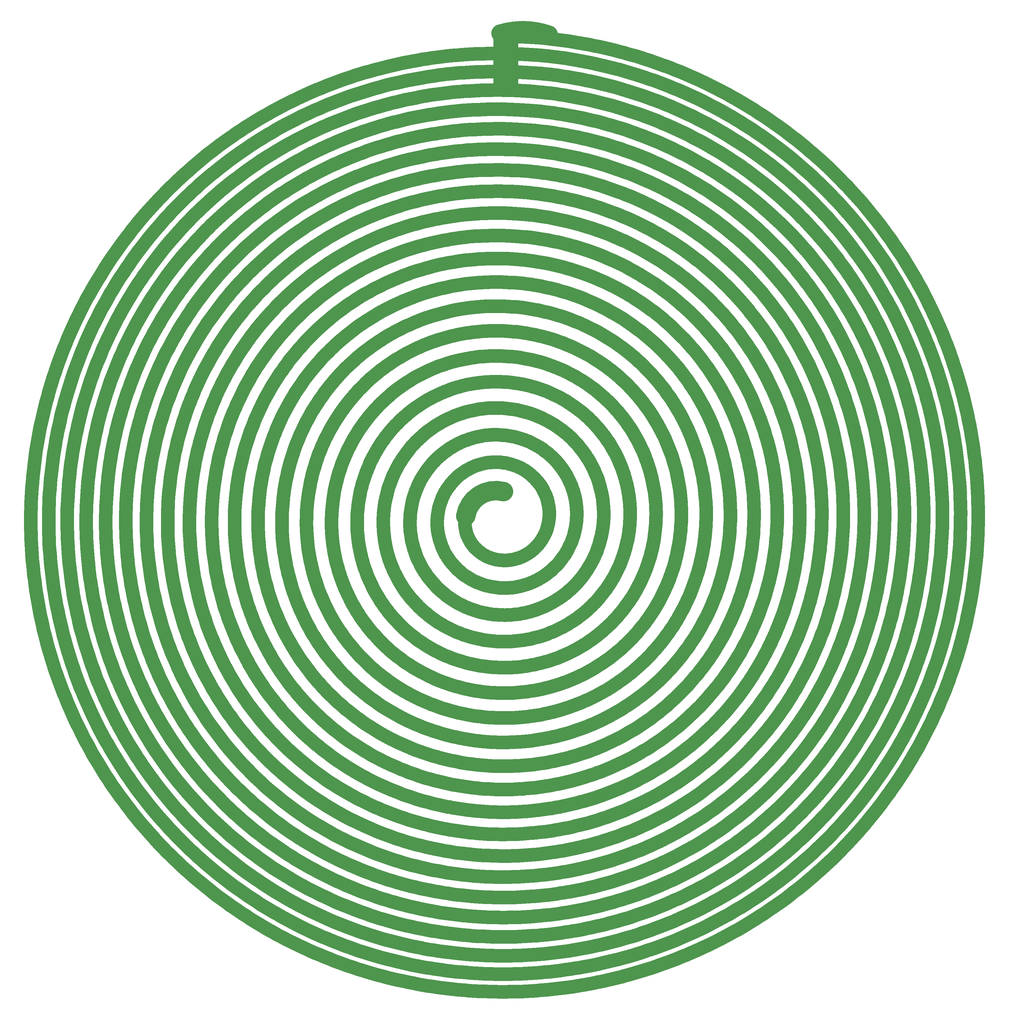
<source format=gbr>
G04 DipTrace 2.3.1.0*
%INTop  58742 rev4 Onyx Blackpoint Engineering.gbr*%
%MOIN*%
%ADD15C,0.2*%
%ADD16C,0.22*%
%ADD17C,0.28*%
%ADD19C,0.1535*%
%ADD32C,0.06*%
%FSLAX44Y44*%
G04*
G70*
G90*
G75*
G01*
%LNTop*%
%LPD*%
X64964Y119589D2*
D15*
G02X70464Y119464I2560J-8419D01*
G01*
X65339Y67964D2*
D16*
G03X61089Y65214I-871J-3313D01*
G01*
X65589Y119089D2*
D17*
Y113969D1*
D32*
Y119089D3*
X69964Y118839D3*
X68214Y118901D3*
X69089D3*
X66464Y119026D3*
X67339D3*
X64714Y119089D3*
X60589Y65214D3*
X60839Y66214D3*
X61339Y67089D3*
X62089Y67839D3*
X63089Y68339D3*
X64214Y68589D3*
X65339Y68464D3*
X65809Y119268D2*
D19*
X64964Y119294D1*
X66674Y119237D2*
X65809Y119268D1*
X67398Y119207D2*
X66674Y119237D1*
X68041Y119175D2*
X67398Y119207D1*
X68630Y119140D2*
X68041Y119175D1*
X69179Y119102D2*
X68630Y119140D1*
X69696Y119060D2*
X69179Y119102D1*
X69988Y119034D2*
X69696Y119060D1*
X70517Y118981D2*
X69988Y119034D1*
X71055Y118922D2*
X70517Y118981D1*
X71601Y118854D2*
X71055Y118922D1*
X72109Y118786D2*
X71601Y118854D1*
X72673Y118703D2*
X72109Y118786D1*
X73248Y118613D2*
X72673Y118703D1*
X73791Y118522D2*
X73248Y118613D1*
X74389Y118415D2*
X73791Y118522D1*
X74399Y118413D2*
X74389Y118415D1*
X74991Y118301D2*
X74399Y118413D1*
X75578Y118183D2*
X74991Y118301D1*
X76161Y118060D2*
X75578Y118183D1*
X76739Y117931D2*
X76161Y118060D1*
X77312Y117797D2*
X76739Y117931D1*
X77881Y117658D2*
X77312Y117797D1*
X78445Y117514D2*
X77881Y117658D1*
X79004Y117364D2*
X78445Y117514D1*
X79071Y117346D2*
X79004Y117364D1*
X79629Y117189D2*
X79071Y117346D1*
X80187Y117026D2*
X79629Y117189D1*
X80743Y116856D2*
X80187Y117026D1*
X81299Y116680D2*
X80743Y116856D1*
X81853Y116498D2*
X81299Y116680D1*
X82406Y116310D2*
X81853Y116498D1*
X82958Y116116D2*
X82406Y116310D1*
X83508Y115915D2*
X82958Y116116D1*
X83558Y115897D2*
X83508Y115915D1*
X84106Y115690D2*
X83558Y115897D1*
X84651Y115477D2*
X84106Y115690D1*
X85194Y115258D2*
X84651Y115477D1*
X85734Y115034D2*
X85194Y115258D1*
X86271Y114804D2*
X85734Y115034D1*
X86806Y114568D2*
X86271Y114804D1*
X87338Y114327D2*
X86806Y114568D1*
X87867Y114080D2*
X87338Y114327D1*
X87917Y114056D2*
X87867Y114080D1*
X88443Y113803D2*
X87917Y114056D1*
X88967Y113544D2*
X88443Y113803D1*
X89488Y113280D2*
X88967Y113544D1*
X90005Y113009D2*
X89488Y113280D1*
X90520Y112734D2*
X90005Y113009D1*
X91032Y112452D2*
X90520Y112734D1*
X91541Y112166D2*
X91032Y112452D1*
X92047Y111873D2*
X91541Y112166D1*
X92093Y111846D2*
X92047Y111873D1*
X92595Y111548D2*
X92093Y111846D1*
X93094Y111245D2*
X92595Y111548D1*
X93590Y110936D2*
X93094Y111245D1*
X94082Y110621D2*
X93590Y110936D1*
X94571Y110302D2*
X94082Y110621D1*
X95057Y109977D2*
X94571Y110302D1*
X95539Y109647D2*
X95057Y109977D1*
X96017Y109312D2*
X95539Y109647D1*
X96059Y109282D2*
X96017Y109312D1*
X96534Y108941D2*
X96059Y109282D1*
X97004Y108595D2*
X96534Y108941D1*
X97471Y108244D2*
X97004Y108595D1*
X97934Y107888D2*
X97471Y108244D1*
X98393Y107527D2*
X97934Y107888D1*
X98848Y107162D2*
X98393Y107527D1*
X99299Y106791D2*
X98848Y107162D1*
X99746Y106416D2*
X99299Y106791D1*
X99785Y106383D2*
X99746Y106416D1*
X100228Y106002D2*
X99785Y106383D1*
X100666Y105617D2*
X100228Y106002D1*
X101101Y105227D2*
X100666Y105617D1*
X101531Y104832D2*
X101101Y105227D1*
X101956Y104432D2*
X101531Y104832D1*
X102378Y104028D2*
X101956Y104432D1*
X102795Y103620D2*
X102378Y104028D1*
X103207Y103207D2*
X102795Y103620D1*
X103242Y103172D2*
X103207Y103207D1*
X103650Y102754D2*
X103242Y103172D1*
X104053Y102332D2*
X103650Y102754D1*
X104452Y101906D2*
X104053Y102332D1*
X104846Y101475D2*
X104452Y101906D1*
X105235Y101040D2*
X104846Y101475D1*
X105619Y100601D2*
X105235Y101040D1*
X105999Y100158D2*
X105619Y100601D1*
X106374Y99711D2*
X105999Y100158D1*
X106405Y99674D2*
X106374Y99711D1*
X106775Y99222D2*
X106405Y99674D1*
X107139Y98767D2*
X106775Y99222D1*
X107499Y98307D2*
X107139Y98767D1*
X107854Y97844D2*
X107499Y98307D1*
X108204Y97377D2*
X107854Y97844D1*
X108549Y96906D2*
X108204Y97377D1*
X108888Y96432D2*
X108549Y96906D1*
X109222Y95954D2*
X108888Y96432D1*
X109249Y95915D2*
X109222Y95954D1*
X109578Y95433D2*
X109249Y95915D1*
X109902Y94948D2*
X109578Y95433D1*
X110220Y94459D2*
X109902Y94948D1*
X110533Y93966D2*
X110220Y94459D1*
X110841Y93471D2*
X110533Y93966D1*
X111143Y92972D2*
X110841Y93471D1*
X111440Y92470D2*
X111143Y92972D1*
X111731Y91965D2*
X111440Y92470D1*
X111754Y91925D2*
X111731Y91965D1*
X112040Y91416D2*
X111754Y91925D1*
X112320Y90905D2*
X112040Y91416D1*
X112594Y90390D2*
X112320Y90905D1*
X112863Y89872D2*
X112594Y90390D1*
X113126Y89352D2*
X112863Y89872D1*
X113384Y88829D2*
X113126Y89352D1*
X113636Y88303D2*
X113384Y88829D1*
X113882Y87775D2*
X113636Y88303D1*
X113901Y87734D2*
X113882Y87775D1*
X114141Y87202D2*
X113901Y87734D1*
X114375Y86668D2*
X114141Y87202D1*
X114603Y86132D2*
X114375Y86668D1*
X114826Y85593D2*
X114603Y86132D1*
X115043Y85052D2*
X114826Y85593D1*
X115254Y84508D2*
X115043Y85052D1*
X115459Y83963D2*
X115254Y84508D1*
X115658Y83415D2*
X115459Y83963D1*
X115673Y83374D2*
X115658Y83415D1*
X115866Y82824D2*
X115673Y83374D1*
X116052Y82271D2*
X115866Y82824D1*
X116233Y81717D2*
X116052Y82271D1*
X116408Y81161D2*
X116233Y81717D1*
X116577Y80603D2*
X116408Y81161D1*
X116740Y80043D2*
X116577Y80603D1*
X116896Y79482D2*
X116740Y80043D1*
X117047Y78919D2*
X116896Y79482D1*
X117058Y78878D2*
X117047Y78919D1*
X117202Y78313D2*
X117058Y78878D1*
X117340Y77747D2*
X117202Y78313D1*
X117472Y77179D2*
X117340Y77747D1*
X117597Y76610D2*
X117472Y77179D1*
X117717Y76040D2*
X117597Y76610D1*
X117830Y75468D2*
X117717Y76040D1*
X117937Y74896D2*
X117830Y75468D1*
X118038Y74322D2*
X117937Y74896D1*
X118045Y74281D2*
X118038Y74322D1*
X118139Y73706D2*
X118045Y74281D1*
X118227Y73130D2*
X118139Y73706D1*
X118309Y72553D2*
X118227Y73130D1*
X118385Y71976D2*
X118309Y72553D1*
X118454Y71397D2*
X118385Y71976D1*
X118517Y70818D2*
X118454Y71397D1*
X118574Y70238D2*
X118517Y70818D1*
X118625Y69658D2*
X118574Y70238D1*
X118628Y69618D2*
X118625Y69658D1*
X118672Y69037D2*
X118628Y69618D1*
X118709Y68456D2*
X118672Y69037D1*
X118740Y67875D2*
X118709Y68456D1*
X118765Y67293D2*
X118740Y67875D1*
X118784Y66710D2*
X118765Y67293D1*
X118796Y66128D2*
X118784Y66710D1*
X118802Y65546D2*
X118796Y66128D1*
X118802Y64964D2*
Y65546D1*
Y64925D2*
Y64964D1*
X118795Y64342D2*
X118802Y64925D1*
X118782Y63760D2*
X118795Y64342D1*
X118762Y63178D2*
X118782Y63760D1*
X118736Y62596D2*
X118762Y63178D1*
X118704Y62015D2*
X118736Y62596D1*
X118666Y61434D2*
X118704Y62015D1*
X118621Y60853D2*
X118666Y61434D1*
X118570Y60274D2*
X118621Y60853D1*
X118567Y60236D2*
X118570Y60274D1*
X118509Y59657D2*
X118567Y60236D1*
X118445Y59078D2*
X118509Y59657D1*
X118375Y58500D2*
X118445Y59078D1*
X118298Y57923D2*
X118375Y58500D1*
X118216Y57347D2*
X118298Y57923D1*
X118127Y56771D2*
X118216Y57347D1*
X118032Y56197D2*
X118127Y56771D1*
X117930Y55624D2*
X118032Y56197D1*
X117924Y55588D2*
X117930Y55624D1*
X117816Y55016D2*
X117924Y55588D1*
X117702Y54445D2*
X117816Y55016D1*
X117582Y53876D2*
X117702Y54445D1*
X117455Y53308D2*
X117582Y53876D1*
X117323Y52741D2*
X117455Y53308D1*
X117184Y52176D2*
X117323Y52741D1*
X117039Y51612D2*
X117184Y52176D1*
X116888Y51050D2*
X117039Y51612D1*
X116879Y51016D2*
X116888Y51050D1*
X116722Y50456D2*
X116879Y51016D1*
X116558Y49898D2*
X116722Y50456D1*
X116389Y49341D2*
X116558Y49898D1*
X116214Y48786D2*
X116389Y49341D1*
X116032Y48233D2*
X116214Y48786D1*
X115845Y47682D2*
X116032Y48233D1*
X115652Y47134D2*
X115845Y47682D1*
X115453Y46587D2*
X115652Y47134D1*
X115441Y46555D2*
X115453Y46587D1*
X115235Y46011D2*
X115441Y46555D1*
X115024Y45469D2*
X115235Y46011D1*
X114807Y44929D2*
X115024Y45469D1*
X114584Y44392D2*
X114807Y44929D1*
X114355Y43857D2*
X114584Y44392D1*
X114120Y43325D2*
X114355Y43857D1*
X113880Y42795D2*
X114120Y43325D1*
X113634Y42268D2*
X113880Y42795D1*
X113620Y42238D2*
X113634Y42268D1*
X113368Y41714D2*
X113620Y42238D1*
X113110Y41193D2*
X113368Y41714D1*
X112847Y40674D2*
X113110Y41193D1*
X112578Y40159D2*
X112847Y40674D1*
X112303Y39646D2*
X112578Y40159D1*
X112023Y39136D2*
X112303Y39646D1*
X111738Y38630D2*
X112023Y39136D1*
X111447Y38126D2*
X111738Y38630D1*
X111431Y38099D2*
X111447Y38126D1*
X111134Y37599D2*
X111431Y38099D1*
X110832Y37102D2*
X111134Y37599D1*
X110525Y36608D2*
X110832Y37102D1*
X110212Y36118D2*
X110525Y36608D1*
X109894Y35632D2*
X110212Y36118D1*
X109571Y35148D2*
X109894Y35632D1*
X109242Y34669D2*
X109571Y35148D1*
X108909Y34193D2*
X109242Y34669D1*
X108891Y34168D2*
X108909Y34193D1*
X108552Y33696D2*
X108891Y34168D1*
X108208Y33227D2*
X108552Y33696D1*
X107859Y32762D2*
X108208Y33227D1*
X107505Y32302D2*
X107859Y32762D1*
X107145Y31844D2*
X107505Y32302D1*
X106781Y31391D2*
X107145Y31844D1*
X106412Y30942D2*
X106781Y31391D1*
X106039Y30497D2*
X106412Y30942D1*
X106020Y30475D2*
X106039Y30497D1*
X105641Y30034D2*
X106020Y30475D1*
X105257Y29598D2*
X105641Y30034D1*
X104869Y29165D2*
X105257Y29598D1*
X104476Y28737D2*
X104869Y29165D1*
X104079Y28313D2*
X104476Y28737D1*
X103677Y27894D2*
X104079Y28313D1*
X103270Y27479D2*
X103677Y27894D1*
X102859Y27068D2*
X103270Y27479D1*
X102839Y27048D2*
X102859Y27068D1*
X102424Y26642D2*
X102839Y27048D1*
X102004Y26241D2*
X102424Y26642D1*
X101579Y25844D2*
X102004Y26241D1*
X101150Y25452D2*
X101579Y25844D1*
X100718Y25064D2*
X101150Y25452D1*
X100281Y24681D2*
X100718Y25064D1*
X99840Y24303D2*
X100281Y24681D1*
X99395Y23930D2*
X99840Y24303D1*
X99374Y23913D2*
X99395Y23930D1*
X98925Y23545D2*
X99374Y23913D1*
X98471Y23182D2*
X98925Y23545D1*
X98014Y22824D2*
X98471Y23182D1*
X97553Y22470D2*
X98014Y22824D1*
X97088Y22122D2*
X97553Y22470D1*
X96620Y21779D2*
X97088Y22122D1*
X96147Y21441D2*
X96620Y21779D1*
X95672Y21108D2*
X96147Y21441D1*
X95650Y21093D2*
X95672Y21108D1*
X95171Y20766D2*
X95650Y21093D1*
X94688Y20444D2*
X95171Y20766D1*
X94201Y20127D2*
X94688Y20444D1*
X93711Y19815D2*
X94201Y20127D1*
X93218Y19509D2*
X93711Y19815D1*
X92721Y19208D2*
X93218Y19509D1*
X92222Y18912D2*
X92721Y19208D1*
X91719Y18622D2*
X92222Y18912D1*
X91697Y18610D2*
X91719Y18622D1*
X91191Y18326D2*
X91697Y18610D1*
X90682Y18047D2*
X91191Y18326D1*
X90170Y17773D2*
X90682Y18047D1*
X89655Y17506D2*
X90170Y17773D1*
X89137Y17244D2*
X89655Y17506D1*
X88616Y16987D2*
X89137Y17244D1*
X88093Y16736D2*
X88616Y16987D1*
X87567Y16491D2*
X88093Y16736D1*
X87545Y16482D2*
X87567Y16491D1*
X87016Y16243D2*
X87545Y16482D1*
X86485Y16009D2*
X87016Y16243D1*
X85951Y15782D2*
X86485Y16009D1*
X85415Y15560D2*
X85951Y15782D1*
X84876Y15344D2*
X85415Y15560D1*
X84335Y15134D2*
X84876Y15344D1*
X83792Y14930D2*
X84335Y15134D1*
X83247Y14732D2*
X83792Y14930D1*
X83226Y14724D2*
X83247Y14732D1*
X82678Y14532D2*
X83226Y14724D1*
X82129Y14346D2*
X82678Y14532D1*
X81577Y14166D2*
X82129Y14346D1*
X81023Y13992D2*
X81577Y14166D1*
X80468Y13824D2*
X81023Y13992D1*
X79911Y13661D2*
X80468Y13824D1*
X79352Y13506D2*
X79911Y13661D1*
X78792Y13356D2*
X79352Y13506D1*
X78772Y13350D2*
X78792Y13356D1*
X78210Y13207D2*
X78772Y13350D1*
X77646Y13069D2*
X78210Y13207D1*
X77081Y12938D2*
X77646Y13069D1*
X76514Y12813D2*
X77081Y12938D1*
X75947Y12694D2*
X76514Y12813D1*
X75378Y12581D2*
X75947Y12694D1*
X74808Y12474D2*
X75378Y12581D1*
X74237Y12374D2*
X74808Y12474D1*
X74217Y12370D2*
X74237Y12374D1*
X73645Y12276D2*
X74217Y12370D1*
X73072Y12189D2*
X73645Y12276D1*
X72497Y12107D2*
X73072Y12189D1*
X71922Y12032D2*
X72497Y12107D1*
X71346Y11963D2*
X71922Y12032D1*
X70770Y11900D2*
X71346Y11963D1*
X70193Y11843D2*
X70770Y11900D1*
X69615Y11793D2*
X70193Y11843D1*
X69597Y11791D2*
X69615Y11793D1*
X69019Y11748D2*
X69597Y11791D1*
X68440Y11710D2*
X69019Y11748D1*
X67861Y11679D2*
X68440Y11710D1*
X67282Y11654D2*
X67861Y11679D1*
X66702Y11635D2*
X67282Y11654D1*
X66123Y11623D2*
X66702Y11635D1*
X65543Y11617D2*
X66123Y11623D1*
X64964Y11617D2*
X65543D1*
X64946D2*
X64964D1*
X64367Y11624D2*
X64946Y11617D1*
X63787Y11637D2*
X64367Y11624D1*
X63208Y11656D2*
X63787Y11637D1*
X62629Y11682D2*
X63208Y11656D1*
X62050Y11714D2*
X62629Y11682D1*
X61471Y11752D2*
X62050Y11714D1*
X60894Y11797D2*
X61471Y11752D1*
X60317Y11847D2*
X60894Y11797D1*
X60300Y11849D2*
X60317Y11847D1*
X59724Y11906D2*
X60300Y11849D1*
X59148Y11970D2*
X59724Y11906D1*
X58572Y12039D2*
X59148Y11970D1*
X57998Y12115D2*
X58572Y12039D1*
X57424Y12198D2*
X57998Y12115D1*
X56852Y12286D2*
X57424Y12198D1*
X56280Y12381D2*
X56852Y12286D1*
X55710Y12481D2*
X56280Y12381D1*
X55695Y12484D2*
X55710Y12481D1*
X55125Y12591D2*
X55695Y12484D1*
X54557Y12705D2*
X55125Y12591D1*
X53990Y12824D2*
X54557Y12705D1*
X53425Y12950D2*
X53990Y12824D1*
X52861Y13082D2*
X53425Y12950D1*
X52298Y13220D2*
X52861Y13082D1*
X51737Y13364D2*
X52298Y13220D1*
X51178Y13514D2*
X51737Y13364D1*
X51164Y13518D2*
X51178Y13514D1*
X50607Y13674D2*
X51164Y13518D1*
X50051Y13837D2*
X50607Y13674D1*
X49497Y14005D2*
X50051Y13837D1*
X48944Y14180D2*
X49497Y14005D1*
X48394Y14360D2*
X48944Y14180D1*
X47846Y14547D2*
X48394Y14360D1*
X47299Y14739D2*
X47846Y14547D1*
X46755Y14937D2*
X47299Y14739D1*
X46744Y14942D2*
X46755Y14937D1*
X46202Y15146D2*
X46744Y14942D1*
X45662Y15356D2*
X46202Y15146D1*
X45125Y15572D2*
X45662Y15356D1*
X44590Y15794D2*
X45125Y15572D1*
X44058Y16022D2*
X44590Y15794D1*
X43528Y16255D2*
X44058Y16022D1*
X43001Y16494D2*
X43528Y16255D1*
X42476Y16739D2*
X43001Y16494D1*
X42466Y16744D2*
X42476Y16739D1*
X41944Y16995D2*
X42466Y16744D1*
X41425Y17251D2*
X41944Y16995D1*
X40909Y17513D2*
X41425Y17251D1*
X40395Y17781D2*
X40909Y17513D1*
X39885Y18054D2*
X40395Y17781D1*
X39378Y18333D2*
X39885Y18054D1*
X38873Y18617D2*
X39378Y18333D1*
X38372Y18906D2*
X38873Y18617D1*
X38364Y18911D2*
X38372Y18906D1*
X37866Y19207D2*
X38364Y18911D1*
X37371Y19507D2*
X37866Y19207D1*
X36880Y19813D2*
X37371Y19507D1*
X36392Y20124D2*
X36880Y19813D1*
X35907Y20441D2*
X36392Y20124D1*
X35426Y20763D2*
X35907Y20441D1*
X34949Y21090D2*
X35426Y20763D1*
X34475Y21422D2*
X34949Y21090D1*
X34468Y21427D2*
X34475Y21422D1*
X33998Y21764D2*
X34468Y21427D1*
X33531Y22106D2*
X33998Y21764D1*
X33069Y22454D2*
X33531Y22106D1*
X32610Y22806D2*
X33069Y22454D1*
X32155Y23164D2*
X32610Y22806D1*
X31704Y23526D2*
X32155Y23164D1*
X31257Y23893D2*
X31704Y23526D1*
X30814Y24265D2*
X31257Y23893D1*
X30808Y24271D2*
X30814Y24265D1*
X30369Y24647D2*
X30808Y24271D1*
X29934Y25029D2*
X30369Y24647D1*
X29504Y25415D2*
X29934Y25029D1*
X29077Y25807D2*
X29504Y25415D1*
X28655Y26202D2*
X29077Y25807D1*
X28238Y26602D2*
X28655Y26202D1*
X27825Y27007D2*
X28238Y26602D1*
X27416Y27416D2*
X27825Y27007D1*
X27007Y27834D2*
X27416Y27416D1*
X26607Y28252D2*
X27007Y27834D1*
X26212Y28675D2*
X26607Y28252D1*
X25822Y29101D2*
X26212Y28675D1*
X25436Y29532D2*
X25822Y29101D1*
X25055Y29967D2*
X25436Y29532D1*
X24679Y30406D2*
X25055Y29967D1*
X24307Y30849D2*
X24679Y30406D1*
X23937Y31300D2*
X24307Y30849D1*
X23576Y31751D2*
X23937Y31300D1*
X23219Y32206D2*
X23576Y31751D1*
X22867Y32665D2*
X23219Y32206D1*
X22520Y33128D2*
X22867Y32665D1*
X22179Y33594D2*
X22520Y33128D1*
X21842Y34064D2*
X22179Y33594D1*
X21511Y34538D2*
X21842Y34064D1*
X21183Y35019D2*
X21511Y34538D1*
X20862Y35499D2*
X21183Y35019D1*
X20546Y35984D2*
X20862Y35499D1*
X20236Y36471D2*
X20546Y35984D1*
X19931Y36962D2*
X20236Y36471D1*
X19631Y37457D2*
X19931Y36962D1*
X19337Y37954D2*
X19631Y37457D1*
X19048Y38454D2*
X19337Y37954D1*
X18764Y38961D2*
X19048Y38454D1*
X18486Y39468D2*
X18764Y38961D1*
X18214Y39977D2*
X18486Y39468D1*
X17947Y40490D2*
X18214Y39977D1*
X17686Y41006D2*
X17947Y40490D1*
X17431Y41524D2*
X17686Y41006D1*
X17181Y42045D2*
X17431Y41524D1*
X16937Y42569D2*
X17181Y42045D1*
X16698Y43097D2*
X16937Y42569D1*
X16466Y43626D2*
X16698Y43097D1*
X16239Y44157D2*
X16466Y43626D1*
X16019Y44691D2*
X16239Y44157D1*
X15804Y45227D2*
X16019Y44691D1*
X15594Y45766D2*
X15804Y45227D1*
X15391Y46306D2*
X15594Y45766D1*
X15194Y46849D2*
X15391Y46306D1*
X15002Y47395D2*
X15194Y46849D1*
X14817Y47942D2*
X15002Y47395D1*
X14638Y48491D2*
X14817Y47942D1*
X14464Y49042D2*
X14638Y48491D1*
X14297Y49594D2*
X14464Y49042D1*
X14135Y50149D2*
X14297Y49594D1*
X13980Y50705D2*
X14135Y50149D1*
X13831Y51263D2*
X13980Y50705D1*
X13688Y51822D2*
X13831Y51263D1*
X13551Y52383D2*
X13688Y51822D1*
X13420Y52945D2*
X13551Y52383D1*
X13295Y53509D2*
X13420Y52945D1*
X13177Y54074D2*
X13295Y53509D1*
X13065Y54640D2*
X13177Y54074D1*
X12958Y55208D2*
X13065Y54640D1*
X12858Y55776D2*
X12958Y55208D1*
X12765Y56344D2*
X12858Y55776D1*
X12677Y56915D2*
X12765Y56344D1*
X12596Y57486D2*
X12677Y56915D1*
X12521Y58059D2*
X12596Y57486D1*
X12452Y58632D2*
X12521Y58059D1*
X12390Y59206D2*
X12452Y58632D1*
X12333Y59780D2*
X12390Y59206D1*
X12283Y60355D2*
X12333Y59780D1*
X12240Y60927D2*
X12283Y60355D1*
X12202Y61503D2*
X12240Y60927D1*
X12171Y62079D2*
X12202Y61503D1*
X12146Y62656D2*
X12171Y62079D1*
X12127Y63233D2*
X12146Y62656D1*
X12115Y63810D2*
X12127Y63233D1*
X12109Y64387D2*
X12115Y63810D1*
X12109Y64964D2*
Y64387D1*
X12116Y65536D2*
X12109Y64964D1*
X12129Y66113D2*
X12116Y65536D1*
X12148Y66690D2*
X12129Y66113D1*
X12173Y67266D2*
X12148Y66690D1*
X12205Y67843D2*
X12173Y67266D1*
X12243Y68418D2*
X12205Y67843D1*
X12287Y68993D2*
X12243Y68418D1*
X12338Y69568D2*
X12287Y68993D1*
X12394Y70137D2*
X12338Y69568D1*
X12457Y70710D2*
X12394Y70137D1*
X12526Y71283D2*
X12457Y70710D1*
X12602Y71855D2*
X12526Y71283D1*
X12684Y72426D2*
X12602Y71855D1*
X12772Y72996D2*
X12684Y72426D1*
X12866Y73564D2*
X12772Y72996D1*
X12966Y74132D2*
X12866Y73564D1*
X13071Y74693D2*
X12966Y74132D1*
X13184Y75258D2*
X13071Y74693D1*
X13303Y75822D2*
X13184Y75258D1*
X13428Y76385D2*
X13303Y75822D1*
X13559Y76947D2*
X13428Y76385D1*
X13697Y77507D2*
X13559Y76947D1*
X13840Y78065D2*
X13697Y77507D1*
X13989Y78622D2*
X13840Y78065D1*
X14143Y79170D2*
X13989Y78622D1*
X14304Y79723D2*
X14143Y79170D1*
X14472Y80275D2*
X14304Y79723D1*
X14646Y80825D2*
X14472Y80275D1*
X14825Y81373D2*
X14646Y80825D1*
X15011Y81918D2*
X14825Y81373D1*
X15202Y82462D2*
X15011Y81918D1*
X15400Y83003D2*
X15202Y82462D1*
X15600Y83535D2*
X15400Y83003D1*
X15809Y84072D2*
X15600Y83535D1*
X16024Y84606D2*
X15809Y84072D1*
X16245Y85139D2*
X16024Y84606D1*
X16471Y85669D2*
X16245Y85139D1*
X16703Y86196D2*
X16471Y85669D1*
X16942Y86721D2*
X16703Y86196D1*
X17185Y87243D2*
X16942Y86721D1*
X17430Y87753D2*
X17185Y87243D1*
X17685Y88270D2*
X17430Y87753D1*
X17946Y88784D2*
X17685Y88270D1*
X18212Y89295D2*
X17946Y88784D1*
X18484Y89803D2*
X18212Y89295D1*
X18761Y90308D2*
X18484Y89803D1*
X19044Y90810D2*
X18761Y90308D1*
X19332Y91309D2*
X19044Y90810D1*
X19620Y91795D2*
X19332Y91309D1*
X19919Y92287D2*
X19620Y91795D1*
X20224Y92776D2*
X19919Y92287D1*
X20534Y93262D2*
X20224Y92776D1*
X20849Y93744D2*
X20534Y93262D1*
X21169Y94223D2*
X20849Y93744D1*
X21494Y94698D2*
X21169Y94223D1*
X21825Y95170D2*
X21494Y94698D1*
X22153Y95628D2*
X21825Y95170D1*
X22494Y96092D2*
X22153Y95628D1*
X22840Y96553D2*
X22494Y96092D1*
X23190Y97010D2*
X22840Y96553D1*
X23546Y97462D2*
X23190Y97010D1*
X23907Y97911D2*
X23546Y97462D1*
X24272Y98356D2*
X23907Y97911D1*
X24642Y98797D2*
X24272Y98356D1*
X25009Y99224D2*
X24642Y98797D1*
X25388Y99656D2*
X25009Y99224D1*
X25773Y100085D2*
X25388Y99656D1*
X26162Y100510D2*
X25773Y100085D1*
X26556Y100930D2*
X26162Y100510D1*
X26954Y101345D2*
X26556Y100930D1*
X27357Y101757D2*
X26954Y101345D1*
X27764Y102163D2*
X27357Y101757D1*
X28165Y102555D2*
X27764Y102163D1*
X28581Y102953D2*
X28165Y102555D1*
X29001Y103347D2*
X28581Y102953D1*
X29426Y103735D2*
X29001Y103347D1*
X29855Y104120D2*
X29426Y103735D1*
X30287Y104499D2*
X29855Y104120D1*
X30724Y104873D2*
X30287Y104499D1*
X31165Y105243D2*
X30724Y104873D1*
X31598Y105598D2*
X31165Y105243D1*
X32047Y105958D2*
X31598Y105598D1*
X32500Y106313D2*
X32047Y105958D1*
X32956Y106663D2*
X32500Y106313D1*
X33417Y107008D2*
X32956Y106663D1*
X33881Y107348D2*
X33417Y107008D1*
X34349Y107683D2*
X33881Y107348D1*
X34820Y108013D2*
X34349Y107683D1*
X35281Y108328D2*
X34820Y108013D1*
X35759Y108647D2*
X35281Y108328D1*
X36241Y108962D2*
X35759Y108647D1*
X36726Y109271D2*
X36241Y108962D1*
X37215Y109574D2*
X36726Y109271D1*
X37707Y109873D2*
X37215Y109574D1*
X38202Y110165D2*
X37707Y109873D1*
X38700Y110453D2*
X38202Y110165D1*
X39187Y110726D2*
X38700Y110453D1*
X39691Y111003D2*
X39187Y110726D1*
X40199Y111274D2*
X39691Y111003D1*
X40709Y111539D2*
X40199Y111274D1*
X41222Y111799D2*
X40709Y111539D1*
X41738Y112053D2*
X41222Y111799D1*
X42256Y112301D2*
X41738Y112053D1*
X42777Y112544D2*
X42256Y112301D1*
X43278Y112771D2*
X42777Y112544D1*
X43804Y113002D2*
X43278Y112771D1*
X44334Y113228D2*
X43804Y113002D1*
X44865Y113448D2*
X44334Y113228D1*
X45400Y113663D2*
X44865Y113448D1*
X45937Y113871D2*
X45400Y113663D1*
X46476Y114074D2*
X45937Y113871D1*
X47017Y114271D2*
X46476Y114074D1*
X47558Y114461D2*
X47017Y114271D1*
X48103Y114645D2*
X47558Y114461D1*
X48648Y114824D2*
X48103Y114645D1*
X49195Y114996D2*
X48648Y114824D1*
X49742Y115161D2*
X49195Y114996D1*
X50291Y115321D2*
X49742Y115161D1*
X50840Y115474D2*
X50291Y115321D1*
X51390Y115621D2*
X50840Y115474D1*
X51891Y115749D2*
X51390Y115621D1*
X52450Y115886D2*
X51891Y115749D1*
X53014Y116017D2*
X52450Y115886D1*
X53582Y116143D2*
X53014Y116017D1*
X54155Y116263D2*
X53582Y116143D1*
X54733Y116378D2*
X54155Y116263D1*
X55275Y116480D2*
X54733Y116378D1*
X55862Y116584D2*
X55275Y116480D1*
X56097Y116624D2*
X55862Y116584D1*
X56668Y116717D2*
X56097Y116624D1*
X57228Y116801D2*
X56668Y116717D1*
X57778Y116878D2*
X57228Y116801D1*
X58318Y116948D2*
X57778Y116878D1*
X58850Y117010D2*
X58318Y116948D1*
X59374Y117065D2*
X58850Y117010D1*
X59889Y117113D2*
X59374Y117065D1*
X60398Y117154D2*
X59889Y117113D1*
X60635Y117171D2*
X60398Y117154D1*
X61146Y117203D2*
X60635Y117171D1*
X61696Y117232D2*
X61146Y117203D1*
X62286Y117257D2*
X61696Y117232D1*
X62916Y117279D2*
X62286Y117257D1*
X63664Y117299D2*
X62916Y117279D1*
X64570Y117318D2*
X63664Y117299D1*
X64964Y117326D2*
X64570Y117318D1*
X65678Y117303D2*
X64964Y117326D1*
X66545Y117273D2*
X65678Y117303D1*
X67263Y117243D2*
X66545Y117273D1*
X67898Y117211D2*
X67263Y117243D1*
X68478Y117177D2*
X67898Y117211D1*
X69017Y117140D2*
X68478Y117177D1*
X69525Y117098D2*
X69017Y117140D1*
X69733Y117080D2*
X69525Y117098D1*
X70251Y117029D2*
X69733Y117080D1*
X70778Y116971D2*
X70251Y117029D1*
X71314Y116905D2*
X70778Y116971D1*
X71858Y116832D2*
X71314Y116905D1*
X72365Y116758D2*
X71858Y116832D1*
X72929Y116669D2*
X72365Y116758D1*
X73504Y116572D2*
X72929Y116669D1*
X74046Y116475D2*
X73504Y116572D1*
X74553Y116379D2*
X74046Y116475D1*
X75130Y116264D2*
X74553Y116379D1*
X75702Y116143D2*
X75130Y116264D1*
X76270Y116017D2*
X75702Y116143D1*
X76833Y115886D2*
X76270Y116017D1*
X77392Y115749D2*
X76833Y115886D1*
X77945Y115607D2*
X77392Y115749D1*
X78494Y115460D2*
X77945Y115607D1*
X79026Y115311D2*
X78494Y115460D1*
X79573Y115151D2*
X79026Y115311D1*
X80120Y114985D2*
X79573Y115151D1*
X80665Y114813D2*
X80120Y114985D1*
X81209Y114635D2*
X80665Y114813D1*
X81752Y114450D2*
X81209Y114635D1*
X82294Y114259D2*
X81752Y114450D1*
X82834Y114062D2*
X82294Y114259D1*
X83340Y113871D2*
X82834Y114062D1*
X83876Y113663D2*
X83340Y113871D1*
X84409Y113448D2*
X83876Y113663D1*
X84939Y113228D2*
X84409Y113448D1*
X85467Y113003D2*
X84939Y113228D1*
X85992Y112772D2*
X85467Y113003D1*
X86514Y112535D2*
X85992Y112772D1*
X87033Y112292D2*
X86514Y112535D1*
X87522Y112057D2*
X87033Y112292D1*
X88036Y111804D2*
X87522Y112057D1*
X88548Y111544D2*
X88036Y111804D1*
X89056Y111279D2*
X88548Y111544D1*
X89562Y111009D2*
X89056Y111279D1*
X90064Y110733D2*
X89562Y111009D1*
X90564Y110451D2*
X90064Y110733D1*
X91060Y110164D2*
X90564Y110451D1*
X91525Y109889D2*
X91060Y110164D1*
X92015Y109591D2*
X91525Y109889D1*
X92502Y109288D2*
X92015Y109591D1*
X92986Y108980D2*
X92502Y109288D1*
X93466Y108666D2*
X92986Y108980D1*
X93942Y108347D2*
X93466Y108666D1*
X94415Y108024D2*
X93942Y108347D1*
X94884Y107695D2*
X94415Y108024D1*
X95322Y107380D2*
X94884Y107695D1*
X95784Y107041D2*
X95322Y107380D1*
X96243Y106697D2*
X95784Y107041D1*
X96697Y106348D2*
X96243Y106697D1*
X97148Y105994D2*
X96697Y106348D1*
X97595Y105635D2*
X97148Y105994D1*
X98038Y105271D2*
X97595Y105635D1*
X98476Y104903D2*
X98038Y105271D1*
X98884Y104552D2*
X98476Y104903D1*
X99315Y104174D2*
X98884Y104552D1*
X99742Y103792D2*
X99315Y104174D1*
X100164Y103404D2*
X99742Y103792D1*
X100582Y103012D2*
X100164Y103404D1*
X100996Y102616D2*
X100582Y103012D1*
X101405Y102215D2*
X100996Y102616D1*
X101810Y101810D2*
X101405Y102215D1*
X102185Y101426D2*
X101810Y101810D1*
X102581Y101012D2*
X102185Y101426D1*
X102972Y100594D2*
X102581Y101012D1*
X103359Y100172D2*
X102972Y100594D1*
X103742Y99745D2*
X103359Y100172D1*
X104119Y99314D2*
X103742Y99745D1*
X104492Y98879D2*
X104119Y99314D1*
X104859Y98440D2*
X104492Y98879D1*
X105199Y98026D2*
X104859Y98440D1*
X105557Y97580D2*
X105199Y98026D1*
X105910Y97129D2*
X105557Y97580D1*
X106259Y96674D2*
X105910Y97129D1*
X106602Y96216D2*
X106259Y96674D1*
X106941Y95754D2*
X106602Y96216D1*
X107274Y95289D2*
X106941Y95754D1*
X107602Y94819D2*
X107274Y95289D1*
X107903Y94379D2*
X107602Y94819D1*
X108221Y93903D2*
X107903Y94379D1*
X108534Y93423D2*
X108221Y93903D1*
X108842Y92940D2*
X108534Y93423D1*
X109144Y92454D2*
X108842Y92940D1*
X109440Y91964D2*
X109144Y92454D1*
X109732Y91471D2*
X109440Y91964D1*
X110018Y90975D2*
X109732Y91471D1*
X110278Y90512D2*
X110018Y90975D1*
X110554Y90010D2*
X110278Y90512D1*
X110823Y89505D2*
X110554Y90010D1*
X111088Y88997D2*
X110823Y89505D1*
X111346Y88486D2*
X111088Y88997D1*
X111599Y87973D2*
X111346Y88486D1*
X111846Y87457D2*
X111599Y87973D1*
X112088Y86938D2*
X111846Y87457D1*
X112306Y86454D2*
X112088Y86938D1*
X112537Y85930D2*
X112306Y86454D1*
X112762Y85404D2*
X112537Y85930D1*
X112980Y84875D2*
X112762Y85404D1*
X113193Y84344D2*
X112980Y84875D1*
X113401Y83811D2*
X113193Y84344D1*
X113602Y83275D2*
X113401Y83811D1*
X113797Y82738D2*
X113602Y83275D1*
X113972Y82238D2*
X113797Y82738D1*
X114156Y81696D2*
X113972Y82238D1*
X114334Y81152D2*
X114156Y81696D1*
X114506Y80607D2*
X114334Y81152D1*
X114672Y80059D2*
X114506Y80607D1*
X114832Y79510D2*
X114672Y80059D1*
X114985Y78959D2*
X114832Y79510D1*
X115133Y78406D2*
X114985Y78959D1*
X115264Y77895D2*
X115133Y78406D1*
X115400Y77339D2*
X115264Y77895D1*
X115530Y76782D2*
X115400Y77339D1*
X115653Y76224D2*
X115530Y76782D1*
X115771Y75664D2*
X115653Y76224D1*
X115882Y75103D2*
X115771Y75664D1*
X115987Y74541D2*
X115882Y75103D1*
X116086Y73978D2*
X115987Y74541D1*
X116172Y73458D2*
X116086Y73978D1*
X116258Y72893D2*
X116172Y73458D1*
X116339Y72327D2*
X116258Y72893D1*
X116414Y71760D2*
X116339Y72327D1*
X116482Y71192D2*
X116414Y71760D1*
X116544Y70624D2*
X116482Y71192D1*
X116600Y70055D2*
X116544Y70624D1*
X116649Y69485D2*
X116600Y70055D1*
X116689Y68962D2*
X116649Y69485D1*
X116726Y68391D2*
X116689Y68962D1*
X116757Y67820D2*
X116726Y68391D1*
X116782Y67249D2*
X116757Y67820D1*
X116800Y66678D2*
X116782Y67249D1*
X116813Y66106D2*
X116800Y66678D1*
X116819Y65535D2*
X116813Y66106D1*
X116818Y64964D2*
X116819Y65535D1*
X116812Y64440D2*
X116818Y64964D1*
X116800Y63868D2*
X116812Y64440D1*
X116781Y63297D2*
X116800Y63868D1*
X116756Y62726D2*
X116781Y63297D1*
X116725Y62155D2*
X116756Y62726D1*
X116687Y61585D2*
X116725Y62155D1*
X116643Y61016D2*
X116687Y61585D1*
X116593Y60447D2*
X116643Y61016D1*
X116541Y59927D2*
X116593Y60447D1*
X116479Y59359D2*
X116541Y59927D1*
X116411Y58791D2*
X116479Y59359D1*
X116336Y58225D2*
X116411Y58791D1*
X116255Y57659D2*
X116336Y58225D1*
X116168Y57095D2*
X116255Y57659D1*
X116074Y56531D2*
X116168Y57095D1*
X115975Y55969D2*
X116074Y56531D1*
X115879Y55457D2*
X115975Y55969D1*
X115767Y54896D2*
X115879Y55457D1*
X115649Y54337D2*
X115767Y54896D1*
X115526Y53780D2*
X115649Y54337D1*
X115396Y53224D2*
X115526Y53780D1*
X115260Y52669D2*
X115396Y53224D1*
X115118Y52116D2*
X115260Y52669D1*
X114970Y51565D2*
X115118Y52116D1*
X114829Y51064D2*
X114970Y51565D1*
X114670Y50516D2*
X114829Y51064D1*
X114504Y49969D2*
X114670Y50516D1*
X114332Y49425D2*
X114504Y49969D1*
X114154Y48882D2*
X114332Y49425D1*
X113970Y48341D2*
X114154Y48882D1*
X113781Y47803D2*
X113970Y48341D1*
X113585Y47267D2*
X113781Y47803D1*
X113402Y46782D2*
X113585Y47267D1*
X113195Y46250D2*
X113402Y46782D1*
X112982Y45720D2*
X113195Y46250D1*
X112764Y45192D2*
X112982Y45720D1*
X112539Y44668D2*
X112764Y45192D1*
X112309Y44145D2*
X112539Y44668D1*
X112073Y43625D2*
X112309Y44145D1*
X111832Y43109D2*
X112073Y43625D1*
X111608Y42642D2*
X111832Y43109D1*
X111356Y42130D2*
X111608Y42642D1*
X111098Y41621D2*
X111356Y42130D1*
X110834Y41115D2*
X111098Y41621D1*
X110565Y40612D2*
X110834Y41115D1*
X110290Y40112D2*
X110565Y40612D1*
X110010Y39615D2*
X110290Y40112D1*
X109724Y39121D2*
X110010Y39615D1*
X109462Y38677D2*
X109724Y39121D1*
X109166Y38189D2*
X109462Y38677D1*
X108864Y37705D2*
X109166Y38189D1*
X108558Y37224D2*
X108864Y37705D1*
X108246Y36746D2*
X108558Y37224D1*
X107928Y36272D2*
X108246Y36746D1*
X107606Y35801D2*
X107928Y36272D1*
X107279Y35334D2*
X107606Y35801D1*
X106979Y34916D2*
X107279Y35334D1*
X106642Y34456D2*
X106979Y34916D1*
X106299Y34000D2*
X106642Y34456D1*
X105952Y33547D2*
X106299Y34000D1*
X105600Y33099D2*
X105952Y33547D1*
X105242Y32654D2*
X105600Y33099D1*
X104880Y32214D2*
X105242Y32654D1*
X104514Y31777D2*
X104880Y32214D1*
X104180Y31388D2*
X104514Y31777D1*
X103804Y30959D2*
X104180Y31388D1*
X103423Y30535D2*
X103804Y30959D1*
X103037Y30114D2*
X103423Y30535D1*
X102648Y29698D2*
X103037Y30114D1*
X102253Y29286D2*
X102648Y29698D1*
X101854Y28879D2*
X102253Y29286D1*
X101451Y28476D2*
X101854Y28879D1*
X101085Y28119D2*
X101451Y28476D1*
X100673Y27724D2*
X101085Y28119D1*
X100257Y27335D2*
X100673Y27724D1*
X99837Y26950D2*
X100257Y27335D1*
X99412Y26569D2*
X99837Y26950D1*
X98983Y26194D2*
X99412Y26569D1*
X98551Y25823D2*
X98983Y26194D1*
X98114Y25457D2*
X98551Y25823D1*
X97719Y25133D2*
X98114Y25457D1*
X97275Y24776D2*
X97719Y25133D1*
X96826Y24425D2*
X97275Y24776D1*
X96374Y24078D2*
X96826Y24425D1*
X95918Y23736D2*
X96374Y24078D1*
X95458Y23399D2*
X95918Y23736D1*
X94995Y23067D2*
X95458Y23399D1*
X94528Y22741D2*
X94995Y23067D1*
X94108Y22454D2*
X94528Y22741D1*
X93634Y22137D2*
X94108Y22454D1*
X93157Y21826D2*
X93634Y22137D1*
X92677Y21520D2*
X93157Y21826D1*
X92193Y21219D2*
X92677Y21520D1*
X91705Y20924D2*
X92193Y21219D1*
X91215Y20634D2*
X91705Y20924D1*
X90722Y20349D2*
X91215Y20634D1*
X90279Y20101D2*
X90722Y20349D1*
X89780Y19826D2*
X90279Y20101D1*
X89278Y19558D2*
X89780Y19826D1*
X88772Y19295D2*
X89278Y19558D1*
X88264Y19038D2*
X88772Y19295D1*
X87753Y18786D2*
X88264Y19038D1*
X87240Y18540D2*
X87753Y18786D1*
X86723Y18300D2*
X87240Y18540D1*
X86262Y18091D2*
X86723Y18300D1*
X85741Y17862D2*
X86262Y18091D1*
X85217Y17638D2*
X85741Y17862D1*
X84691Y17420D2*
X85217Y17638D1*
X84163Y17208D2*
X84691Y17420D1*
X83632Y17002D2*
X84163Y17208D1*
X83099Y16802D2*
X83632Y17002D1*
X82564Y16607D2*
X83099Y16802D1*
X82088Y16440D2*
X82564Y16607D1*
X81549Y16257D2*
X82088Y16440D1*
X81007Y16080D2*
X81549Y16257D1*
X80464Y15909D2*
X81007Y16080D1*
X79920Y15744D2*
X80464Y15909D1*
X79373Y15584D2*
X79920Y15744D1*
X78825Y15431D2*
X79373Y15584D1*
X78275Y15285D2*
X78825Y15431D1*
X77787Y15160D2*
X78275Y15285D1*
X77235Y15024D2*
X77787Y15160D1*
X76680Y14895D2*
X77235Y15024D1*
X76124Y14772D2*
X76680Y14895D1*
X75567Y14655D2*
X76124Y14772D1*
X75009Y14544D2*
X75567Y14655D1*
X74450Y14440D2*
X75009Y14544D1*
X73890Y14341D2*
X74450Y14440D1*
X73394Y14260D2*
X73890Y14341D1*
X72832Y14173D2*
X73394Y14260D1*
X72269Y14092D2*
X72832Y14173D1*
X71704Y14018D2*
X72269Y14092D1*
X71140Y13950D2*
X71704Y14018D1*
X70574Y13889D2*
X71140Y13950D1*
X70008Y13833D2*
X70574Y13889D1*
X69441Y13784D2*
X70008Y13833D1*
X68942Y13746D2*
X69441Y13784D1*
X68374Y13709D2*
X68942Y13746D1*
X67806Y13678D2*
X68374Y13709D1*
X67238Y13653D2*
X67806Y13678D1*
X66669Y13634D2*
X67238Y13653D1*
X66101Y13622D2*
X66669Y13634D1*
X65532Y13616D2*
X66101Y13622D1*
X64964Y13617D2*
X65532Y13616D1*
X64464Y13622D2*
X64964Y13617D1*
X63896Y13635D2*
X64464Y13622D1*
X63327Y13653D2*
X63896Y13635D1*
X62759Y13678D2*
X63327Y13653D1*
X62191Y13709D2*
X62759Y13678D1*
X61624Y13747D2*
X62191Y13709D1*
X61057Y13790D2*
X61624Y13747D1*
X60491Y13840D2*
X61057Y13790D1*
X59995Y13889D2*
X60491Y13840D1*
X59430Y13951D2*
X59995Y13889D1*
X58866Y14019D2*
X59430Y13951D1*
X58302Y14093D2*
X58866Y14019D1*
X57739Y14174D2*
X58302Y14093D1*
X57177Y14260D2*
X57739Y14174D1*
X56617Y14353D2*
X57177Y14260D1*
X56057Y14452D2*
X56617Y14353D1*
X55569Y14544D2*
X56057Y14452D1*
X55012Y14655D2*
X55569Y14544D1*
X54455Y14772D2*
X55012Y14655D1*
X53900Y14895D2*
X54455Y14772D1*
X53347Y15024D2*
X53900Y14895D1*
X52795Y15159D2*
X53347Y15024D1*
X52245Y15301D2*
X52795Y15159D1*
X51696Y15448D2*
X52245Y15301D1*
X51219Y15582D2*
X51696Y15448D1*
X50673Y15740D2*
X51219Y15582D1*
X50130Y15905D2*
X50673Y15740D1*
X49588Y16076D2*
X50130Y15905D1*
X49048Y16253D2*
X49588Y16076D1*
X48510Y16436D2*
X49048Y16253D1*
X47974Y16625D2*
X48510Y16436D1*
X47441Y16819D2*
X47974Y16625D1*
X46978Y16993D2*
X47441Y16819D1*
X46449Y17199D2*
X46978Y16993D1*
X45922Y17411D2*
X46449Y17199D1*
X45397Y17628D2*
X45922Y17411D1*
X44874Y17851D2*
X45397Y17628D1*
X44355Y18080D2*
X44874Y17851D1*
X43837Y18315D2*
X44355Y18080D1*
X43323Y18555D2*
X43837Y18315D1*
X42879Y18768D2*
X43323Y18555D1*
X42370Y19019D2*
X42879Y18768D1*
X41863Y19276D2*
X42370Y19019D1*
X41359Y19538D2*
X41863Y19276D1*
X40858Y19806D2*
X41359Y19538D1*
X40361Y20080D2*
X40858Y19806D1*
X39866Y20358D2*
X40361Y20080D1*
X39375Y20642D2*
X39866Y20358D1*
X38952Y20893D2*
X39375Y20642D1*
X38467Y21187D2*
X38952Y20893D1*
X37985Y21487D2*
X38467Y21187D1*
X37506Y21792D2*
X37985Y21487D1*
X37030Y22102D2*
X37506Y21792D1*
X36558Y22418D2*
X37030Y22102D1*
X36090Y22739D2*
X36558Y22418D1*
X35626Y23064D2*
X36090Y22739D1*
X35227Y23350D2*
X35626Y23064D1*
X34770Y23685D2*
X35227Y23350D1*
X34315Y24026D2*
X34770Y23685D1*
X33865Y24371D2*
X34315Y24026D1*
X33419Y24722D2*
X33865Y24371D1*
X32976Y25077D2*
X33419Y24722D1*
X32538Y25438D2*
X32976Y25077D1*
X32104Y25802D2*
X32538Y25438D1*
X31733Y26121D2*
X32104Y25802D1*
X31306Y26495D2*
X31733Y26121D1*
X30884Y26873D2*
X31306Y26495D1*
X30465Y27257D2*
X30884Y26873D1*
X30051Y27645D2*
X30465Y27257D1*
X29641Y28037D2*
X30051Y27645D1*
X29236Y28434D2*
X29641Y28037D1*
X28835Y28835D2*
X29236Y28434D1*
X28495Y29184D2*
X28835Y28835D1*
X28102Y29593D2*
X28495Y29184D1*
X27714Y30007D2*
X28102Y29593D1*
X27331Y30425D2*
X27714Y30007D1*
X26953Y30848D2*
X27331Y30425D1*
X26579Y31275D2*
X26953Y30848D1*
X26210Y31705D2*
X26579Y31275D1*
X25846Y32140D2*
X26210Y31705D1*
X25538Y32515D2*
X25846Y32140D1*
X25182Y32957D2*
X25538Y32515D1*
X24832Y33404D2*
X25182Y32957D1*
X24487Y33853D2*
X24832Y33404D1*
X24147Y34307D2*
X24487Y33853D1*
X23812Y34765D2*
X24147Y34307D1*
X23482Y35226D2*
X23812Y34765D1*
X23157Y35690D2*
X23482Y35226D1*
X22883Y36090D2*
X23157Y35690D1*
X22568Y36561D2*
X22883Y36090D1*
X22258Y37036D2*
X22568Y36561D1*
X21954Y37514D2*
X22258Y37036D1*
X21654Y37996D2*
X21954Y37514D1*
X21360Y38481D2*
X21654Y37996D1*
X21072Y38968D2*
X21360Y38481D1*
X20789Y39459D2*
X21072Y38968D1*
X20552Y39880D2*
X20789Y39459D1*
X20279Y40377D2*
X20552Y39880D1*
X20012Y40877D2*
X20279Y40377D1*
X19750Y41380D2*
X20012Y40877D1*
X19494Y41885D2*
X19750Y41380D1*
X19244Y42394D2*
X19494Y41885D1*
X18999Y42905D2*
X19244Y42394D1*
X18760Y43418D2*
X18999Y42905D1*
X18561Y43857D2*
X18760Y43418D1*
X18333Y44376D2*
X18561Y43857D1*
X18110Y44897D2*
X18333Y44376D1*
X17893Y45420D2*
X18110Y44897D1*
X17682Y45946D2*
X17893Y45420D1*
X17477Y46474D2*
X17682Y45946D1*
X17278Y47005D2*
X17477Y46474D1*
X17084Y47537D2*
X17278Y47005D1*
X16925Y47990D2*
X17084Y47537D1*
X16743Y48526D2*
X16925Y47990D1*
X16566Y49065D2*
X16743Y48526D1*
X16396Y49605D2*
X16566Y49065D1*
X16232Y50147D2*
X16396Y49605D1*
X16073Y50691D2*
X16232Y50147D1*
X15921Y51237D2*
X16073Y50691D1*
X15775Y51784D2*
X15921Y51237D1*
X15656Y52247D2*
X15775Y51784D1*
X15521Y52798D2*
X15656Y52247D1*
X15393Y53349D2*
X15521Y52798D1*
X15270Y53902D2*
X15393Y53349D1*
X15153Y54456D2*
X15270Y53902D1*
X15043Y55012D2*
X15153Y54456D1*
X14939Y55568D2*
X15043Y55012D1*
X14841Y56126D2*
X14939Y55568D1*
X14764Y56597D2*
X14841Y56126D1*
X14677Y57156D2*
X14764Y56597D1*
X14597Y57717D2*
X14677Y57156D1*
X14523Y58278D2*
X14597Y57717D1*
X14455Y58840D2*
X14523Y58278D1*
X14394Y59403D2*
X14455Y58840D1*
X14339Y59966D2*
X14394Y59403D1*
X14290Y60530D2*
X14339Y59966D1*
X14254Y61005D2*
X14290Y60530D1*
X14216Y61570D2*
X14254Y61005D1*
X14185Y62135D2*
X14216Y61570D1*
X14160Y62701D2*
X14185Y62135D1*
X14142Y63266D2*
X14160Y62701D1*
X14130Y63832D2*
X14142Y63266D1*
X14124Y64398D2*
X14130Y63832D1*
X14124Y64964D2*
Y64398D1*
X14130Y65438D2*
X14124Y64964D1*
X14142Y66004D2*
X14130Y65438D1*
X14160Y66570D2*
X14142Y66004D1*
X14185Y67135D2*
X14160Y66570D1*
X14216Y67700D2*
X14185Y67135D1*
X14253Y68265D2*
X14216Y67700D1*
X14296Y68829D2*
X14253Y68265D1*
X14346Y69392D2*
X14296Y68829D1*
X14392Y69863D2*
X14346Y69392D1*
X14454Y70426D2*
X14392Y69863D1*
X14521Y70987D2*
X14454Y70426D1*
X14595Y71548D2*
X14521Y70987D1*
X14675Y72108D2*
X14595Y71548D1*
X14761Y72667D2*
X14675Y72108D1*
X14854Y73225D2*
X14761Y72667D1*
X14952Y73782D2*
X14854Y73225D1*
X15039Y74246D2*
X14952Y73782D1*
X15149Y74801D2*
X15039Y74246D1*
X15266Y75354D2*
X15149Y74801D1*
X15388Y75906D2*
X15266Y75354D1*
X15516Y76457D2*
X15388Y75906D1*
X15651Y77006D2*
X15516Y76457D1*
X15792Y77554D2*
X15651Y77006D1*
X15938Y78100D2*
X15792Y77554D1*
X16065Y78553D2*
X15938Y78100D1*
X16223Y79096D2*
X16065Y78553D1*
X16387Y79637D2*
X16223Y79096D1*
X16557Y80177D2*
X16387Y79637D1*
X16733Y80714D2*
X16557Y80177D1*
X16915Y81249D2*
X16733Y80714D1*
X17103Y81782D2*
X16915Y81249D1*
X17296Y82313D2*
X17103Y81782D1*
X17462Y82752D2*
X17296Y82313D1*
X17666Y83279D2*
X17462Y82752D1*
X17877Y83804D2*
X17666Y83279D1*
X18093Y84326D2*
X17877Y83804D1*
X18315Y84846D2*
X18093Y84326D1*
X18543Y85363D2*
X18315Y84846D1*
X18776Y85878D2*
X18543Y85363D1*
X19015Y86390D2*
X18776Y85878D1*
X19218Y86812D2*
X19015Y86390D1*
X19467Y87318D2*
X19218Y86812D1*
X19723Y87823D2*
X19467Y87318D1*
X19984Y88324D2*
X19723Y87823D1*
X20250Y88822D2*
X19984Y88324D1*
X20522Y89318D2*
X20250Y88822D1*
X20799Y89810D2*
X20522Y89318D1*
X21082Y90299D2*
X20799Y89810D1*
X21320Y90700D2*
X21082Y90299D1*
X21613Y91183D2*
X21320Y90700D1*
X21911Y91663D2*
X21613Y91183D1*
X22214Y92140D2*
X21911Y91663D1*
X22523Y92613D2*
X22214Y92140D1*
X22837Y93082D2*
X22523Y92613D1*
X23156Y93548D2*
X22837Y93082D1*
X23480Y94011D2*
X23156Y93548D1*
X23751Y94389D2*
X23480Y94011D1*
X24085Y94844D2*
X23751Y94389D1*
X24424Y95296D2*
X24085Y94844D1*
X24767Y95745D2*
X24424Y95296D1*
X25116Y96189D2*
X24767Y95745D1*
X25470Y96629D2*
X25116Y96189D1*
X25828Y97065D2*
X25470Y96629D1*
X26191Y97497D2*
X25828Y97065D1*
X26493Y97849D2*
X26191Y97497D1*
X26865Y98274D2*
X26493Y97849D1*
X27242Y98695D2*
X26865Y98274D1*
X27624Y99111D2*
X27242Y98695D1*
X28010Y99523D2*
X27624Y99111D1*
X28400Y99931D2*
X28010Y99523D1*
X28795Y100334D2*
X28400Y99931D1*
X29194Y100733D2*
X28795Y100334D1*
X29525Y101056D2*
X29194Y100733D1*
X29932Y101447D2*
X29525Y101056D1*
X30344Y101833D2*
X29932Y101447D1*
X30760Y102214D2*
X30344Y101833D1*
X31181Y102591D2*
X30760Y102214D1*
X31605Y102963D2*
X31181Y102591D1*
X32034Y103330D2*
X31605Y102963D1*
X32466Y103693D2*
X32034Y103330D1*
X32823Y103985D2*
X32466Y103693D1*
X33263Y104339D2*
X32823Y103985D1*
X33706Y104687D2*
X33263Y104339D1*
X34154Y105031D2*
X33706Y104687D1*
X34605Y105370D2*
X34154Y105031D1*
X35060Y105703D2*
X34605Y105370D1*
X35519Y106031D2*
X35060Y105703D1*
X35981Y106355D2*
X35519Y106031D1*
X36361Y106614D2*
X35981Y106355D1*
X36829Y106928D2*
X36361Y106614D1*
X37302Y107236D2*
X36829Y106928D1*
X37778Y107540D2*
X37302Y107236D1*
X38257Y107837D2*
X37778Y107540D1*
X38739Y108130D2*
X38257Y107837D1*
X39225Y108417D2*
X38739Y108130D1*
X39713Y108699D2*
X39225Y108417D1*
X40114Y108924D2*
X39713Y108699D1*
X40608Y109196D2*
X40114Y108924D1*
X41105Y109462D2*
X40608Y109196D1*
X41605Y109722D2*
X41105Y109462D1*
X42108Y109977D2*
X41605Y109722D1*
X42614Y110226D2*
X42108Y109977D1*
X43122Y110470D2*
X42614Y110226D1*
X43633Y110707D2*
X43122Y110470D1*
X44045Y110894D2*
X43633Y110707D1*
X44561Y111121D2*
X44045Y110894D1*
X45079Y111343D2*
X44561Y111121D1*
X45601Y111559D2*
X45079Y111343D1*
X46125Y111770D2*
X45601Y111559D1*
X46651Y111974D2*
X46125Y111770D1*
X47180Y112173D2*
X46651Y111974D1*
X47711Y112366D2*
X47180Y112173D1*
X48158Y112523D2*
X47711Y112366D1*
X48692Y112705D2*
X48158Y112523D1*
X49226Y112880D2*
X48692Y112705D1*
X49762Y113049D2*
X49226Y112880D1*
X50299Y113212D2*
X49762Y113049D1*
X50837Y113368D2*
X50299Y113212D1*
X51376Y113518D2*
X50837Y113368D1*
X51915Y113662D2*
X51376Y113518D1*
X52285Y113757D2*
X51915Y113662D1*
X52832Y113892D2*
X52285Y113757D1*
X53384Y114021D2*
X52832Y113892D1*
X53941Y114145D2*
X53384Y114021D1*
X54502Y114264D2*
X53941Y114145D1*
X55068Y114377D2*
X54502Y114264D1*
X55638Y114484D2*
X55068Y114377D1*
X56214Y114586D2*
X55638Y114484D1*
X56353Y114610D2*
X56214Y114586D1*
X56914Y114701D2*
X56353Y114610D1*
X57464Y114785D2*
X56914Y114701D1*
X58004Y114861D2*
X57464Y114785D1*
X58535Y114929D2*
X58004Y114861D1*
X59057Y114991D2*
X58535Y114929D1*
X59570Y115045D2*
X59057Y114991D1*
X60076Y115092D2*
X59570Y115045D1*
X60574Y115132D2*
X60076Y115092D1*
X60793Y115147D2*
X60574Y115132D1*
X61264Y115177D2*
X60793Y115147D1*
X61775Y115204D2*
X61264Y115177D1*
X62326Y115228D2*
X61775Y115204D1*
X62955Y115250D2*
X62326Y115228D1*
X63664Y115269D2*
X62955Y115250D1*
X64570Y115288D2*
X63664Y115269D1*
X64964Y115295D2*
X64570Y115288D1*
X65541Y115277D2*
X64964Y115295D1*
X66412Y115246D2*
X65541Y115277D1*
X67124Y115217D2*
X66412Y115246D1*
X67750Y115186D2*
X67124Y115217D1*
X68320Y115152D2*
X67750Y115186D1*
X68850Y115115D2*
X68320Y115152D1*
X69348Y115075D2*
X68850Y115115D1*
X69475Y115063D2*
X69348Y115075D1*
X69983Y115014D2*
X69475Y115063D1*
X70453Y114963D2*
X69983Y115014D1*
X70976Y114900D2*
X70453Y114963D1*
X71508Y114829D2*
X70976Y114900D1*
X72050Y114750D2*
X71508Y114829D1*
X72556Y114671D2*
X72050Y114750D1*
X73119Y114576D2*
X72556Y114671D1*
X73694Y114473D2*
X73119Y114576D1*
X74102Y114396D2*
X73694Y114473D1*
X74669Y114284D2*
X74102Y114396D1*
X75230Y114166D2*
X74669Y114284D1*
X75787Y114042D2*
X75230Y114166D1*
X76339Y113914D2*
X75787Y114042D1*
X76887Y113780D2*
X76339Y113914D1*
X77430Y113640D2*
X76887Y113780D1*
X77968Y113496D2*
X77430Y113640D1*
X78405Y113374D2*
X77968Y113496D1*
X78942Y113218D2*
X78405Y113374D1*
X79477Y113055D2*
X78942Y113218D1*
X80012Y112887D2*
X79477Y113055D1*
X80546Y112712D2*
X80012Y112887D1*
X81078Y112531D2*
X80546Y112712D1*
X81609Y112344D2*
X81078Y112531D1*
X82138Y112151D2*
X81609Y112344D1*
X82552Y111995D2*
X82138Y112151D1*
X83078Y111791D2*
X82552Y111995D1*
X83600Y111581D2*
X83078Y111791D1*
X84120Y111366D2*
X83600Y111581D1*
X84638Y111145D2*
X84120Y111366D1*
X85153Y110918D2*
X84638Y111145D1*
X85664Y110686D2*
X85153Y110918D1*
X86173Y110448D2*
X85664Y110686D1*
X86573Y110256D2*
X86173Y110448D1*
X87078Y110008D2*
X86573Y110256D1*
X87579Y109754D2*
X87078Y110008D1*
X88078Y109494D2*
X87579Y109754D1*
X88573Y109229D2*
X88078Y109494D1*
X89066Y108959D2*
X88573Y109229D1*
X89556Y108682D2*
X89066Y108959D1*
X90042Y108401D2*
X89556Y108682D1*
X90422Y108176D2*
X90042Y108401D1*
X90903Y107885D2*
X90422Y108176D1*
X91381Y107588D2*
X90903Y107885D1*
X91855Y107286D2*
X91381Y107588D1*
X92325Y106979D2*
X91855Y107286D1*
X92793Y106666D2*
X92325Y106979D1*
X93256Y106349D2*
X92793Y106666D1*
X93716Y106026D2*
X93256Y106349D1*
X94074Y105769D2*
X93716Y106026D1*
X94527Y105438D2*
X94074Y105769D1*
X94977Y105101D2*
X94527Y105438D1*
X95423Y104759D2*
X94977Y105101D1*
X95865Y104412D2*
X95423Y104759D1*
X96303Y104060D2*
X95865Y104412D1*
X96737Y103703D2*
X96303Y104060D1*
X97167Y103342D2*
X96737Y103703D1*
X97500Y103056D2*
X97167Y103342D1*
X97923Y102686D2*
X97500Y103056D1*
X98341Y102311D2*
X97923Y102686D1*
X98755Y101931D2*
X98341Y102311D1*
X99165Y101547D2*
X98755Y101931D1*
X99571Y101159D2*
X99165Y101547D1*
X99972Y100766D2*
X99571Y101159D1*
X100368Y100368D2*
X99972Y100766D1*
X100675Y100055D2*
X100368Y100368D1*
X101063Y99650D2*
X100675Y100055D1*
X101447Y99240D2*
X101063Y99650D1*
X101827Y98826D2*
X101447Y99240D1*
X102202Y98408D2*
X101827Y98826D1*
X102572Y97986D2*
X102202Y98408D1*
X102937Y97560D2*
X102572Y97986D1*
X103297Y97129D2*
X102937Y97560D1*
X103574Y96792D2*
X103297Y97129D1*
X103926Y96354D2*
X103574Y96792D1*
X104273Y95913D2*
X103926Y96354D1*
X104614Y95468D2*
X104273Y95913D1*
X104951Y95018D2*
X104614Y95468D1*
X105283Y94566D2*
X104951Y95018D1*
X105610Y94109D2*
X105283Y94566D1*
X105931Y93649D2*
X105610Y94109D1*
X106176Y93290D2*
X105931Y93649D1*
X106489Y92824D2*
X106176Y93290D1*
X106796Y92354D2*
X106489Y92824D1*
X107097Y91881D2*
X106796Y92354D1*
X107394Y91404D2*
X107097Y91881D1*
X107685Y90924D2*
X107394Y91404D1*
X107970Y90441D2*
X107685Y90924D1*
X108250Y89955D2*
X107970Y90441D1*
X108463Y89577D2*
X108250Y89955D1*
X108733Y89085D2*
X108463Y89577D1*
X108998Y88591D2*
X108733Y89085D1*
X109257Y88093D2*
X108998Y88591D1*
X109510Y87593D2*
X109257Y88093D1*
X109758Y87089D2*
X109510Y87593D1*
X110001Y86583D2*
X109758Y87089D1*
X110237Y86075D2*
X110001Y86583D1*
X110415Y85681D2*
X110237Y86075D1*
X110642Y85168D2*
X110415Y85681D1*
X110862Y84652D2*
X110642Y85168D1*
X111077Y84134D2*
X110862Y84652D1*
X111286Y83614D2*
X111077Y84134D1*
X111489Y83091D2*
X111286Y83614D1*
X111686Y82566D2*
X111489Y83091D1*
X111877Y82039D2*
X111686Y82566D1*
X112020Y81632D2*
X111877Y82039D1*
X112201Y81102D2*
X112020Y81632D1*
X112376Y80569D2*
X112201Y81102D1*
X112545Y80034D2*
X112376Y80569D1*
X112707Y79497D2*
X112545Y80034D1*
X112864Y78959D2*
X112707Y79497D1*
X113015Y78419D2*
X112864Y78959D1*
X113159Y77878D2*
X113015Y78419D1*
X113266Y77462D2*
X113159Y77878D1*
X113399Y76917D2*
X113266Y77462D1*
X113527Y76371D2*
X113399Y76917D1*
X113648Y75824D2*
X113527Y76371D1*
X113764Y75275D2*
X113648Y75824D1*
X113873Y74726D2*
X113764Y75275D1*
X113976Y74175D2*
X113873Y74726D1*
X114073Y73623D2*
X113976Y74175D1*
X114142Y73201D2*
X114073Y73623D1*
X114228Y72647D2*
X114142Y73201D1*
X114308Y72092D2*
X114228Y72647D1*
X114381Y71536D2*
X114308Y72092D1*
X114448Y70980D2*
X114381Y71536D1*
X114509Y70423D2*
X114448Y70980D1*
X114563Y69865D2*
X114509Y70423D1*
X114611Y69307D2*
X114563Y69865D1*
X114644Y68882D2*
X114611Y69307D1*
X114681Y68323D2*
X114644Y68882D1*
X114712Y67763D2*
X114681Y68323D1*
X114737Y67204D2*
X114712Y67763D1*
X114755Y66644D2*
X114737Y67204D1*
X114767Y66084D2*
X114755Y66644D1*
X114773Y65524D2*
X114767Y66084D1*
X114772Y64964D2*
X114773Y65524D1*
X114767Y64538D2*
X114772Y64964D1*
X114756Y63978D2*
X114767Y64538D1*
X114738Y63419D2*
X114756Y63978D1*
X114713Y62859D2*
X114738Y63419D1*
X114683Y62300D2*
X114713Y62859D1*
X114646Y61741D2*
X114683Y62300D1*
X114603Y61183D2*
X114646Y61741D1*
X114553Y60625D2*
X114603Y61183D1*
X114512Y60203D2*
X114553Y60625D1*
X114451Y59647D2*
X114512Y60203D1*
X114385Y59091D2*
X114451Y59647D1*
X114312Y58535D2*
X114385Y59091D1*
X114233Y57981D2*
X114312Y58535D1*
X114147Y57428D2*
X114233Y57981D1*
X114056Y56876D2*
X114147Y57428D1*
X113958Y56325D2*
X114056Y56876D1*
X113880Y55909D2*
X113958Y56325D1*
X113771Y55360D2*
X113880Y55909D1*
X113657Y54812D2*
X113771Y55360D1*
X113536Y54266D2*
X113657Y54812D1*
X113408Y53721D2*
X113536Y54266D1*
X113275Y53177D2*
X113408Y53721D1*
X113136Y52635D2*
X113275Y53177D1*
X112991Y52095D2*
X113136Y52635D1*
X112877Y51689D2*
X112991Y52095D1*
X112721Y51152D2*
X112877Y51689D1*
X112559Y50616D2*
X112721Y51152D1*
X112391Y50083D2*
X112559Y50616D1*
X112217Y49551D2*
X112391Y50083D1*
X112037Y49021D2*
X112217Y49551D1*
X111851Y48493D2*
X112037Y49021D1*
X111659Y47968D2*
X111851Y48493D1*
X111511Y47575D2*
X111659Y47968D1*
X111309Y47054D2*
X111511Y47575D1*
X111101Y46534D2*
X111309Y47054D1*
X110887Y46017D2*
X111101Y46534D1*
X110667Y45503D2*
X110887Y46017D1*
X110442Y44991D2*
X110667Y45503D1*
X110210Y44482D2*
X110442Y44991D1*
X109974Y43975D2*
X110210Y44482D1*
X109793Y43598D2*
X109974Y43975D1*
X109546Y43096D2*
X109793Y43598D1*
X109293Y42597D2*
X109546Y43096D1*
X109035Y42101D2*
X109293Y42597D1*
X108772Y41608D2*
X109035Y42101D1*
X108502Y41117D2*
X108772Y41608D1*
X108228Y40630D2*
X108502Y41117D1*
X107948Y40147D2*
X108228Y40630D1*
X107736Y39788D2*
X107948Y40147D1*
X107446Y39310D2*
X107736Y39788D1*
X107151Y38835D2*
X107446Y39310D1*
X106851Y38363D2*
X107151Y38835D1*
X106545Y37895D2*
X106851Y38363D1*
X106234Y37430D2*
X106545Y37895D1*
X105919Y36969D2*
X106234Y37430D1*
X105598Y36511D2*
X105919Y36969D1*
X105356Y36174D2*
X105598Y36511D1*
X105026Y35723D2*
X105356Y36174D1*
X104690Y35275D2*
X105026Y35723D1*
X104350Y34832D2*
X104690Y35275D1*
X104005Y34392D2*
X104350Y34832D1*
X103655Y33956D2*
X104005Y34392D1*
X103300Y33524D2*
X103655Y33956D1*
X102941Y33097D2*
X103300Y33524D1*
X102671Y32783D2*
X102941Y33097D1*
X102303Y32362D2*
X102671Y32783D1*
X101931Y31946D2*
X102303Y32362D1*
X101553Y31534D2*
X101931Y31946D1*
X101171Y31126D2*
X101553Y31534D1*
X100785Y30722D2*
X101171Y31126D1*
X100394Y30323D2*
X100785Y30722D1*
X99998Y29929D2*
X100394Y30323D1*
X99703Y29640D2*
X99998Y29929D1*
X99300Y29253D2*
X99703Y29640D1*
X98893Y28871D2*
X99300Y29253D1*
X98481Y28494D2*
X98893Y28871D1*
X98065Y28121D2*
X98481Y28494D1*
X97645Y27753D2*
X98065Y28121D1*
X97221Y27389D2*
X97645Y27753D1*
X96793Y27031D2*
X97221Y27389D1*
X96475Y26770D2*
X96793Y27031D1*
X96040Y26420D2*
X96475Y26770D1*
X95601Y26075D2*
X96040Y26420D1*
X95158Y25735D2*
X95601Y26075D1*
X94711Y25399D2*
X95158Y25735D1*
X94261Y25069D2*
X94711Y25399D1*
X93807Y24745D2*
X94261Y25069D1*
X93349Y24425D2*
X93807Y24745D1*
X93011Y24194D2*
X93349Y24425D1*
X92547Y23883D2*
X93011Y24194D1*
X92080Y23577D2*
X92547Y23883D1*
X91609Y23277D2*
X92080Y23577D1*
X91135Y22982D2*
X91609Y23277D1*
X90657Y22693D2*
X91135Y22982D1*
X90177Y22409D2*
X90657Y22693D1*
X89693Y22130D2*
X90177Y22409D1*
X89337Y21930D2*
X89693Y22130D1*
X88848Y21661D2*
X89337Y21930D1*
X88356Y21397D2*
X88848Y21661D1*
X87861Y21140D2*
X88356Y21397D1*
X87364Y20887D2*
X87861Y21140D1*
X86863Y20641D2*
X87364Y20887D1*
X86360Y20400D2*
X86863Y20641D1*
X85854Y20164D2*
X86360Y20400D1*
X85483Y19996D2*
X85854Y20164D1*
X84973Y19771D2*
X85483Y19996D1*
X84460Y19551D2*
X84973Y19771D1*
X83944Y19338D2*
X84460Y19551D1*
X83426Y19130D2*
X83944Y19338D1*
X82906Y18928D2*
X83426Y19130D1*
X82384Y18732D2*
X82906Y18928D1*
X81860Y18541D2*
X82384Y18732D1*
X81477Y18407D2*
X81860Y18541D1*
X80949Y18227D2*
X81477Y18407D1*
X80419Y18053D2*
X80949Y18227D1*
X79887Y17885D2*
X80419Y18053D1*
X79353Y17723D2*
X79887Y17885D1*
X78818Y17567D2*
X79353Y17723D1*
X78281Y17417D2*
X78818Y17567D1*
X77742Y17274D2*
X78281Y17417D1*
X77350Y17173D2*
X77742Y17274D1*
X76809Y17040D2*
X77350Y17173D1*
X76266Y16913D2*
X76809Y17040D1*
X75722Y16792D2*
X76266Y16913D1*
X75176Y16677D2*
X75722Y16792D1*
X74629Y16569D2*
X75176Y16677D1*
X74081Y16466D2*
X74629Y16569D1*
X73532Y16370D2*
X74081Y16466D1*
X73134Y16304D2*
X73532Y16370D1*
X72584Y16219D2*
X73134Y16304D1*
X72032Y16140D2*
X72584Y16219D1*
X71479Y16067D2*
X72032Y16140D1*
X70926Y16000D2*
X71479Y16067D1*
X70371Y15939D2*
X70926Y16000D1*
X69817Y15885D2*
X70371Y15939D1*
X69262Y15837D2*
X69817Y15885D1*
X68861Y15806D2*
X69262Y15837D1*
X68305Y15769D2*
X68861Y15806D1*
X67749Y15738D2*
X68305Y15769D1*
X67192Y15714D2*
X67749Y15738D1*
X66635Y15696D2*
X67192Y15714D1*
X66078Y15684D2*
X66635Y15696D1*
X65521Y15678D2*
X66078Y15684D1*
X64964Y15679D2*
X65521Y15678D1*
X64563Y15683D2*
X64964Y15679D1*
X64006Y15694D2*
X64563Y15683D1*
X63450Y15712D2*
X64006Y15694D1*
X62893Y15736D2*
X63450Y15712D1*
X62337Y15766D2*
X62893Y15736D1*
X61781Y15803D2*
X62337Y15766D1*
X61225Y15846D2*
X61781Y15803D1*
X60671Y15895D2*
X61225Y15846D1*
X60274Y15934D2*
X60671Y15895D1*
X59720Y15994D2*
X60274Y15934D1*
X59167Y16060D2*
X59720Y15994D1*
X58615Y16133D2*
X59167Y16060D1*
X58063Y16211D2*
X58615Y16133D1*
X57513Y16296D2*
X58063Y16211D1*
X56964Y16387D2*
X57513Y16296D1*
X56415Y16485D2*
X56964Y16387D1*
X56025Y16558D2*
X56415Y16485D1*
X55479Y16666D2*
X56025Y16558D1*
X54934Y16780D2*
X55479Y16666D1*
X54390Y16900D2*
X54934Y16780D1*
X53848Y17026D2*
X54390Y16900D1*
X53307Y17159D2*
X53848Y17026D1*
X52768Y17297D2*
X53307Y17159D1*
X52230Y17442D2*
X52768Y17297D1*
X51849Y17549D2*
X52230Y17442D1*
X51314Y17704D2*
X51849Y17549D1*
X50781Y17865D2*
X51314Y17704D1*
X50250Y18032D2*
X50781Y17865D1*
X49721Y18205D2*
X50250Y18032D1*
X49194Y18384D2*
X49721Y18205D1*
X48669Y18569D2*
X49194Y18384D1*
X48147Y18760D2*
X48669Y18569D1*
X47778Y18899D2*
X48147Y18760D1*
X47259Y19100D2*
X47778Y18899D1*
X46742Y19307D2*
X47259Y19100D1*
X46228Y19520D2*
X46742Y19307D1*
X45716Y19738D2*
X46228Y19520D1*
X45207Y19962D2*
X45716Y19738D1*
X44700Y20192D2*
X45207Y19962D1*
X44196Y20428D2*
X44700Y20192D1*
X43842Y20598D2*
X44196Y20428D1*
X43342Y20843D2*
X43842Y20598D1*
X42846Y21094D2*
X43342Y20843D1*
X42352Y21351D2*
X42846Y21094D1*
X41862Y21613D2*
X42352Y21351D1*
X41374Y21881D2*
X41862Y21613D1*
X40889Y22154D2*
X41374Y21881D1*
X40408Y22432D2*
X40889Y22154D1*
X40071Y22632D2*
X40408Y22432D1*
X39595Y22920D2*
X40071Y22632D1*
X39123Y23213D2*
X39595Y22920D1*
X38653Y23512D2*
X39123Y23213D1*
X38187Y23816D2*
X38653Y23512D1*
X37725Y24125D2*
X38187Y23816D1*
X37267Y24439D2*
X37725Y24125D1*
X36812Y24758D2*
X37267Y24439D1*
X36494Y24986D2*
X36812Y24758D1*
X36045Y25314D2*
X36494Y24986D1*
X35600Y25647D2*
X36045Y25314D1*
X35159Y25985D2*
X35600Y25647D1*
X34721Y26328D2*
X35159Y25985D1*
X34288Y26677D2*
X34721Y26328D1*
X33859Y27030D2*
X34288Y26677D1*
X33433Y27387D2*
X33859Y27030D1*
X33138Y27640D2*
X33433Y27387D1*
X32719Y28006D2*
X33138Y27640D1*
X32305Y28377D2*
X32719Y28006D1*
X31895Y28752D2*
X32305Y28377D1*
X31489Y29132D2*
X31895Y28752D1*
X31088Y29517D2*
X31489Y29132D1*
X30691Y29906D2*
X31088Y29517D1*
X30299Y30299D2*
X30691Y29906D1*
X30028Y30576D2*
X30299Y30299D1*
X29643Y30977D2*
X30028Y30576D1*
X29262Y31382D2*
X29643Y30977D1*
X28887Y31791D2*
X29262Y31382D1*
X28516Y32205D2*
X28887Y31791D1*
X28150Y32623D2*
X28516Y32205D1*
X27788Y33045D2*
X28150Y32623D1*
X27432Y33471D2*
X27788Y33045D1*
X27187Y33769D2*
X27432Y33471D1*
X26838Y34202D2*
X27187Y33769D1*
X26495Y34639D2*
X26838Y34202D1*
X26156Y35079D2*
X26495Y34639D1*
X25823Y35523D2*
X26156Y35079D1*
X25495Y35971D2*
X25823Y35523D1*
X25171Y36423D2*
X25495Y35971D1*
X24854Y36878D2*
X25171Y36423D1*
X24636Y37196D2*
X24854Y36878D1*
X24327Y37657D2*
X24636Y37196D1*
X24023Y38122D2*
X24327Y37657D1*
X23724Y38590D2*
X24023Y38122D1*
X23431Y39062D2*
X23724Y38590D1*
X23143Y39537D2*
X23431Y39062D1*
X22860Y40014D2*
X23143Y39537D1*
X22584Y40495D2*
X22860Y40014D1*
X22395Y40830D2*
X22584Y40495D1*
X22128Y41316D2*
X22395Y40830D1*
X21865Y41805D2*
X22128Y41316D1*
X21609Y42298D2*
X21865Y41805D1*
X21358Y42793D2*
X21609Y42298D1*
X21112Y43291D2*
X21358Y42793D1*
X20873Y43791D2*
X21112Y43291D1*
X20639Y44295D2*
X20873Y43791D1*
X20481Y44643D2*
X20639Y44295D1*
X20257Y45150D2*
X20481Y44643D1*
X20038Y45660D2*
X20257Y45150D1*
X19825Y46173D2*
X20038Y45660D1*
X19618Y46688D2*
X19825Y46173D1*
X19417Y47205D2*
X19618Y46688D1*
X19222Y47725D2*
X19417Y47205D1*
X19033Y48246D2*
X19222Y47725D1*
X18907Y48606D2*
X19033Y48246D1*
X18728Y49131D2*
X18907Y48606D1*
X18554Y49658D2*
X18728Y49131D1*
X18387Y50187D2*
X18554Y49658D1*
X18226Y50718D2*
X18387Y50187D1*
X18071Y51250D2*
X18226Y50718D1*
X17922Y51785D2*
X18071Y51250D1*
X17779Y52321D2*
X17922Y51785D1*
X17685Y52688D2*
X17779Y52321D1*
X17552Y53227D2*
X17685Y52688D1*
X17425Y53767D2*
X17552Y53227D1*
X17305Y54308D2*
X17425Y53767D1*
X17191Y54851D2*
X17305Y54308D1*
X17083Y55395D2*
X17191Y54851D1*
X16981Y55940D2*
X17083Y55395D1*
X16885Y56486D2*
X16981Y55940D1*
X16824Y56859D2*
X16885Y56486D1*
X16738Y57407D2*
X16824Y56859D1*
X16659Y57956D2*
X16738Y57407D1*
X16587Y58506D2*
X16659Y57956D1*
X16520Y59056D2*
X16587Y58506D1*
X16460Y59607D2*
X16520Y59056D1*
X16406Y60159D2*
X16460Y59607D1*
X16358Y60711D2*
X16406Y60159D1*
X16329Y61087D2*
X16358Y60711D1*
X16292Y61640D2*
X16329Y61087D1*
X16262Y62193D2*
X16292Y61640D1*
X16237Y62747D2*
X16262Y62193D1*
X16219Y63301D2*
X16237Y62747D1*
X16207Y63855D2*
X16219Y63301D1*
X16201Y64410D2*
X16207Y63855D1*
X16202Y64964D2*
X16201Y64410D1*
X16206Y65339D2*
X16202Y64964D1*
X16217Y65893D2*
X16206Y65339D1*
X16234Y66447D2*
X16217Y65893D1*
X16258Y67001D2*
X16234Y66447D1*
X16288Y67554D2*
X16258Y67001D1*
X16325Y68107D2*
X16288Y67554D1*
X16367Y68659D2*
X16325Y68107D1*
X16416Y69211D2*
X16367Y68659D1*
X16453Y69583D2*
X16416Y69211D1*
X16512Y70134D2*
X16453Y69583D1*
X16578Y70684D2*
X16512Y70134D1*
X16650Y71233D2*
X16578Y70684D1*
X16728Y71782D2*
X16650Y71233D1*
X16812Y72329D2*
X16728Y71782D1*
X16903Y72876D2*
X16812Y72329D1*
X17000Y73421D2*
X16903Y72876D1*
X17068Y73787D2*
X17000Y73421D1*
X17176Y74330D2*
X17068Y73787D1*
X17289Y74873D2*
X17176Y74330D1*
X17408Y75413D2*
X17289Y74873D1*
X17534Y75953D2*
X17408Y75413D1*
X17666Y76491D2*
X17534Y75953D1*
X17804Y77027D2*
X17666Y76491D1*
X17947Y77562D2*
X17804Y77027D1*
X18047Y77919D2*
X17947Y77562D1*
X18201Y78451D2*
X18047Y77919D1*
X18361Y78981D2*
X18201Y78451D1*
X18528Y79509D2*
X18361Y78981D1*
X18700Y80035D2*
X18528Y79509D1*
X18878Y80560D2*
X18700Y80035D1*
X19062Y81082D2*
X18878Y80560D1*
X19252Y81601D2*
X19062Y81082D1*
X19382Y81948D2*
X19252Y81601D1*
X19582Y82464D2*
X19382Y81948D1*
X19787Y82978D2*
X19582Y82464D1*
X19999Y83489D2*
X19787Y82978D1*
X20216Y83998D2*
X19999Y83489D1*
X20439Y84505D2*
X20216Y83998D1*
X20668Y85009D2*
X20439Y84505D1*
X20902Y85510D2*
X20668Y85009D1*
X21061Y85842D2*
X20902Y85510D1*
X21305Y86339D2*
X21061Y85842D1*
X21555Y86833D2*
X21305Y86339D1*
X21810Y87324D2*
X21555Y86833D1*
X22071Y87812D2*
X21810Y87324D1*
X22337Y88297D2*
X22071Y87812D1*
X22609Y88779D2*
X22337Y88297D1*
X22886Y89257D2*
X22609Y88779D1*
X23072Y89573D2*
X22886Y89257D1*
X23359Y90047D2*
X23072Y89573D1*
X23650Y90517D2*
X23359Y90047D1*
X23947Y90984D2*
X23650Y90517D1*
X24249Y91447D2*
X23947Y90984D1*
X24557Y91907D2*
X24249Y91447D1*
X24869Y92363D2*
X24557Y91907D1*
X25187Y92816D2*
X24869Y92363D1*
X25400Y93113D2*
X25187Y92816D1*
X25726Y93559D2*
X25400Y93113D1*
X26057Y94002D2*
X25726Y93559D1*
X26394Y94441D2*
X26057Y94002D1*
X26735Y94876D2*
X26394Y94441D1*
X27081Y95308D2*
X26735Y94876D1*
X27432Y95735D2*
X27081Y95308D1*
X27788Y96158D2*
X27432Y95735D1*
X28025Y96434D2*
X27788Y96158D1*
X28389Y96851D2*
X28025Y96434D1*
X28757Y97263D2*
X28389Y96851D1*
X29131Y97671D2*
X28757Y97263D1*
X29508Y98074D2*
X29131Y97671D1*
X29891Y98473D2*
X29508Y98074D1*
X30278Y98868D2*
X29891Y98473D1*
X30669Y99259D2*
X30278Y98868D1*
X30928Y99512D2*
X30669Y99259D1*
X31327Y99895D2*
X30928Y99512D1*
X31730Y100274D2*
X31327Y99895D1*
X32137Y100647D2*
X31730Y100274D1*
X32548Y101016D2*
X32137Y100647D1*
X32964Y101381D2*
X32548Y101016D1*
X33383Y101740D2*
X32964Y101381D1*
X33807Y102095D2*
X33383Y101740D1*
X34086Y102324D2*
X33807Y102095D1*
X34517Y102671D2*
X34086Y102324D1*
X34951Y103013D2*
X34517Y102671D1*
X35389Y103349D2*
X34951Y103013D1*
X35831Y103681D2*
X35389Y103349D1*
X36276Y104008D2*
X35831Y103681D1*
X36726Y104329D2*
X36276Y104008D1*
X37178Y104645D2*
X36726Y104329D1*
X37475Y104848D2*
X37178Y104645D1*
X37934Y105156D2*
X37475Y104848D1*
X38396Y105459D2*
X37934Y105156D1*
X38862Y105756D2*
X38396Y105459D1*
X39331Y106048D2*
X38862Y105756D1*
X39803Y106334D2*
X39331Y106048D1*
X40279Y106615D2*
X39803Y106334D1*
X40757Y106891D2*
X40279Y106615D1*
X41071Y107067D2*
X40757Y106891D1*
X41554Y107334D2*
X41071Y107067D1*
X42041Y107595D2*
X41554Y107334D1*
X42530Y107850D2*
X42041Y107595D1*
X43023Y108100D2*
X42530Y107850D1*
X43518Y108344D2*
X43023Y108100D1*
X44015Y108582D2*
X43518Y108344D1*
X44516Y108814D2*
X44015Y108582D1*
X44837Y108960D2*
X44516Y108814D1*
X45342Y109183D2*
X44837Y108960D1*
X45849Y109401D2*
X45342Y109183D1*
X46360Y109613D2*
X45849Y109401D1*
X46872Y109819D2*
X46360Y109613D1*
X47388Y110019D2*
X46872Y109819D1*
X47905Y110214D2*
X47388Y110019D1*
X48425Y110402D2*
X47905Y110214D1*
X48778Y110527D2*
X48425Y110402D1*
X49300Y110705D2*
X48778Y110527D1*
X49824Y110877D2*
X49300Y110705D1*
X50348Y111043D2*
X49824Y110877D1*
X50874Y111202D2*
X50348Y111043D1*
X51401Y111355D2*
X50874Y111202D1*
X51928Y111502D2*
X51401Y111355D1*
X52456Y111643D2*
X51928Y111502D1*
X52770Y111724D2*
X52456Y111643D1*
X53267Y111846D2*
X52770Y111724D1*
X53807Y111973D2*
X53267Y111846D1*
X54352Y112095D2*
X53807Y111973D1*
X54901Y112211D2*
X54352Y112095D1*
X55455Y112322D2*
X54901Y112211D1*
X56014Y112427D2*
X55455Y112322D1*
X56577Y112527D2*
X56014Y112427D1*
X56618Y112534D2*
X56577Y112527D1*
X57169Y112624D2*
X56618Y112534D1*
X57709Y112707D2*
X57169Y112624D1*
X58238Y112782D2*
X57709Y112707D1*
X58759Y112850D2*
X58238Y112782D1*
X59270Y112910D2*
X58759Y112850D1*
X59774Y112963D2*
X59270Y112910D1*
X60269Y113009D2*
X59774Y112963D1*
X60757Y113048D2*
X60269Y113009D1*
X60872Y113056D2*
X60757Y113048D1*
X61343Y113087D2*
X60872Y113056D1*
X61854Y113114D2*
X61343Y113087D1*
X62404Y113138D2*
X61854Y113114D1*
X62995Y113158D2*
X62404Y113138D1*
X63703Y113177D2*
X62995Y113158D1*
X64570Y113195D2*
X63703Y113177D1*
X64964Y113202D2*
X64570Y113195D1*
X65399Y113188D2*
X64964Y113202D1*
X66275Y113158D2*
X65399Y113188D1*
X66981Y113129D2*
X66275Y113158D1*
X67599Y113098D2*
X66981Y113129D1*
X68159Y113065D2*
X67599Y113098D1*
X68678Y113029D2*
X68159Y113065D1*
X69165Y112989D2*
X68678Y113029D1*
X69203Y112986D2*
X69165Y112989D1*
X69699Y112938D2*
X69203Y112986D1*
X70203Y112884D2*
X69699Y112938D1*
X70672Y112827D2*
X70203Y112884D1*
X71192Y112758D2*
X70672Y112827D1*
X71722Y112682D2*
X71192Y112758D1*
X72262Y112597D2*
X71722Y112682D1*
X72767Y112512D2*
X72262Y112597D1*
X73330Y112411D2*
X72767Y112512D1*
X73640Y112352D2*
X73330Y112411D1*
X74195Y112242D2*
X73640Y112352D1*
X74745Y112127D2*
X74195Y112242D1*
X75290Y112007D2*
X74745Y112127D1*
X75831Y111881D2*
X75290Y112007D1*
X76367Y111750D2*
X75831Y111881D1*
X76899Y111614D2*
X76367Y111750D1*
X77425Y111472D2*
X76899Y111614D1*
X77805Y111366D2*
X77425Y111472D1*
X78330Y111213D2*
X77805Y111366D1*
X78854Y111055D2*
X78330Y111213D1*
X79378Y110889D2*
X78854Y111055D1*
X79900Y110718D2*
X79378Y110889D1*
X80421Y110541D2*
X79900Y110718D1*
X80941Y110357D2*
X80421Y110541D1*
X81421Y110181D2*
X80941Y110357D1*
X81742Y110060D2*
X81421Y110181D1*
X82256Y109861D2*
X81742Y110060D1*
X82768Y109656D2*
X82256Y109861D1*
X83278Y109446D2*
X82768Y109656D1*
X83784Y109230D2*
X83278Y109446D1*
X84288Y109008D2*
X83784Y109230D1*
X84789Y108780D2*
X84288Y109008D1*
X85287Y108547D2*
X84789Y108780D1*
X85597Y108398D2*
X85287Y108547D1*
X86091Y108156D2*
X85597Y108398D1*
X86582Y107908D2*
X86091Y108156D1*
X87070Y107654D2*
X86582Y107908D1*
X87556Y107395D2*
X87070Y107654D1*
X88038Y107130D2*
X87556Y107395D1*
X88517Y106860D2*
X88038Y107130D1*
X88993Y106584D2*
X88517Y106860D1*
X89287Y106410D2*
X88993Y106584D1*
X89758Y106125D2*
X89287Y106410D1*
X90226Y105835D2*
X89758Y106125D1*
X90690Y105540D2*
X90226Y105835D1*
X91151Y105240D2*
X90690Y105540D1*
X91608Y104934D2*
X91151Y105240D1*
X92062Y104623D2*
X91608Y104934D1*
X92512Y104307D2*
X92062Y104623D1*
X92789Y104108D2*
X92512Y104307D1*
X93233Y103784D2*
X92789Y104108D1*
X93674Y103455D2*
X93233Y103784D1*
X94110Y103120D2*
X93674Y103455D1*
X94543Y102781D2*
X94110Y103120D1*
X94972Y102436D2*
X94543Y102781D1*
X95396Y102087D2*
X94972Y102436D1*
X95817Y101733D2*
X95396Y102087D1*
X96074Y101512D2*
X95817Y101733D1*
X96488Y101151D2*
X96074Y101512D1*
X96898Y100784D2*
X96488Y101151D1*
X97304Y100413D2*
X96898Y100784D1*
X97705Y100037D2*
X97304Y100413D1*
X98103Y99657D2*
X97705Y100037D1*
X98495Y99272D2*
X98103Y99657D1*
X98883Y98883D2*
X98495Y99272D1*
X99119Y98642D2*
X98883Y98883D1*
X99500Y98245D2*
X99119Y98642D1*
X99876Y97845D2*
X99500Y98245D1*
X100248Y97440D2*
X99876Y97845D1*
X100615Y97030D2*
X100248Y97440D1*
X100977Y96617D2*
X100615Y97030D1*
X101335Y96200D2*
X100977Y96617D1*
X101687Y95778D2*
X101335Y96200D1*
X101901Y95519D2*
X101687Y95778D1*
X102246Y95091D2*
X101901Y95519D1*
X102585Y94659D2*
X102246Y95091D1*
X102920Y94223D2*
X102585Y94659D1*
X103250Y93784D2*
X102920Y94223D1*
X103575Y93340D2*
X103250Y93784D1*
X103894Y92894D2*
X103575Y93340D1*
X104209Y92443D2*
X103894Y92894D1*
X104398Y92167D2*
X104209Y92443D1*
X104704Y91711D2*
X104398Y92167D1*
X105005Y91251D2*
X104704Y91711D1*
X105300Y90788D2*
X105005Y91251D1*
X105591Y90322D2*
X105300Y90788D1*
X105875Y89852D2*
X105591Y90322D1*
X106155Y89379D2*
X105875Y89852D1*
X106429Y88903D2*
X106155Y89379D1*
X106592Y88613D2*
X106429Y88903D1*
X106857Y88132D2*
X106592Y88613D1*
X107117Y87648D2*
X106857Y88132D1*
X107371Y87161D2*
X107117Y87648D1*
X107619Y86671D2*
X107371Y87161D1*
X107862Y86179D2*
X107619Y86671D1*
X108099Y85683D2*
X107862Y86179D1*
X108330Y85186D2*
X108099Y85683D1*
X108467Y84883D2*
X108330Y85186D1*
X108689Y84381D2*
X108467Y84883D1*
X108906Y83877D2*
X108689Y84381D1*
X109116Y83370D2*
X108906Y83877D1*
X109321Y82860D2*
X109116Y83370D1*
X109520Y82349D2*
X109321Y82860D1*
X109713Y81835D2*
X109520Y82349D1*
X109899Y81319D2*
X109713Y81835D1*
X110009Y81007D2*
X109899Y81319D1*
X110187Y80488D2*
X110009Y81007D1*
X110358Y79966D2*
X110187Y80488D1*
X110524Y79443D2*
X110358Y79966D1*
X110683Y78918D2*
X110524Y79443D1*
X110836Y78391D2*
X110683Y78918D1*
X110984Y77863D2*
X110836Y78391D1*
X111125Y77333D2*
X110984Y77863D1*
X111207Y77014D2*
X111125Y77333D1*
X111338Y76481D2*
X111207Y77014D1*
X111464Y75947D2*
X111338Y76481D1*
X111583Y75411D2*
X111464Y75947D1*
X111696Y74874D2*
X111583Y75411D1*
X111803Y74336D2*
X111696Y74874D1*
X111903Y73797D2*
X111803Y74336D1*
X111998Y73257D2*
X111903Y73797D1*
X112051Y72934D2*
X111998Y73257D1*
X112136Y72392D2*
X112051Y72934D1*
X112214Y71849D2*
X112136Y72392D1*
X112286Y71305D2*
X112214Y71849D1*
X112352Y70761D2*
X112286Y71305D1*
X112412Y70215D2*
X112352Y70761D1*
X112465Y69670D2*
X112412Y70215D1*
X112512Y69124D2*
X112465Y69670D1*
X112537Y68798D2*
X112512Y69124D1*
X112574Y68251D2*
X112537Y68798D1*
X112605Y67704D2*
X112574Y68251D1*
X112629Y67156D2*
X112605Y67704D1*
X112647Y66608D2*
X112629Y67156D1*
X112659Y66060D2*
X112647Y66608D1*
X112664Y65512D2*
X112659Y66060D1*
X112664Y64964D2*
Y65512D1*
X112660Y64639D2*
X112664Y64964D1*
X112649Y64091D2*
X112660Y64639D1*
X112632Y63543D2*
X112649Y64091D1*
X112609Y62995D2*
X112632Y63543D1*
X112579Y62448D2*
X112609Y62995D1*
X112543Y61901D2*
X112579Y62448D1*
X112501Y61355D2*
X112543Y61901D1*
X112452Y60809D2*
X112501Y61355D1*
X112421Y60487D2*
X112452Y60809D1*
X112362Y59942D2*
X112421Y60487D1*
X112297Y59398D2*
X112362Y59942D1*
X112226Y58854D2*
X112297Y59398D1*
X112149Y58312D2*
X112226Y58854D1*
X112066Y57771D2*
X112149Y58312D1*
X111976Y57230D2*
X112066Y57771D1*
X111880Y56691D2*
X111976Y57230D1*
X111821Y56374D2*
X111880Y56691D1*
X111715Y55837D2*
X111821Y56374D1*
X111603Y55301D2*
X111715Y55837D1*
X111485Y54766D2*
X111603Y55301D1*
X111361Y54232D2*
X111485Y54766D1*
X111230Y53700D2*
X111361Y54232D1*
X111094Y53170D2*
X111230Y53700D1*
X110952Y52641D2*
X111094Y53170D1*
X110865Y52332D2*
X110952Y52641D1*
X110713Y51806D2*
X110865Y52332D1*
X110555Y51282D2*
X110713Y51806D1*
X110391Y50759D2*
X110555Y51282D1*
X110221Y50239D2*
X110391Y50759D1*
X110044Y49720D2*
X110221Y50239D1*
X109862Y49204D2*
X110044Y49720D1*
X109674Y48690D2*
X109862Y49204D1*
X109562Y48391D2*
X109674Y48690D1*
X109365Y47881D2*
X109562Y48391D1*
X109161Y47372D2*
X109365Y47881D1*
X108952Y46866D2*
X109161Y47372D1*
X108738Y46363D2*
X108952Y46866D1*
X108517Y45862D2*
X108738Y46363D1*
X108291Y45364D2*
X108517Y45862D1*
X108059Y44868D2*
X108291Y45364D1*
X107921Y44581D2*
X108059Y44868D1*
X107680Y44090D2*
X107921Y44581D1*
X107434Y43601D2*
X107680Y44090D1*
X107182Y43116D2*
X107434Y43601D1*
X106924Y42633D2*
X107182Y43116D1*
X106660Y42153D2*
X106924Y42633D1*
X106392Y41677D2*
X106660Y42153D1*
X106117Y41203D2*
X106392Y41677D1*
X105956Y40931D2*
X106117Y41203D1*
X105673Y40463D2*
X105956Y40931D1*
X105385Y39998D2*
X105673Y40463D1*
X105092Y39536D2*
X105385Y39998D1*
X104793Y39078D2*
X105092Y39536D1*
X104489Y38623D2*
X104793Y39078D1*
X104180Y38172D2*
X104489Y38623D1*
X103866Y37724D2*
X104180Y38172D1*
X103682Y37468D2*
X103866Y37724D1*
X103360Y37026D2*
X103682Y37468D1*
X103032Y36588D2*
X103360Y37026D1*
X102700Y36154D2*
X103032Y36588D1*
X102362Y35724D2*
X102700Y36154D1*
X102020Y35297D2*
X102362Y35724D1*
X101672Y34875D2*
X102020Y35297D1*
X101320Y34457D2*
X101672Y34875D1*
X101116Y34218D2*
X101320Y34457D1*
X100757Y33806D2*
X101116Y34218D1*
X100392Y33399D2*
X100757Y33806D1*
X100023Y32995D2*
X100392Y33399D1*
X99650Y32596D2*
X100023Y32995D1*
X99272Y32201D2*
X99650Y32596D1*
X98889Y31811D2*
X99272Y32201D1*
X98502Y31425D2*
X98889Y31811D1*
X98279Y31207D2*
X98502Y31425D1*
X97885Y30828D2*
X98279Y31207D1*
X97487Y30453D2*
X97885Y30828D1*
X97084Y30084D2*
X97487Y30453D1*
X96677Y29719D2*
X97084Y30084D1*
X96266Y29359D2*
X96677Y29719D1*
X95851Y29003D2*
X96266Y29359D1*
X95432Y28653D2*
X95851Y29003D1*
X95192Y28455D2*
X95432Y28653D1*
X94766Y28112D2*
X95192Y28455D1*
X94337Y27774D2*
X94766Y28112D1*
X93904Y27441D2*
X94337Y27774D1*
X93467Y27113D2*
X93904Y27441D1*
X93026Y26790D2*
X93467Y27113D1*
X92582Y26472D2*
X93026Y26790D1*
X92134Y26160D2*
X92582Y26472D1*
X91879Y25985D2*
X92134Y26160D1*
X91425Y25680D2*
X91879Y25985D1*
X90968Y25381D2*
X91425Y25680D1*
X90508Y25087D2*
X90968Y25381D1*
X90044Y24799D2*
X90508Y25087D1*
X89577Y24515D2*
X90044Y24799D1*
X89107Y24238D2*
X89577Y24515D1*
X88634Y23965D2*
X89107Y24238D1*
X88365Y23814D2*
X88634Y23965D1*
X87887Y23550D2*
X88365Y23814D1*
X87406Y23292D2*
X87887Y23550D1*
X86922Y23039D2*
X87406Y23292D1*
X86435Y22792D2*
X86922Y23039D1*
X85945Y22551D2*
X86435Y22792D1*
X85453Y22315D2*
X85945Y22551D1*
X84958Y22085D2*
X85453Y22315D1*
X84679Y21959D2*
X84958Y22085D1*
X84180Y21738D2*
X84679Y21959D1*
X83678Y21522D2*
X84180Y21738D1*
X83174Y21313D2*
X83678Y21522D1*
X82667Y21109D2*
X83174Y21313D1*
X82158Y20912D2*
X82667Y21109D1*
X81648Y20720D2*
X82158Y20912D1*
X81135Y20534D2*
X81648Y20720D1*
X80847Y20433D2*
X81135Y20534D1*
X80330Y20256D2*
X80847Y20433D1*
X79812Y20085D2*
X80330Y20256D1*
X79292Y19921D2*
X79812Y20085D1*
X78769Y19762D2*
X79292Y19921D1*
X78246Y19610D2*
X78769Y19762D1*
X77720Y19463D2*
X78246Y19610D1*
X77193Y19323D2*
X77720Y19463D1*
X76899Y19247D2*
X77193Y19323D1*
X76369Y19116D2*
X76899Y19247D1*
X75838Y18991D2*
X76369Y19116D1*
X75305Y18873D2*
X75838Y18991D1*
X74772Y18760D2*
X75305Y18873D1*
X74237Y18654D2*
X74772Y18760D1*
X73701Y18554D2*
X74237Y18654D1*
X73163Y18460D2*
X73701Y18554D1*
X72865Y18411D2*
X73163Y18460D1*
X72326Y18326D2*
X72865Y18411D1*
X71786Y18248D2*
X72326Y18326D1*
X71246Y18177D2*
X71786Y18248D1*
X70704Y18111D2*
X71246Y18177D1*
X70162Y18052D2*
X70704Y18111D1*
X69620Y17999D2*
X70162Y18052D1*
X69077Y17952D2*
X69620Y17999D1*
X68776Y17929D2*
X69077Y17952D1*
X68232Y17892D2*
X68776Y17929D1*
X67688Y17861D2*
X68232Y17892D1*
X67143Y17837D2*
X67688Y17861D1*
X66598Y17819D2*
X67143Y17837D1*
X66053Y17807D2*
X66598Y17819D1*
X65508Y17802D2*
X66053Y17807D1*
X64964Y17802D2*
X65508D1*
X64664Y17806D2*
X64964Y17802D1*
X64119Y17816D2*
X64664Y17806D1*
X63574Y17833D2*
X64119Y17816D1*
X63030Y17856D2*
X63574Y17833D1*
X62485Y17886D2*
X63030Y17856D1*
X61942Y17921D2*
X62485Y17886D1*
X61398Y17963D2*
X61942Y17921D1*
X60856Y18012D2*
X61398Y17963D1*
X60559Y18041D2*
X60856Y18012D1*
X60017Y18099D2*
X60559Y18041D1*
X59476Y18163D2*
X60017Y18099D1*
X58936Y18234D2*
X59476Y18163D1*
X58396Y18310D2*
X58936Y18234D1*
X57858Y18393D2*
X58396Y18310D1*
X57321Y18482D2*
X57858Y18393D1*
X56785Y18578D2*
X57321Y18482D1*
X56493Y18632D2*
X56785Y18578D1*
X55958Y18737D2*
X56493Y18632D1*
X55425Y18849D2*
X55958Y18737D1*
X54893Y18966D2*
X55425Y18849D1*
X54363Y19089D2*
X54893Y18966D1*
X53834Y19219D2*
X54363Y19089D1*
X53306Y19354D2*
X53834Y19219D1*
X52781Y19496D2*
X53306Y19354D1*
X52496Y19576D2*
X52781Y19496D1*
X51973Y19727D2*
X52496Y19576D1*
X51451Y19884D2*
X51973Y19727D1*
X50932Y20047D2*
X51451Y19884D1*
X50414Y20216D2*
X50932Y20047D1*
X49899Y20391D2*
X50414Y20216D1*
X49386Y20572D2*
X49899Y20391D1*
X48874Y20759D2*
X49386Y20572D1*
X48599Y20863D2*
X48874Y20759D1*
X48091Y21059D2*
X48599Y20863D1*
X47586Y21260D2*
X48091Y21059D1*
X47083Y21468D2*
X47586Y21260D1*
X46582Y21682D2*
X47083Y21468D1*
X46084Y21901D2*
X46582Y21682D1*
X45588Y22126D2*
X46084Y21901D1*
X45096Y22357D2*
X45588Y22126D1*
X44832Y22483D2*
X45096Y22357D1*
X44343Y22723D2*
X44832Y22483D1*
X43857Y22968D2*
X44343Y22723D1*
X43374Y23218D2*
X43857Y22968D1*
X42894Y23475D2*
X43374Y23218D1*
X42417Y23736D2*
X42894Y23475D1*
X41943Y24004D2*
X42417Y23736D1*
X41473Y24276D2*
X41943Y24004D1*
X41222Y24425D2*
X41473Y24276D1*
X40756Y24706D2*
X41222Y24425D1*
X40294Y24992D2*
X40756Y24706D1*
X39835Y25284D2*
X40294Y24992D1*
X39379Y25581D2*
X39835Y25284D1*
X38927Y25883D2*
X39379Y25581D1*
X38478Y26191D2*
X38927Y25883D1*
X38033Y26503D2*
X38478Y26191D1*
X37797Y26672D2*
X38033Y26503D1*
X37358Y26992D2*
X37797Y26672D1*
X36922Y27318D2*
X37358Y26992D1*
X36491Y27648D2*
X36922Y27318D1*
X36063Y27984D2*
X36491Y27648D1*
X35639Y28324D2*
X36063Y27984D1*
X35219Y28669D2*
X35639Y28324D1*
X34803Y29019D2*
X35219Y28669D1*
X34584Y29207D2*
X34803Y29019D1*
X34174Y29565D2*
X34584Y29207D1*
X33769Y29927D2*
X34174Y29565D1*
X33367Y30294D2*
X33769Y29927D1*
X32970Y30665D2*
X33367Y30294D1*
X32578Y31041D2*
X32970Y30665D1*
X32190Y31421D2*
X32578Y31041D1*
X31806Y31806D2*
X32190Y31421D1*
X31605Y32011D2*
X31806Y31806D1*
X31228Y32403D2*
X31605Y32011D1*
X30856Y32799D2*
X31228Y32403D1*
X30488Y33199D2*
X30856Y32799D1*
X30125Y33604D2*
X30488Y33199D1*
X29767Y34012D2*
X30125Y33604D1*
X29414Y34425D2*
X29767Y34012D1*
X29065Y34841D2*
X29414Y34425D1*
X28884Y35062D2*
X29065Y34841D1*
X28543Y35485D2*
X28884Y35062D1*
X28206Y35912D2*
X28543Y35485D1*
X27875Y36342D2*
X28206Y35912D1*
X27549Y36777D2*
X27875Y36342D1*
X27228Y37215D2*
X27549Y36777D1*
X26912Y37657D2*
X27228Y37215D1*
X26601Y38102D2*
X26912Y37657D1*
X26440Y38337D2*
X26601Y38102D1*
X26137Y38787D2*
X26440Y38337D1*
X25840Y39242D2*
X26137Y38787D1*
X25547Y39699D2*
X25840Y39242D1*
X25260Y40160D2*
X25547Y39699D1*
X24979Y40625D2*
X25260Y40160D1*
X24703Y41092D2*
X24979Y40625D1*
X24432Y41563D2*
X24703Y41092D1*
X24293Y41809D2*
X24432Y41563D1*
X24030Y42284D2*
X24293Y41809D1*
X23774Y42763D2*
X24030Y42284D1*
X23522Y43244D2*
X23774Y42763D1*
X23277Y43728D2*
X23522Y43244D1*
X23037Y44215D2*
X23277Y43728D1*
X22802Y44705D2*
X23037Y44215D1*
X22574Y45197D2*
X22802Y44705D1*
X22457Y45453D2*
X22574Y45197D1*
X22237Y45950D2*
X22457Y45453D1*
X22023Y46448D2*
X22237Y45950D1*
X21815Y46950D2*
X22023Y46448D1*
X21612Y47453D2*
X21815Y46950D1*
X21416Y47959D2*
X21612Y47453D1*
X21225Y48467D2*
X21416Y47959D1*
X21040Y48977D2*
X21225Y48467D1*
X20947Y49241D2*
X21040Y48977D1*
X20771Y49754D2*
X20947Y49241D1*
X20602Y50270D2*
X20771Y49754D1*
X20438Y50787D2*
X20602Y50270D1*
X20280Y51306D2*
X20438Y50787D1*
X20128Y51827D2*
X20280Y51306D1*
X19983Y52350D2*
X20128Y51827D1*
X19843Y52874D2*
X19983Y52350D1*
X19774Y53144D2*
X19843Y52874D1*
X19643Y53670D2*
X19774Y53144D1*
X19519Y54198D2*
X19643Y53670D1*
X19401Y54728D2*
X19519Y54198D1*
X19289Y55258D2*
X19401Y54728D1*
X19183Y55790D2*
X19289Y55258D1*
X19084Y56323D2*
X19183Y55790D1*
X18991Y56857D2*
X19084Y56323D1*
X18945Y57131D2*
X18991Y56857D1*
X18861Y57667D2*
X18945Y57131D1*
X18784Y58203D2*
X18861Y57667D1*
X18712Y58741D2*
X18784Y58203D1*
X18647Y59279D2*
X18712Y58741D1*
X18588Y59818D2*
X18647Y59279D1*
X18535Y60358D2*
X18588Y59818D1*
X18489Y60898D2*
X18535Y60358D1*
X18468Y61173D2*
X18489Y60898D1*
X18431Y61714D2*
X18468Y61173D1*
X18400Y62255D2*
X18431Y61714D1*
X18376Y62796D2*
X18400Y62255D1*
X18358Y63338D2*
X18376Y62796D1*
X18346Y63880D2*
X18358Y63338D1*
X18340Y64422D2*
X18346Y63880D1*
X18341Y64964D2*
X18340Y64422D1*
X18344Y65238D2*
X18341Y64964D1*
X18354Y65780D2*
X18344Y65238D1*
X18371Y66322D2*
X18354Y65780D1*
X18394Y66863D2*
X18371Y66322D1*
X18423Y67404D2*
X18394Y66863D1*
X18459Y67945D2*
X18423Y67404D1*
X18500Y68485D2*
X18459Y67945D1*
X18548Y69024D2*
X18500Y68485D1*
X18575Y69296D2*
X18548Y69024D1*
X18632Y69835D2*
X18575Y69296D1*
X18696Y70373D2*
X18632Y69835D1*
X18766Y70910D2*
X18696Y70373D1*
X18842Y71447D2*
X18766Y70910D1*
X18925Y71982D2*
X18842Y71447D1*
X19014Y72516D2*
X18925Y71982D1*
X19108Y73049D2*
X19014Y72516D1*
X19158Y73316D2*
X19108Y73049D1*
X19263Y73848D2*
X19158Y73316D1*
X19373Y74378D2*
X19263Y73848D1*
X19489Y74907D2*
X19373Y74378D1*
X19612Y75434D2*
X19489Y74907D1*
X19741Y75960D2*
X19612Y75434D1*
X19876Y76485D2*
X19741Y75960D1*
X20017Y77007D2*
X19876Y76485D1*
X20089Y77268D2*
X20017Y77007D1*
X20239Y77788D2*
X20089Y77268D1*
X20395Y78306D2*
X20239Y77788D1*
X20557Y78823D2*
X20395Y78306D1*
X20725Y79337D2*
X20557Y78823D1*
X20900Y79850D2*
X20725Y79337D1*
X21080Y80360D2*
X20900Y79850D1*
X21265Y80868D2*
X21080Y80360D1*
X21360Y81120D2*
X21265Y80868D1*
X21555Y81625D2*
X21360Y81120D1*
X21755Y82128D2*
X21555Y81625D1*
X21962Y82628D2*
X21755Y82128D1*
X22174Y83126D2*
X21962Y82628D1*
X22392Y83621D2*
X22174Y83126D1*
X22616Y84114D2*
X22392Y83621D1*
X22845Y84604D2*
X22616Y84114D1*
X22961Y84845D2*
X22845Y84604D1*
X23198Y85331D2*
X22961Y84845D1*
X23442Y85814D2*
X23198Y85331D1*
X23691Y86295D2*
X23442Y85814D1*
X23946Y86772D2*
X23691Y86295D1*
X24206Y87246D2*
X23946Y86772D1*
X24472Y87717D2*
X24206Y87246D1*
X24743Y88185D2*
X24472Y87717D1*
X24878Y88414D2*
X24743Y88185D1*
X25158Y88877D2*
X24878Y88414D1*
X25442Y89337D2*
X25158Y88877D1*
X25732Y89794D2*
X25442Y89337D1*
X26028Y90247D2*
X25732Y89794D1*
X26328Y90697D2*
X26028Y90247D1*
X26634Y91143D2*
X26328Y90697D1*
X26944Y91585D2*
X26634Y91143D1*
X27099Y91800D2*
X26944Y91585D1*
X27417Y92237D2*
X27099Y91800D1*
X27740Y92671D2*
X27417Y92237D1*
X28069Y93100D2*
X27740Y92671D1*
X28403Y93526D2*
X28069Y93100D1*
X28741Y93947D2*
X28403Y93526D1*
X29084Y94365D2*
X28741Y93947D1*
X29432Y94778D2*
X29084Y94365D1*
X29604Y94978D2*
X29432Y94778D1*
X29959Y95386D2*
X29604Y94978D1*
X30319Y95789D2*
X29959Y95386D1*
X30683Y96188D2*
X30319Y95789D1*
X31053Y96583D2*
X30683Y96188D1*
X31426Y96973D2*
X31053Y96583D1*
X31804Y97359D2*
X31426Y96973D1*
X32187Y97740D2*
X31804Y97359D1*
X32374Y97924D2*
X32187Y97740D1*
X32763Y98298D2*
X32374Y97924D1*
X33157Y98669D2*
X32763Y98298D1*
X33555Y99034D2*
X33157Y98669D1*
X33957Y99395D2*
X33555Y99034D1*
X34363Y99751D2*
X33957Y99395D1*
X34773Y100103D2*
X34363Y99751D1*
X35188Y100449D2*
X34773Y100103D1*
X35389Y100615D2*
X35188Y100449D1*
X35809Y100954D2*
X35389Y100615D1*
X36234Y101289D2*
X35809Y100954D1*
X36662Y101618D2*
X36234Y101289D1*
X37094Y101942D2*
X36662Y101618D1*
X37529Y102262D2*
X37094Y101942D1*
X37968Y102576D2*
X37529Y102262D1*
X38411Y102885D2*
X37968Y102576D1*
X38625Y103031D2*
X38411Y102885D1*
X39073Y103333D2*
X38625Y103031D1*
X39524Y103629D2*
X39073Y103333D1*
X39979Y103919D2*
X39524Y103629D1*
X40438Y104205D2*
X39979Y103919D1*
X40899Y104485D2*
X40438Y104205D1*
X41364Y104760D2*
X40899Y104485D1*
X41832Y105029D2*
X41364Y104760D1*
X42058Y105156D2*
X41832Y105029D1*
X42530Y105417D2*
X42058Y105156D1*
X43006Y105673D2*
X42530Y105417D1*
X43484Y105923D2*
X43006Y105673D1*
X43965Y106167D2*
X43484Y105923D1*
X44449Y106405D2*
X43965Y106167D1*
X44936Y106638D2*
X44449Y106405D1*
X45425Y106865D2*
X44936Y106638D1*
X45654Y106969D2*
X45425Y106865D1*
X46147Y107188D2*
X45654Y106969D1*
X46643Y107401D2*
X46147Y107188D1*
X47142Y107609D2*
X46643Y107401D1*
X47643Y107811D2*
X47142Y107609D1*
X48147Y108006D2*
X47643Y107811D1*
X48653Y108196D2*
X48147Y108006D1*
X49161Y108381D2*
X48653Y108196D1*
X49418Y108471D2*
X49161Y108381D1*
X49928Y108646D2*
X49418Y108471D1*
X50440Y108815D2*
X49928Y108646D1*
X50953Y108977D2*
X50440Y108815D1*
X51467Y109133D2*
X50953Y108977D1*
X51981Y109283D2*
X51467Y109133D1*
X52497Y109427D2*
X51981Y109283D1*
X53013Y109564D2*
X52497Y109427D1*
X53233Y109620D2*
X53013Y109564D1*
X53755Y109750D2*
X53233Y109620D1*
X54283Y109874D2*
X53755Y109750D1*
X54815Y109993D2*
X54283Y109874D1*
X55352Y110106D2*
X54815Y109993D1*
X55854Y110206D2*
X55352Y110106D1*
X56400Y110309D2*
X55854Y110206D1*
X56951Y110406D2*
X56400Y110309D1*
X57433Y110486D2*
X56951Y110406D1*
X57962Y110568D2*
X57433Y110486D1*
X58481Y110641D2*
X57962Y110568D1*
X58991Y110708D2*
X58481Y110641D1*
X59491Y110767D2*
X58991Y110708D1*
X59983Y110819D2*
X59491Y110767D1*
X60468Y110864D2*
X59983Y110819D1*
X60945Y110902D2*
X60468Y110864D1*
X60990Y110905D2*
X60945Y110902D1*
X61461Y110936D2*
X60990Y110905D1*
X61972Y110964D2*
X61461Y110936D1*
X62483Y110986D2*
X61972Y110964D1*
X63073Y111006D2*
X62483Y110986D1*
X63743Y111024D2*
X63073Y111006D1*
X64570Y111040D2*
X63743Y111024D1*
X64964Y111047D2*
X64570Y111040D1*
X65249Y111038D2*
X64964Y111047D1*
X66135Y111007D2*
X65249Y111038D1*
X66835Y110978D2*
X66135Y111007D1*
X67443Y110948D2*
X66835Y110978D1*
X67993Y110916D2*
X67443Y110948D1*
X68501Y110880D2*
X67993Y110916D1*
X68977Y110841D2*
X68501Y110880D1*
X69409Y110801D2*
X68977Y110841D1*
X69900Y110748D2*
X69409Y110801D1*
X70399Y110688D2*
X69900Y110748D1*
X70868Y110626D2*
X70399Y110688D1*
X71385Y110551D2*
X70868Y110626D1*
X71913Y110469D2*
X71385Y110551D1*
X72451Y110378D2*
X71913Y110469D1*
X72955Y110287D2*
X72451Y110378D1*
X73165Y110247D2*
X72955Y110287D1*
X73708Y110140D2*
X73165Y110247D1*
X74246Y110028D2*
X73708Y110140D1*
X74780Y109911D2*
X74246Y110028D1*
X75309Y109788D2*
X74780Y109911D1*
X75833Y109660D2*
X75309Y109788D1*
X76352Y109526D2*
X75833Y109660D1*
X76867Y109388D2*
X76352Y109526D1*
X77111Y109320D2*
X76867Y109388D1*
X77625Y109172D2*
X77111Y109320D1*
X78138Y109017D2*
X77625Y109172D1*
X78649Y108857D2*
X78138Y109017D1*
X79160Y108690D2*
X78649Y108857D1*
X79669Y108517D2*
X79160Y108690D1*
X80177Y108338D2*
X79669Y108517D1*
X80683Y108152D2*
X80177Y108338D1*
X80909Y108067D2*
X80683Y108152D1*
X81412Y107873D2*
X80909Y108067D1*
X81913Y107674D2*
X81412Y107873D1*
X82411Y107468D2*
X81913Y107674D1*
X82906Y107257D2*
X82411Y107468D1*
X83398Y107040D2*
X82906Y107257D1*
X83888Y106818D2*
X83398Y107040D1*
X84374Y106590D2*
X83888Y106818D1*
X84594Y106485D2*
X84374Y106590D1*
X85076Y106249D2*
X84594Y106485D1*
X85557Y106007D2*
X85076Y106249D1*
X86034Y105759D2*
X85557Y106007D1*
X86508Y105506D2*
X86034Y105759D1*
X86980Y105247D2*
X86508Y105506D1*
X87448Y104983D2*
X86980Y105247D1*
X87913Y104713D2*
X87448Y104983D1*
X88120Y104591D2*
X87913Y104713D1*
X88581Y104313D2*
X88120Y104591D1*
X89038Y104030D2*
X88581Y104313D1*
X89492Y103742D2*
X89038Y104030D1*
X89943Y103448D2*
X89492Y103742D1*
X90390Y103150D2*
X89943Y103448D1*
X90833Y102846D2*
X90390Y103150D1*
X91273Y102537D2*
X90833Y102846D1*
X91467Y102397D2*
X91273Y102537D1*
X91902Y102081D2*
X91467Y102397D1*
X92332Y101759D2*
X91902Y102081D1*
X92759Y101432D2*
X92332Y101759D1*
X93182Y101101D2*
X92759Y101432D1*
X93601Y100764D2*
X93182Y101101D1*
X94016Y100423D2*
X93601Y100764D1*
X94427Y100077D2*
X94016Y100423D1*
X94608Y99922D2*
X94427Y100077D1*
X95013Y99569D2*
X94608Y99922D1*
X95414Y99211D2*
X95013Y99569D1*
X95811Y98849D2*
X95414Y99211D1*
X96203Y98482D2*
X95811Y98849D1*
X96591Y98110D2*
X96203Y98482D1*
X96975Y97734D2*
X96591Y98110D1*
X97354Y97354D2*
X96975Y97734D1*
X97519Y97185D2*
X97354Y97354D1*
X97892Y96798D2*
X97519Y97185D1*
X98260Y96407D2*
X97892Y96798D1*
X98624Y96011D2*
X98260Y96407D1*
X98982Y95611D2*
X98624Y96011D1*
X99336Y95207D2*
X98982Y95611D1*
X99686Y94800D2*
X99336Y95207D1*
X100030Y94388D2*
X99686Y94800D1*
X100179Y94206D2*
X100030Y94388D1*
X100517Y93788D2*
X100179Y94206D1*
X100849Y93367D2*
X100517Y93788D1*
X101177Y92941D2*
X100849Y93367D1*
X101499Y92512D2*
X101177Y92941D1*
X101817Y92079D2*
X101499Y92512D1*
X102129Y91642D2*
X101817Y92079D1*
X102436Y91202D2*
X102129Y91642D1*
X102568Y91009D2*
X102436Y91202D1*
X102868Y90563D2*
X102568Y91009D1*
X103162Y90115D2*
X102868Y90563D1*
X103451Y89662D2*
X103162Y90115D1*
X103735Y89207D2*
X103451Y89662D1*
X104013Y88748D2*
X103735Y89207D1*
X104286Y88286D2*
X104013Y88748D1*
X104553Y87821D2*
X104286Y88286D1*
X104667Y87618D2*
X104553Y87821D1*
X104927Y87149D2*
X104667Y87618D1*
X105181Y86676D2*
X104927Y87149D1*
X105430Y86200D2*
X105181Y86676D1*
X105672Y85722D2*
X105430Y86200D1*
X105910Y85241D2*
X105672Y85722D1*
X106141Y84757D2*
X105910Y85241D1*
X106367Y84270D2*
X106141Y84757D1*
X106462Y84060D2*
X106367Y84270D1*
X106680Y83570D2*
X106462Y84060D1*
X106892Y83077D2*
X106680Y83570D1*
X107098Y82581D2*
X106892Y83077D1*
X107298Y82084D2*
X107098Y82581D1*
X107492Y81584D2*
X107298Y82084D1*
X107681Y81082D2*
X107492Y81584D1*
X107863Y80578D2*
X107681Y81082D1*
X107939Y80361D2*
X107863Y80578D1*
X108113Y79854D2*
X107939Y80361D1*
X108281Y79345D2*
X108113Y79854D1*
X108443Y78833D2*
X108281Y79345D1*
X108599Y78320D2*
X108443Y78833D1*
X108749Y77806D2*
X108599Y78320D1*
X108893Y77289D2*
X108749Y77806D1*
X109031Y76771D2*
X108893Y77289D1*
X109088Y76550D2*
X109031Y76771D1*
X109217Y76030D2*
X109088Y76550D1*
X109340Y75508D2*
X109217Y76030D1*
X109457Y74985D2*
X109340Y75508D1*
X109567Y74461D2*
X109457Y74985D1*
X109672Y73935D2*
X109567Y74461D1*
X109770Y73408D2*
X109672Y73935D1*
X109862Y72880D2*
X109770Y73408D1*
X109899Y72657D2*
X109862Y72880D1*
X109982Y72127D2*
X109899Y72657D1*
X110059Y71597D2*
X109982Y72127D1*
X110130Y71066D2*
X110059Y71597D1*
X110195Y70534D2*
X110130Y71066D1*
X110253Y70001D2*
X110195Y70534D1*
X110305Y69468D2*
X110253Y70001D1*
X110350Y68934D2*
X110305Y69468D1*
X110368Y68710D2*
X110350Y68934D1*
X110405Y68175D2*
X110368Y68710D1*
X110435Y67640D2*
X110405Y68175D1*
X110459Y67105D2*
X110435Y67640D1*
X110477Y66570D2*
X110459Y67105D1*
X110489Y66034D2*
X110477Y66570D1*
X110494Y65499D2*
X110489Y66034D1*
X110493Y64964D2*
X110494Y65499D1*
X110491Y64740D2*
X110493Y64964D1*
X110481Y64204D2*
X110491Y64740D1*
X110465Y63669D2*
X110481Y64204D1*
X110442Y63134D2*
X110465Y63669D1*
X110413Y62599D2*
X110442Y63134D1*
X110378Y62065D2*
X110413Y62599D1*
X110337Y61531D2*
X110378Y62065D1*
X110289Y60998D2*
X110337Y61531D1*
X110267Y60777D2*
X110289Y60998D1*
X110211Y60244D2*
X110267Y60777D1*
X110148Y59713D2*
X110211Y60244D1*
X110079Y59182D2*
X110148Y59713D1*
X110004Y58652D2*
X110079Y59182D1*
X109922Y58123D2*
X110004Y58652D1*
X109835Y57595D2*
X109922Y58123D1*
X109741Y57068D2*
X109835Y57595D1*
X109700Y56851D2*
X109741Y57068D1*
X109597Y56326D2*
X109700Y56851D1*
X109489Y55802D2*
X109597Y56326D1*
X109374Y55279D2*
X109489Y55802D1*
X109252Y54758D2*
X109374Y55279D1*
X109125Y54238D2*
X109252Y54758D1*
X108992Y53720D2*
X109125Y54238D1*
X108852Y53204D2*
X108992Y53720D1*
X108793Y52992D2*
X108852Y53204D1*
X108645Y52478D2*
X108793Y52992D1*
X108491Y51966D2*
X108645Y52478D1*
X108331Y51455D2*
X108491Y51966D1*
X108165Y50947D2*
X108331Y51455D1*
X107993Y50440D2*
X108165Y50947D1*
X107815Y49936D2*
X107993Y50440D1*
X107632Y49434D2*
X107815Y49936D1*
X107555Y49229D2*
X107632Y49434D1*
X107363Y48730D2*
X107555Y49229D1*
X107165Y48234D2*
X107363Y48730D1*
X106961Y47739D2*
X107165Y48234D1*
X106751Y47247D2*
X106961Y47739D1*
X106536Y46758D2*
X106751Y47247D1*
X106315Y46271D2*
X106536Y46758D1*
X106088Y45787D2*
X106315Y46271D1*
X105994Y45591D2*
X106088Y45787D1*
X105759Y45111D2*
X105994Y45591D1*
X105519Y44634D2*
X105759Y45111D1*
X105273Y44159D2*
X105519Y44634D1*
X105021Y43688D2*
X105273Y44159D1*
X104764Y43219D2*
X105021Y43688D1*
X104501Y42753D2*
X104764Y43219D1*
X104233Y42291D2*
X104501Y42753D1*
X104124Y42106D2*
X104233Y42291D1*
X103848Y41648D2*
X104124Y42106D1*
X103567Y41193D2*
X103848Y41648D1*
X103280Y40742D2*
X103567Y41193D1*
X102989Y40294D2*
X103280Y40742D1*
X102692Y39850D2*
X102989Y40294D1*
X102390Y39410D2*
X102692Y39850D1*
X102083Y38973D2*
X102390Y39410D1*
X101958Y38799D2*
X102083Y38973D1*
X101644Y38367D2*
X101958Y38799D1*
X101324Y37938D2*
X101644Y38367D1*
X101000Y37514D2*
X101324Y37938D1*
X100670Y37094D2*
X101000Y37514D1*
X100336Y36677D2*
X100670Y37094D1*
X99996Y36265D2*
X100336Y36677D1*
X99652Y35856D2*
X99996Y36265D1*
X99514Y35695D2*
X99652Y35856D1*
X99163Y35292D2*
X99514Y35695D1*
X98808Y34893D2*
X99163Y35292D1*
X98448Y34499D2*
X98808Y34893D1*
X98083Y34109D2*
X98448Y34499D1*
X97714Y33723D2*
X98083Y34109D1*
X97340Y33342D2*
X97714Y33723D1*
X96962Y32965D2*
X97340Y33342D1*
X96811Y32818D2*
X96962Y32965D1*
X96427Y32447D2*
X96811Y32818D1*
X96038Y32081D2*
X96427Y32447D1*
X95645Y31720D2*
X96038Y32081D1*
X95248Y31363D2*
X95645Y31720D1*
X94846Y31011D2*
X95248Y31363D1*
X94441Y30664D2*
X94846Y31011D1*
X94031Y30322D2*
X94441Y30664D1*
X93869Y30189D2*
X94031Y30322D1*
X93454Y29853D2*
X93869Y30189D1*
X93035Y29523D2*
X93454Y29853D1*
X92612Y29197D2*
X93035Y29523D1*
X92186Y28876D2*
X92612Y29197D1*
X91755Y28561D2*
X92186Y28876D1*
X91321Y28251D2*
X91755Y28561D1*
X90884Y27946D2*
X91321Y28251D1*
X90712Y27828D2*
X90884Y27946D1*
X90269Y27530D2*
X90712Y27828D1*
X89823Y27237D2*
X90269Y27530D1*
X89374Y26950D2*
X89823Y27237D1*
X88921Y26668D2*
X89374Y26950D1*
X88465Y26391D2*
X88921Y26668D1*
X88006Y26120D2*
X88465Y26391D1*
X87544Y25854D2*
X88006Y26120D1*
X87363Y25752D2*
X87544Y25854D1*
X86897Y25494D2*
X87363Y25752D1*
X86427Y25242D2*
X86897Y25494D1*
X85954Y24994D2*
X86427Y25242D1*
X85479Y24753D2*
X85954Y24994D1*
X85000Y24517D2*
X85479Y24753D1*
X84519Y24287D2*
X85000Y24517D1*
X84036Y24063D2*
X84519Y24287D1*
X83849Y23978D2*
X84036Y24063D1*
X83362Y23761D2*
X83849Y23978D1*
X82872Y23551D2*
X83362Y23761D1*
X82380Y23346D2*
X82872Y23551D1*
X81885Y23147D2*
X82380Y23346D1*
X81388Y22954D2*
X81885Y23147D1*
X80889Y22766D2*
X81388Y22954D1*
X80388Y22585D2*
X80889Y22766D1*
X80196Y22517D2*
X80388Y22585D1*
X79692Y22344D2*
X80196Y22517D1*
X79185Y22177D2*
X79692Y22344D1*
X78677Y22016D2*
X79185Y22177D1*
X78168Y21861D2*
X78677Y22016D1*
X77656Y21712D2*
X78168Y21861D1*
X77143Y21569D2*
X77656Y21712D1*
X76628Y21432D2*
X77143Y21569D1*
X76432Y21381D2*
X76628Y21432D1*
X75915Y21253D2*
X76432Y21381D1*
X75396Y21130D2*
X75915Y21253D1*
X74876Y21014D2*
X75396Y21130D1*
X74355Y20904D2*
X74876Y21014D1*
X73832Y20800D2*
X74355Y20904D1*
X73309Y20703D2*
X73832Y20800D1*
X72784Y20611D2*
X73309Y20703D1*
X72586Y20578D2*
X72784Y20611D1*
X72059Y20495D2*
X72586Y20578D1*
X71532Y20419D2*
X72059Y20495D1*
X71004Y20348D2*
X71532Y20419D1*
X70476Y20284D2*
X71004Y20348D1*
X69946Y20226D2*
X70476Y20284D1*
X69416Y20174D2*
X69946Y20226D1*
X68886Y20129D2*
X69416Y20174D1*
X68687Y20114D2*
X68886Y20129D1*
X68156Y20077D2*
X68687Y20114D1*
X67624Y20046D2*
X68156Y20077D1*
X67092Y20022D2*
X67624Y20046D1*
X66560Y20004D2*
X67092Y20022D1*
X66028Y19993D2*
X66560Y20004D1*
X65496Y19987D2*
X66028Y19993D1*
X64964Y19988D2*
X65496Y19987D1*
X64765Y19990D2*
X64964Y19988D1*
X64233Y20000D2*
X64765Y19990D1*
X63701Y20016D2*
X64233Y20000D1*
X63169Y20038D2*
X63701Y20016D1*
X62638Y20067D2*
X63169Y20038D1*
X62107Y20102D2*
X62638Y20067D1*
X61576Y20143D2*
X62107Y20102D1*
X61046Y20190D2*
X61576Y20143D1*
X60850Y20209D2*
X61046Y20190D1*
X60321Y20265D2*
X60850Y20209D1*
X59793Y20328D2*
X60321Y20265D1*
X59265Y20396D2*
X59793Y20328D1*
X58738Y20471D2*
X59265Y20396D1*
X58213Y20552D2*
X58738Y20471D1*
X57688Y20639D2*
X58213Y20552D1*
X57164Y20732D2*
X57688Y20639D1*
X56972Y20768D2*
X57164Y20732D1*
X56450Y20870D2*
X56972Y20768D1*
X55929Y20978D2*
X56450Y20870D1*
X55410Y21092D2*
X55929Y20978D1*
X54892Y21213D2*
X55410Y21092D1*
X54375Y21339D2*
X54892Y21213D1*
X53860Y21472D2*
X54375Y21339D1*
X53347Y21610D2*
X53860Y21472D1*
X53160Y21662D2*
X53347Y21610D1*
X52649Y21809D2*
X53160Y21662D1*
X52140Y21962D2*
X52649Y21809D1*
X51632Y22121D2*
X52140Y21962D1*
X51127Y22286D2*
X51632Y22121D1*
X50624Y22457D2*
X51127Y22286D1*
X50122Y22634D2*
X50624Y22457D1*
X49623Y22817D2*
X50122Y22634D1*
X49443Y22884D2*
X49623Y22817D1*
X48947Y23075D2*
X49443Y22884D1*
X48453Y23272D2*
X48947Y23075D1*
X47961Y23474D2*
X48453Y23272D1*
X47472Y23683D2*
X47961Y23474D1*
X46986Y23897D2*
X47472Y23683D1*
X46502Y24116D2*
X46986Y23897D1*
X46021Y24342D2*
X46502Y24116D1*
X45849Y24425D2*
X46021Y24342D1*
X45371Y24658D2*
X45849Y24425D1*
X44897Y24897D2*
X45371Y24658D1*
X44425Y25141D2*
X44897Y24897D1*
X43956Y25391D2*
X44425Y25141D1*
X43490Y25647D2*
X43956Y25391D1*
X43028Y25908D2*
X43490Y25647D1*
X42568Y26174D2*
X43028Y25908D1*
X42405Y26271D2*
X42568Y26174D1*
X41950Y26545D2*
X42405Y26271D1*
X41498Y26824D2*
X41950Y26545D1*
X41049Y27108D2*
X41498Y26824D1*
X40604Y27398D2*
X41049Y27108D1*
X40163Y27693D2*
X40604Y27398D1*
X39725Y27993D2*
X40163Y27693D1*
X39291Y28299D2*
X39725Y27993D1*
X39137Y28408D2*
X39291Y28299D1*
X38708Y28721D2*
X39137Y28408D1*
X38282Y29038D2*
X38708Y28721D1*
X37860Y29361D2*
X38282Y29038D1*
X37442Y29688D2*
X37860Y29361D1*
X37028Y30020D2*
X37442Y29688D1*
X36618Y30358D2*
X37028Y30020D1*
X36213Y30699D2*
X36618Y30358D1*
X36070Y30821D2*
X36213Y30699D1*
X35670Y31170D2*
X36070Y30821D1*
X35274Y31523D2*
X35670Y31170D1*
X34882Y31881D2*
X35274Y31523D1*
X34494Y32243D2*
X34882Y31881D1*
X34111Y32610D2*
X34494Y32243D1*
X33732Y32982D2*
X34111Y32610D1*
X33357Y33357D2*
X33732Y32982D1*
X33227Y33490D2*
X33357Y33357D1*
X32859Y33872D2*
X33227Y33490D1*
X32495Y34258D2*
X32859Y33872D1*
X32136Y34649D2*
X32495Y34258D1*
X31781Y35043D2*
X32136Y34649D1*
X31432Y35442D2*
X31781Y35043D1*
X31087Y35845D2*
X31432Y35442D1*
X30747Y36252D2*
X31087Y35845D1*
X30629Y36395D2*
X30747Y36252D1*
X30296Y36807D2*
X30629Y36395D1*
X29967Y37223D2*
X30296Y36807D1*
X29643Y37643D2*
X29967Y37223D1*
X29325Y38067D2*
X29643Y37643D1*
X29011Y38495D2*
X29325Y38067D1*
X28703Y38926D2*
X29011Y38495D1*
X28400Y39361D2*
X28703Y38926D1*
X28296Y39512D2*
X28400Y39361D1*
X28000Y39952D2*
X28296Y39512D1*
X27709Y40395D2*
X28000Y39952D1*
X27423Y40842D2*
X27709Y40395D1*
X27143Y41292D2*
X27423Y40842D1*
X26868Y41745D2*
X27143Y41292D1*
X26598Y42201D2*
X26868Y41745D1*
X26334Y42661D2*
X26598Y42201D1*
X26245Y42819D2*
X26334Y42661D1*
X25988Y43283D2*
X26245Y42819D1*
X25737Y43749D2*
X25988Y43283D1*
X25491Y44219D2*
X25737Y43749D1*
X25251Y44692D2*
X25491Y44219D1*
X25017Y45167D2*
X25251Y44692D1*
X24788Y45645D2*
X25017Y45167D1*
X24565Y46125D2*
X24788Y45645D1*
X24491Y46290D2*
X24565Y46125D1*
X24275Y46774D2*
X24491Y46290D1*
X24066Y47260D2*
X24275Y46774D1*
X23862Y47750D2*
X24066Y47260D1*
X23664Y48241D2*
X23862Y47750D1*
X23472Y48735D2*
X23664Y48241D1*
X23286Y49231D2*
X23472Y48735D1*
X23106Y49729D2*
X23286Y49231D1*
X23046Y49897D2*
X23106Y49729D1*
X22874Y50398D2*
X23046Y49897D1*
X22708Y50901D2*
X22874Y50398D1*
X22548Y51406D2*
X22708Y50901D1*
X22393Y51913D2*
X22548Y51406D1*
X22245Y52421D2*
X22393Y51913D1*
X22103Y52931D2*
X22245Y52421D1*
X21967Y53443D2*
X22103Y52931D1*
X21923Y53615D2*
X21967Y53443D1*
X21795Y54128D2*
X21923Y53615D1*
X21673Y54644D2*
X21795Y54128D1*
X21558Y55160D2*
X21673Y54644D1*
X21448Y55678D2*
X21558Y55160D1*
X21345Y56198D2*
X21448Y55678D1*
X21248Y56718D2*
X21345Y56198D1*
X21157Y57239D2*
X21248Y56718D1*
X21128Y57413D2*
X21157Y57239D1*
X21046Y57936D2*
X21128Y57413D1*
X20969Y58460D2*
X21046Y57936D1*
X20899Y58984D2*
X20969Y58460D1*
X20835Y59510D2*
X20899Y58984D1*
X20778Y60036D2*
X20835Y59510D1*
X20726Y60562D2*
X20778Y60036D1*
X20681Y61089D2*
X20726Y60562D1*
X20668Y61263D2*
X20681Y61089D1*
X20631Y61791D2*
X20668Y61263D1*
X20600Y62320D2*
X20631Y61791D1*
X20576Y62848D2*
X20600Y62320D1*
X20559Y63377D2*
X20576Y62848D1*
X20547Y63906D2*
X20559Y63377D1*
X20542Y64435D2*
X20547Y63906D1*
X20543Y64964D2*
X20542Y64435D1*
X20544Y65137D2*
X20543Y64964D1*
X20554Y65666D2*
X20544Y65137D1*
X20570Y66194D2*
X20554Y65666D1*
X20592Y66723D2*
X20570Y66194D1*
X20620Y67251D2*
X20592Y66723D1*
X20655Y67779D2*
X20620Y67251D1*
X20695Y68306D2*
X20655Y67779D1*
X20742Y68832D2*
X20695Y68306D1*
X20759Y69003D2*
X20742Y68832D1*
X20815Y69529D2*
X20759Y69003D1*
X20876Y70054D2*
X20815Y69529D1*
X20944Y70579D2*
X20876Y70054D1*
X21018Y71102D2*
X20944Y70579D1*
X21099Y71625D2*
X21018Y71102D1*
X21185Y72146D2*
X21099Y71625D1*
X21278Y72667D2*
X21185Y72146D1*
X21310Y72834D2*
X21278Y72667D1*
X21411Y73353D2*
X21310Y72834D1*
X21518Y73870D2*
X21411Y73353D1*
X21631Y74387D2*
X21518Y73870D1*
X21751Y74902D2*
X21631Y74387D1*
X21876Y75415D2*
X21751Y74902D1*
X22008Y75927D2*
X21876Y75415D1*
X22146Y76437D2*
X22008Y75927D1*
X22191Y76599D2*
X22146Y76437D1*
X22337Y77107D2*
X22191Y76599D1*
X22489Y77613D2*
X22337Y77107D1*
X22646Y78118D2*
X22489Y77613D1*
X22810Y78620D2*
X22646Y78118D1*
X22980Y79120D2*
X22810Y78620D1*
X23156Y79618D2*
X22980Y79120D1*
X23337Y80114D2*
X23156Y79618D1*
X23396Y80271D2*
X23337Y80114D1*
X23586Y80764D2*
X23396Y80271D1*
X23781Y81255D2*
X23586Y80764D1*
X23982Y81744D2*
X23781Y81255D1*
X24189Y82229D2*
X23982Y81744D1*
X24402Y82713D2*
X24189Y82229D1*
X24620Y83194D2*
X24402Y82713D1*
X24844Y83672D2*
X24620Y83194D1*
X24916Y83822D2*
X24844Y83672D1*
X25147Y84296D2*
X24916Y83822D1*
X25385Y84768D2*
X25147Y84296D1*
X25628Y85237D2*
X25385Y84768D1*
X25876Y85703D2*
X25628Y85237D1*
X26130Y86165D2*
X25876Y85703D1*
X26389Y86625D2*
X26130Y86165D1*
X26654Y87082D2*
X26389Y86625D1*
X26738Y87224D2*
X26654Y87082D1*
X27010Y87676D2*
X26738Y87224D1*
X27287Y88125D2*
X27010Y87676D1*
X27570Y88571D2*
X27287Y88125D1*
X27858Y89013D2*
X27570Y88571D1*
X28151Y89452D2*
X27858Y89013D1*
X28449Y89887D2*
X28151Y89452D1*
X28753Y90319D2*
X28449Y89887D1*
X28848Y90452D2*
X28753Y90319D1*
X29158Y90878D2*
X28848Y90452D1*
X29473Y91302D2*
X29158Y90878D1*
X29794Y91721D2*
X29473Y91302D1*
X30119Y92136D2*
X29794Y91721D1*
X30449Y92548D2*
X30119Y92136D1*
X30784Y92955D2*
X30449Y92548D1*
X31124Y93358D2*
X30784Y92955D1*
X31229Y93482D2*
X31124Y93358D1*
X31575Y93880D2*
X31229Y93482D1*
X31926Y94273D2*
X31575Y93880D1*
X32282Y94663D2*
X31926Y94273D1*
X32642Y95048D2*
X32282Y94663D1*
X33007Y95429D2*
X32642Y95048D1*
X33376Y95806D2*
X33007Y95429D1*
X33749Y96178D2*
X33376Y95806D1*
X33864Y96290D2*
X33749Y96178D1*
X34243Y96657D2*
X33864Y96290D1*
X34627Y97018D2*
X34243Y96657D1*
X35015Y97375D2*
X34627Y97018D1*
X35407Y97728D2*
X35015Y97375D1*
X35804Y98075D2*
X35407Y97728D1*
X36204Y98418D2*
X35804Y98075D1*
X36608Y98756D2*
X36204Y98418D1*
X36731Y98857D2*
X36608Y98756D1*
X37141Y99189D2*
X36731Y98857D1*
X37555Y99516D2*
X37141Y99189D1*
X37972Y99837D2*
X37555Y99516D1*
X38393Y100154D2*
X37972Y99837D1*
X38818Y100466D2*
X38393Y100154D1*
X39247Y100772D2*
X38818Y100466D1*
X39679Y101074D2*
X39247Y100772D1*
X39809Y101163D2*
X39679Y101074D1*
X40246Y101457D2*
X39809Y101163D1*
X40686Y101747D2*
X40246Y101457D1*
X41130Y102031D2*
X40686Y101747D1*
X41577Y102309D2*
X41130Y102031D1*
X42028Y102583D2*
X41577Y102309D1*
X42481Y102851D2*
X42028Y102583D1*
X42938Y103113D2*
X42481Y102851D1*
X43075Y103191D2*
X42938Y103113D1*
X43536Y103446D2*
X43075Y103191D1*
X44000Y103696D2*
X43536Y103446D1*
X44466Y103940D2*
X44000Y103696D1*
X44936Y104178D2*
X44466Y103940D1*
X45408Y104411D2*
X44936Y104178D1*
X45883Y104638D2*
X45408Y104411D1*
X46360Y104860D2*
X45883Y104638D1*
X46497Y104922D2*
X46360Y104860D1*
X46978Y105136D2*
X46497Y104922D1*
X47462Y105345D2*
X46978Y105136D1*
X47948Y105547D2*
X47462Y105345D1*
X48437Y105744D2*
X47948Y105547D1*
X48928Y105936D2*
X48437Y105744D1*
X49422Y106121D2*
X48928Y105936D1*
X49918Y106300D2*
X49422Y106121D1*
X50078Y106357D2*
X49918Y106300D1*
X50576Y106528D2*
X50078Y106357D1*
X51076Y106693D2*
X50576Y106528D1*
X51576Y106852D2*
X51076Y106693D1*
X52077Y107005D2*
X51576Y106852D1*
X52579Y107151D2*
X52077Y107005D1*
X53082Y107291D2*
X52579Y107151D1*
X53586Y107425D2*
X53082Y107291D1*
X53673Y107447D2*
X53586Y107425D1*
X54182Y107574D2*
X53673Y107447D1*
X54696Y107696D2*
X54182Y107574D1*
X55214Y107813D2*
X54696Y107696D1*
X55738Y107924D2*
X55214Y107813D1*
X56266Y108030D2*
X55738Y107924D1*
X56798Y108130D2*
X56266Y108030D1*
X57336Y108224D2*
X56798Y108130D1*
X57706Y108286D2*
X57336Y108224D1*
X58224Y108366D2*
X57706Y108286D1*
X58732Y108439D2*
X58224Y108366D1*
X59230Y108505D2*
X58732Y108439D1*
X59719Y108562D2*
X59230Y108505D1*
X60200Y108613D2*
X59719Y108562D1*
X60672Y108657D2*
X60200Y108613D1*
X61138Y108694D2*
X60672Y108657D1*
X61147Y108695D2*
X61138Y108694D1*
X61579Y108723D2*
X61147Y108695D1*
X62051Y108749D2*
X61579Y108723D1*
X62562Y108772D2*
X62051Y108749D1*
X63113Y108790D2*
X62562Y108772D1*
X63743Y108807D2*
X63113Y108790D1*
X64570Y108823D2*
X63743Y108807D1*
X64964Y108830D2*
X64570Y108823D1*
X65090Y108826D2*
X64964Y108830D1*
X65991Y108794D2*
X65090Y108826D1*
X66686Y108766D2*
X65991Y108794D1*
X67284Y108737D2*
X66686Y108766D1*
X67823Y108705D2*
X67284Y108737D1*
X68319Y108670D2*
X67823Y108705D1*
X68784Y108632D2*
X68319Y108670D1*
X69128Y108599D2*
X68784Y108632D1*
X69558Y108554D2*
X69128Y108599D1*
X70044Y108497D2*
X69558Y108554D1*
X70538Y108432D2*
X70044Y108497D1*
X71042Y108359D2*
X70538Y108432D1*
X71510Y108286D2*
X71042Y108359D1*
X72034Y108198D2*
X71510Y108286D1*
X72570Y108101D2*
X72034Y108198D1*
X72679Y108081D2*
X72570Y108101D1*
X73209Y107977D2*
X72679Y108081D1*
X73735Y107868D2*
X73209Y107977D1*
X74256Y107754D2*
X73735Y107868D1*
X74772Y107634D2*
X74256Y107754D1*
X75284Y107509D2*
X74772Y107634D1*
X75790Y107379D2*
X75284Y107509D1*
X76293Y107244D2*
X75790Y107379D1*
X76439Y107203D2*
X76293Y107244D1*
X76940Y107059D2*
X76439Y107203D1*
X77440Y106909D2*
X76940Y107059D1*
X77940Y106753D2*
X77440Y106909D1*
X78438Y106591D2*
X77940Y106753D1*
X78934Y106422D2*
X78438Y106591D1*
X79430Y106247D2*
X78934Y106422D1*
X79924Y106066D2*
X79430Y106247D1*
X80055Y106017D2*
X79924Y106066D1*
X80546Y105828D2*
X80055Y106017D1*
X81034Y105634D2*
X80546Y105828D1*
X81520Y105434D2*
X81034Y105634D1*
X82003Y105228D2*
X81520Y105434D1*
X82483Y105016D2*
X82003Y105228D1*
X82961Y104799D2*
X82483Y105016D1*
X83436Y104577D2*
X82961Y104799D1*
X83563Y104516D2*
X83436Y104577D1*
X84034Y104286D2*
X83563Y104516D1*
X84503Y104050D2*
X84034Y104286D1*
X84969Y103809D2*
X84503Y104050D1*
X85432Y103562D2*
X84969Y103809D1*
X85892Y103310D2*
X85432Y103562D1*
X86348Y103052D2*
X85892Y103310D1*
X86802Y102789D2*
X86348Y103052D1*
X86922Y102718D2*
X86802Y102789D1*
X87371Y102448D2*
X86922Y102718D1*
X87818Y102172D2*
X87371Y102448D1*
X88261Y101891D2*
X87818Y102172D1*
X88700Y101605D2*
X88261Y101891D1*
X89136Y101314D2*
X88700Y101605D1*
X89569Y101017D2*
X89136Y101314D1*
X89997Y100715D2*
X89569Y101017D1*
X90110Y100635D2*
X89997Y100715D1*
X90534Y100327D2*
X90110Y100635D1*
X90954Y100014D2*
X90534Y100327D1*
X91371Y99695D2*
X90954Y100014D1*
X91784Y99372D2*
X91371Y99695D1*
X92192Y99044D2*
X91784Y99372D1*
X92597Y98711D2*
X92192Y99044D1*
X92998Y98373D2*
X92597Y98711D1*
X93101Y98285D2*
X92998Y98373D1*
X93497Y97941D2*
X93101Y98285D1*
X93888Y97592D2*
X93497Y97941D1*
X94276Y97239D2*
X93888Y97592D1*
X94658Y96881D2*
X94276Y97239D1*
X95037Y96519D2*
X94658Y96881D1*
X95411Y96152D2*
X95037Y96519D1*
X95780Y95780D2*
X95411Y96152D1*
X95875Y95684D2*
X95780Y95780D1*
X96239Y95307D2*
X95875Y95684D1*
X96598Y94926D2*
X96239Y95307D1*
X96953Y94540D2*
X96598Y94926D1*
X97303Y94151D2*
X96953Y94540D1*
X97649Y93757D2*
X97303Y94151D1*
X97989Y93359D2*
X97649Y93757D1*
X98325Y92957D2*
X97989Y93359D1*
X98410Y92854D2*
X98325Y92957D1*
X98739Y92447D2*
X98410Y92854D1*
X99064Y92036D2*
X98739Y92447D1*
X99384Y91621D2*
X99064Y92036D1*
X99698Y91202D2*
X99384Y91621D1*
X100008Y90780D2*
X99698Y91202D1*
X100313Y90354D2*
X100008Y90780D1*
X100612Y89925D2*
X100313Y90354D1*
X100687Y89816D2*
X100612Y89925D1*
X100979Y89382D2*
X100687Y89816D1*
X101267Y88944D2*
X100979Y89382D1*
X101549Y88503D2*
X101267Y88944D1*
X101826Y88059D2*
X101549Y88503D1*
X102098Y87611D2*
X101826Y88059D1*
X102364Y87161D2*
X102098Y87611D1*
X102624Y86707D2*
X102364Y87161D1*
X102688Y86593D2*
X102624Y86707D1*
X102942Y86135D2*
X102688Y86593D1*
X103190Y85675D2*
X102942Y86135D1*
X103433Y85211D2*
X103190Y85675D1*
X103670Y84744D2*
X103433Y85211D1*
X103902Y84275D2*
X103670Y84744D1*
X104127Y83803D2*
X103902Y84275D1*
X104347Y83329D2*
X104127Y83803D1*
X104401Y83211D2*
X104347Y83329D1*
X104614Y82733D2*
X104401Y83211D1*
X104821Y82252D2*
X104614Y82733D1*
X105022Y81769D2*
X104821Y82252D1*
X105217Y81284D2*
X105022Y81769D1*
X105407Y80797D2*
X105217Y81284D1*
X105591Y80307D2*
X105407Y80797D1*
X105768Y79815D2*
X105591Y80307D1*
X105811Y79695D2*
X105768Y79815D1*
X105981Y79200D2*
X105811Y79695D1*
X106145Y78704D2*
X105981Y79200D1*
X106304Y78205D2*
X106145Y78704D1*
X106456Y77705D2*
X106304Y78205D1*
X106602Y77203D2*
X106456Y77705D1*
X106743Y76699D2*
X106602Y77203D1*
X106877Y76194D2*
X106743Y76699D1*
X106908Y76072D2*
X106877Y76194D1*
X107035Y75564D2*
X106908Y76072D1*
X107155Y75056D2*
X107035Y75564D1*
X107270Y74546D2*
X107155Y75056D1*
X107378Y74034D2*
X107270Y74546D1*
X107480Y73521D2*
X107378Y74034D1*
X107575Y73008D2*
X107480Y73521D1*
X107665Y72493D2*
X107575Y73008D1*
X107685Y72370D2*
X107665Y72493D1*
X107767Y71853D2*
X107685Y72370D1*
X107843Y71336D2*
X107767Y71853D1*
X107912Y70818D2*
X107843Y71336D1*
X107975Y70300D2*
X107912Y70818D1*
X108032Y69780D2*
X107975Y70300D1*
X108083Y69260D2*
X108032Y69780D1*
X108127Y68740D2*
X108083Y69260D1*
X108137Y68617D2*
X108127Y68740D1*
X108173Y68096D2*
X108137Y68617D1*
X108203Y67574D2*
X108173Y68096D1*
X108227Y67052D2*
X108203Y67574D1*
X108245Y66530D2*
X108227Y67052D1*
X108256Y66008D2*
X108245Y66530D1*
X108262Y65486D2*
X108256Y66008D1*
X108260Y64964D2*
X108262Y65486D1*
X108259Y64841D2*
X108260Y64964D1*
X108250Y64319D2*
X108259Y64841D1*
X108235Y63797D2*
X108250Y64319D1*
X108213Y63275D2*
X108235Y63797D1*
X108185Y62754D2*
X108213Y63275D1*
X108151Y62233D2*
X108185Y62754D1*
X108111Y61713D2*
X108151Y62233D1*
X108064Y61193D2*
X108111Y61713D1*
X108052Y61073D2*
X108064Y61193D1*
X107998Y60553D2*
X108052Y61073D1*
X107937Y60035D2*
X107998Y60553D1*
X107870Y59517D2*
X107937Y60035D1*
X107797Y59000D2*
X107870Y59517D1*
X107718Y58485D2*
X107797Y59000D1*
X107632Y57970D2*
X107718Y58485D1*
X107540Y57456D2*
X107632Y57970D1*
X107518Y57339D2*
X107540Y57456D1*
X107419Y56827D2*
X107518Y57339D1*
X107313Y56316D2*
X107419Y56827D1*
X107202Y55806D2*
X107313Y56316D1*
X107084Y55298D2*
X107202Y55806D1*
X106960Y54791D2*
X107084Y55298D1*
X106829Y54286D2*
X106960Y54791D1*
X106693Y53782D2*
X106829Y54286D1*
X106662Y53669D2*
X106693Y53782D1*
X106518Y53167D2*
X106662Y53669D1*
X106368Y52667D2*
X106518Y53167D1*
X106213Y52170D2*
X106368Y52667D1*
X106051Y51674D2*
X106213Y52170D1*
X105883Y51180D2*
X106051Y51674D1*
X105710Y50688D2*
X105883Y51180D1*
X105530Y50199D2*
X105710Y50688D1*
X105489Y50089D2*
X105530Y50199D1*
X105303Y49603D2*
X105489Y50089D1*
X105110Y49118D2*
X105303Y49603D1*
X104912Y48636D2*
X105110Y49118D1*
X104707Y48156D2*
X104912Y48636D1*
X104497Y47679D2*
X104707Y48156D1*
X104282Y47204D2*
X104497Y47679D1*
X104060Y46733D2*
X104282Y47204D1*
X104011Y46629D2*
X104060Y46733D1*
X103782Y46160D2*
X104011Y46629D1*
X103548Y45694D2*
X103782Y46160D1*
X103309Y45231D2*
X103548Y45694D1*
X103064Y44771D2*
X103309Y45231D1*
X102813Y44315D2*
X103064Y44771D1*
X102557Y43861D2*
X102813Y44315D1*
X102295Y43410D2*
X102557Y43861D1*
X102237Y43312D2*
X102295Y43410D1*
X101969Y42866D2*
X102237Y43312D1*
X101696Y42422D2*
X101969Y42866D1*
X101417Y41982D2*
X101696Y42422D1*
X101132Y41545D2*
X101417Y41982D1*
X100843Y41112D2*
X101132Y41545D1*
X100548Y40683D2*
X100843Y41112D1*
X100249Y40257D2*
X100548Y40683D1*
X100183Y40165D2*
X100249Y40257D1*
X99877Y39744D2*
X100183Y40165D1*
X99566Y39326D2*
X99877Y39744D1*
X99250Y38912D2*
X99566Y39326D1*
X98929Y38502D2*
X99250Y38912D1*
X98603Y38096D2*
X98929Y38502D1*
X98272Y37694D2*
X98603Y38096D1*
X97937Y37296D2*
X98272Y37694D1*
X97865Y37212D2*
X97937Y37296D1*
X97523Y36819D2*
X97865Y37212D1*
X97177Y36430D2*
X97523Y36819D1*
X96826Y36045D2*
X97177Y36430D1*
X96471Y35664D2*
X96826Y36045D1*
X96111Y35288D2*
X96471Y35664D1*
X95746Y34917D2*
X96111Y35288D1*
X95378Y34550D2*
X95746Y34917D1*
X95299Y34473D2*
X95378Y34550D1*
X94925Y34111D2*
X95299Y34473D1*
X94547Y33754D2*
X94925Y34111D1*
X94164Y33402D2*
X94547Y33754D1*
X93777Y33054D2*
X94164Y33402D1*
X93385Y32711D2*
X93777Y33054D1*
X92990Y32372D2*
X93385Y32711D1*
X92591Y32039D2*
X92990Y32372D1*
X92507Y31970D2*
X92591Y32039D1*
X92103Y31643D2*
X92507Y31970D1*
X91695Y31320D2*
X92103Y31643D1*
X91283Y31002D2*
X91695Y31320D1*
X90867Y30690D2*
X91283Y31002D1*
X90448Y30382D2*
X90867Y30690D1*
X90025Y30079D2*
X90448Y30382D1*
X89598Y29782D2*
X90025Y30079D1*
X89510Y29722D2*
X89598Y29782D1*
X89079Y29431D2*
X89510Y29722D1*
X88644Y29145D2*
X89079Y29431D1*
X88206Y28865D2*
X88644Y29145D1*
X87765Y28589D2*
X88206Y28865D1*
X87320Y28320D2*
X87765Y28589D1*
X86873Y28055D2*
X87320Y28320D1*
X86422Y27797D2*
X86873Y28055D1*
X86330Y27745D2*
X86422Y27797D1*
X85876Y27493D2*
X86330Y27745D1*
X85418Y27246D2*
X85876Y27493D1*
X84958Y27005D2*
X85418Y27246D1*
X84494Y26769D2*
X84958Y27005D1*
X84028Y26539D2*
X84494Y26769D1*
X83559Y26315D2*
X84028Y26539D1*
X83088Y26096D2*
X83559Y26315D1*
X82993Y26054D2*
X83088Y26096D1*
X82519Y25842D2*
X82993Y26054D1*
X82041Y25636D2*
X82519Y25842D1*
X81562Y25436D2*
X82041Y25636D1*
X81080Y25242D2*
X81562Y25436D1*
X80595Y25053D2*
X81080Y25242D1*
X80109Y24871D2*
X80595Y25053D1*
X79620Y24694D2*
X80109Y24871D1*
X79524Y24660D2*
X79620Y24694D1*
X79033Y24491D2*
X79524Y24660D1*
X78540Y24328D2*
X79033Y24491D1*
X78045Y24170D2*
X78540Y24328D1*
X77548Y24019D2*
X78045Y24170D1*
X77049Y23873D2*
X77548Y24019D1*
X76549Y23734D2*
X77049Y23873D1*
X76047Y23601D2*
X76549Y23734D1*
X75949Y23576D2*
X76047Y23601D1*
X75445Y23450D2*
X75949Y23576D1*
X74940Y23330D2*
X75445Y23450D1*
X74433Y23216D2*
X74940Y23330D1*
X73925Y23109D2*
X74433Y23216D1*
X73416Y23007D2*
X73925Y23109D1*
X72905Y22912D2*
X73416Y23007D1*
X72394Y22823D2*
X72905Y22912D1*
X72296Y22807D2*
X72394Y22823D1*
X71783Y22726D2*
X72296Y22807D1*
X71270Y22650D2*
X71783Y22726D1*
X70755Y22581D2*
X71270Y22650D1*
X70240Y22519D2*
X70755Y22581D1*
X69724Y22462D2*
X70240Y22519D1*
X69207Y22412D2*
X69724Y22462D1*
X68690Y22368D2*
X69207Y22412D1*
X68592Y22360D2*
X68690Y22368D1*
X68075Y22324D2*
X68592Y22360D1*
X67557Y22293D2*
X68075Y22324D1*
X67038Y22270D2*
X67557Y22293D1*
X66520Y22252D2*
X67038Y22270D1*
X66001Y22241D2*
X66520Y22252D1*
X65482Y22235D2*
X66001Y22241D1*
X64964Y22237D2*
X65482Y22235D1*
X64867Y22238D2*
X64964Y22237D1*
X64348Y22246D2*
X64867Y22238D1*
X63830Y22261D2*
X64348Y22246D1*
X63311Y22283D2*
X63830Y22261D1*
X62793Y22310D2*
X63311Y22283D1*
X62276Y22344D2*
X62793Y22310D1*
X61759Y22384D2*
X62276Y22344D1*
X61242Y22431D2*
X61759Y22384D1*
X61148Y22440D2*
X61242Y22431D1*
X60632Y22494D2*
X61148Y22440D1*
X60117Y22554D2*
X60632Y22494D1*
X59603Y22620D2*
X60117Y22554D1*
X59089Y22693D2*
X59603Y22620D1*
X58577Y22772D2*
X59089Y22693D1*
X58065Y22857D2*
X58577Y22772D1*
X57555Y22948D2*
X58065Y22857D1*
X57463Y22965D2*
X57555Y22948D1*
X56954Y23064D2*
X57463Y22965D1*
X56446Y23169D2*
X56954Y23064D1*
X55940Y23280D2*
X56446Y23169D1*
X55435Y23397D2*
X55940Y23280D1*
X54932Y23520D2*
X55435Y23397D1*
X54430Y23649D2*
X54932Y23520D1*
X53930Y23784D2*
X54430Y23649D1*
X53841Y23809D2*
X53930Y23784D1*
X53342Y23952D2*
X53841Y23809D1*
X52846Y24100D2*
X53342Y23952D1*
X52351Y24255D2*
X52846Y24100D1*
X51859Y24415D2*
X52351Y24255D1*
X51368Y24582D2*
X51859Y24415D1*
X50880Y24754D2*
X51368Y24582D1*
X50393Y24932D2*
X50880Y24754D1*
X50308Y24964D2*
X50393Y24932D1*
X49825Y25150D2*
X50308Y24964D1*
X49343Y25341D2*
X49825Y25150D1*
X48864Y25538D2*
X49343Y25341D1*
X48387Y25741D2*
X48864Y25538D1*
X47913Y25949D2*
X48387Y25741D1*
X47442Y26163D2*
X47913Y25949D1*
X46973Y26383D2*
X47442Y26163D1*
X46893Y26422D2*
X46973Y26383D1*
X46427Y26649D2*
X46893Y26422D1*
X45964Y26881D2*
X46427Y26649D1*
X45504Y27119D2*
X45964Y26881D1*
X45047Y27362D2*
X45504Y27119D1*
X44593Y27611D2*
X45047Y27362D1*
X44143Y27866D2*
X44593Y27611D1*
X43695Y28126D2*
X44143Y27866D1*
X43619Y28170D2*
X43695Y28126D1*
X43175Y28437D2*
X43619Y28170D1*
X42735Y28708D2*
X43175Y28437D1*
X42297Y28985D2*
X42735Y28708D1*
X41864Y29267D2*
X42297Y28985D1*
X41433Y29555D2*
X41864Y29267D1*
X41007Y29848D2*
X41433Y29555D1*
X40584Y30145D2*
X41007Y29848D1*
X40513Y30196D2*
X40584Y30145D1*
X40094Y30500D2*
X40513Y30196D1*
X39679Y30808D2*
X40094Y30500D1*
X39268Y31122D2*
X39679Y30808D1*
X38860Y31441D2*
X39268Y31122D1*
X38457Y31765D2*
X38860Y31441D1*
X38057Y32094D2*
X38457Y31765D1*
X37662Y32427D2*
X38057Y32094D1*
X37597Y32482D2*
X37662Y32427D1*
X37207Y32821D2*
X37597Y32482D1*
X36820Y33165D2*
X37207Y32821D1*
X36438Y33514D2*
X36820Y33165D1*
X36060Y33867D2*
X36438Y33514D1*
X35686Y34224D2*
X36060Y33867D1*
X35317Y34586D2*
X35686Y34224D1*
X34953Y34953D2*
X35317Y34586D1*
X34894Y35013D2*
X34953Y34953D1*
X34534Y35384D2*
X34894Y35013D1*
X34179Y35760D2*
X34534Y35384D1*
X33829Y36140D2*
X34179Y35760D1*
X33484Y36525D2*
X33829Y36140D1*
X33143Y36914D2*
X33484Y36525D1*
X32807Y37306D2*
X33143Y36914D1*
X32475Y37703D2*
X32807Y37306D1*
X32423Y37767D2*
X32475Y37703D1*
X32097Y38168D2*
X32423Y37767D1*
X31777Y38573D2*
X32097Y38168D1*
X31461Y38982D2*
X31777Y38573D1*
X31150Y39395D2*
X31461Y38982D1*
X30845Y39812D2*
X31150Y39395D1*
X30544Y40232D2*
X30845Y39812D1*
X30249Y40656D2*
X30544Y40232D1*
X30203Y40723D2*
X30249Y40656D1*
X29914Y41151D2*
X30203Y40723D1*
X29630Y41583D2*
X29914Y41151D1*
X29351Y42018D2*
X29630Y41583D1*
X29078Y42456D2*
X29351Y42018D1*
X28810Y42898D2*
X29078Y42456D1*
X28547Y43342D2*
X28810Y42898D1*
X28290Y43790D2*
X28547Y43342D1*
X28251Y43860D2*
X28290Y43790D1*
X28000Y44311D2*
X28251Y43860D1*
X27755Y44765D2*
X28000Y44311D1*
X27515Y45223D2*
X27755Y44765D1*
X27281Y45683D2*
X27515Y45223D1*
X27053Y46146D2*
X27281Y45683D1*
X26830Y46612D2*
X27053Y46146D1*
X26613Y47080D2*
X26830Y46612D1*
X26580Y47152D2*
X26613Y47080D1*
X26370Y47623D2*
X26580Y47152D1*
X26165Y48097D2*
X26370Y47623D1*
X25967Y48573D2*
X26165Y48097D1*
X25774Y49052D2*
X25967Y48573D1*
X25586Y49533D2*
X25774Y49052D1*
X25405Y50017D2*
X25586Y49533D1*
X25230Y50502D2*
X25405Y50017D1*
X25204Y50574D2*
X25230Y50502D1*
X25036Y51062D2*
X25204Y50574D1*
X24873Y51552D2*
X25036Y51062D1*
X24717Y52044D2*
X24873Y51552D1*
X24566Y52537D2*
X24717Y52044D1*
X24422Y53033D2*
X24566Y52537D1*
X24284Y53530D2*
X24422Y53033D1*
X24151Y54028D2*
X24284Y53530D1*
X24132Y54101D2*
X24151Y54028D1*
X24007Y54601D2*
X24132Y54101D1*
X23888Y55103D2*
X24007Y54601D1*
X23775Y55607D2*
X23888Y55103D1*
X23668Y56111D2*
X23775Y55607D1*
X23567Y56617D2*
X23668Y56111D1*
X23473Y57124D2*
X23567Y56617D1*
X23385Y57632D2*
X23473Y57124D1*
X23372Y57705D2*
X23385Y57632D1*
X23291Y58214D2*
X23372Y57705D1*
X23216Y58725D2*
X23291Y58214D1*
X23148Y59236D2*
X23216Y58725D1*
X23085Y59748D2*
X23148Y59236D1*
X23029Y60260D2*
X23085Y59748D1*
X22979Y60773D2*
X23029Y60260D1*
X22935Y61287D2*
X22979Y60773D1*
X22930Y61359D2*
X22935Y61287D1*
X22893Y61873D2*
X22930Y61359D1*
X22863Y62388D2*
X22893Y61873D1*
X22839Y62903D2*
X22863Y62388D1*
X22822Y63418D2*
X22839Y62903D1*
X22810Y63933D2*
X22822Y63418D1*
X22805Y64448D2*
X22810Y63933D1*
X22807Y64964D2*
X22805Y64448D1*
X22807Y65035D2*
Y64964D1*
X22816Y65550D2*
X22807Y65035D1*
X22830Y66065D2*
X22816Y65550D1*
X22851Y66580D2*
X22830Y66065D1*
X22879Y67095D2*
X22851Y66580D1*
X22912Y67609D2*
X22879Y67095D1*
X22952Y68122D2*
X22912Y67609D1*
X22999Y68635D2*
X22952Y68122D1*
X23005Y68705D2*
X22999Y68635D1*
X23059Y69217D2*
X23005Y68705D1*
X23118Y69729D2*
X23059Y69217D1*
X23184Y70239D2*
X23118Y69729D1*
X23256Y70749D2*
X23184Y70239D1*
X23334Y71258D2*
X23256Y70749D1*
X23419Y71766D2*
X23334Y71258D1*
X23509Y72273D2*
X23419Y71766D1*
X23522Y72340D2*
X23509Y72273D1*
X23620Y72846D2*
X23522Y72340D1*
X23723Y73350D2*
X23620Y72846D1*
X23833Y73853D2*
X23723Y73350D1*
X23950Y74355D2*
X23833Y73853D1*
X24072Y74855D2*
X23950Y74355D1*
X24200Y75353D2*
X24072Y74855D1*
X24335Y75850D2*
X24200Y75353D1*
X24353Y75915D2*
X24335Y75850D1*
X24494Y76410D2*
X24353Y75915D1*
X24641Y76903D2*
X24494Y76410D1*
X24795Y77394D2*
X24641Y76903D1*
X24954Y77883D2*
X24795Y77394D1*
X25120Y78371D2*
X24954Y77883D1*
X25291Y78856D2*
X25120Y78371D1*
X25468Y79339D2*
X25291Y78856D1*
X25491Y79400D2*
X25468Y79339D1*
X25675Y79881D2*
X25491Y79400D1*
X25864Y80359D2*
X25675Y79881D1*
X26060Y80835D2*
X25864Y80359D1*
X26261Y81308D2*
X26060Y80835D1*
X26469Y81779D2*
X26261Y81308D1*
X26681Y82248D2*
X26469Y81779D1*
X26900Y82713D2*
X26681Y82248D1*
X26927Y82771D2*
X26900Y82713D1*
X27152Y83234D2*
X26927Y82771D1*
X27383Y83693D2*
X27152Y83234D1*
X27619Y84150D2*
X27383Y83693D1*
X27861Y84604D2*
X27619Y84150D1*
X28108Y85055D2*
X27861Y84604D1*
X28361Y85503D2*
X28108Y85055D1*
X28619Y85947D2*
X28361Y85503D1*
X28651Y86001D2*
X28619Y85947D1*
X28915Y86442D2*
X28651Y86001D1*
X29185Y86880D2*
X28915Y86442D1*
X29460Y87314D2*
X29185Y86880D1*
X29740Y87745D2*
X29460Y87314D1*
X30026Y88173D2*
X29740Y87745D1*
X30316Y88597D2*
X30026Y88173D1*
X30612Y89017D2*
X30316Y88597D1*
X30648Y89067D2*
X30612Y89017D1*
X30949Y89483D2*
X30648Y89067D1*
X31256Y89895D2*
X30949Y89483D1*
X31568Y90304D2*
X31256Y89895D1*
X31884Y90709D2*
X31568Y90304D1*
X32206Y91110D2*
X31884Y90709D1*
X32532Y91506D2*
X32206Y91110D1*
X32863Y91899D2*
X32532Y91506D1*
X32902Y91944D2*
X32863Y91899D1*
X33239Y92333D2*
X32902Y91944D1*
X33580Y92717D2*
X33239Y92333D1*
X33926Y93096D2*
X33580Y92717D1*
X34277Y93472D2*
X33926Y93096D1*
X34632Y93843D2*
X34277Y93472D1*
X34992Y94210D2*
X34632Y93843D1*
X35356Y94572D2*
X34992Y94210D1*
X35397Y94613D2*
X35356Y94572D1*
X35766Y94970D2*
X35397Y94613D1*
X36140Y95323D2*
X35766Y94970D1*
X36517Y95671D2*
X36140Y95323D1*
X36899Y96014D2*
X36517Y95671D1*
X37285Y96353D2*
X36899Y96014D1*
X37675Y96686D2*
X37285Y96353D1*
X38069Y97015D2*
X37675Y96686D1*
X38113Y97052D2*
X38069Y97015D1*
X38512Y97375D2*
X38113Y97052D1*
X38914Y97694D2*
X38512Y97375D1*
X39321Y98008D2*
X38914Y97694D1*
X39731Y98316D2*
X39321Y98008D1*
X40145Y98620D2*
X39731Y98316D1*
X40562Y98918D2*
X40145Y98620D1*
X40983Y99211D2*
X40562Y98918D1*
X41029Y99243D2*
X40983Y99211D1*
X41454Y99530D2*
X41029Y99243D1*
X41882Y99813D2*
X41454Y99530D1*
X42314Y100090D2*
X41882Y99813D1*
X42750Y100361D2*
X42314Y100090D1*
X43188Y100628D2*
X42750Y100361D1*
X43630Y100888D2*
X43188Y100628D1*
X44075Y101144D2*
X43630Y100888D1*
X44123Y101171D2*
X44075Y101144D1*
X44572Y101420D2*
X44123Y101171D1*
X45023Y101664D2*
X44572Y101420D1*
X45477Y101902D2*
X45023Y101664D1*
X45934Y102135D2*
X45477Y101902D1*
X46394Y102362D2*
X45934Y102135D1*
X46856Y102583D2*
X46394Y102362D1*
X47321Y102798D2*
X46856Y102583D1*
X47366Y102818D2*
X47321Y102798D1*
X47834Y103027D2*
X47366Y102818D1*
X48305Y103231D2*
X47834Y103027D1*
X48778Y103429D2*
X48305Y103231D1*
X49254Y103621D2*
X48778Y103429D1*
X49733Y103807D2*
X49254Y103621D1*
X50213Y103987D2*
X49733Y103807D1*
X50697Y104162D2*
X50213Y103987D1*
X50760Y104184D2*
X50697Y104162D1*
X51245Y104352D2*
X50760Y104184D1*
X51731Y104513D2*
X51245Y104352D1*
X52218Y104668D2*
X51731Y104513D1*
X52706Y104817D2*
X52218Y104668D1*
X53195Y104959D2*
X52706Y104817D1*
X53685Y105096D2*
X53195Y104959D1*
X54175Y105226D2*
X53685Y105096D1*
X54206Y105234D2*
X54175Y105226D1*
X54702Y105358D2*
X54206Y105234D1*
X55162Y105467D2*
X54702Y105358D1*
X55666Y105581D2*
X55162Y105467D1*
X56175Y105689D2*
X55666Y105581D1*
X56689Y105792D2*
X56175Y105689D1*
X57208Y105890D2*
X56689Y105792D1*
X57731Y105981D2*
X57208Y105890D1*
X57990Y106024D2*
X57731Y105981D1*
X58496Y106104D2*
X57990Y106024D1*
X58991Y106175D2*
X58496Y106104D1*
X59477Y106240D2*
X58991Y106175D1*
X59954Y106296D2*
X59477Y106240D1*
X60423Y106346D2*
X59954Y106296D1*
X60883Y106388D2*
X60423Y106346D1*
X61336Y106424D2*
X60883Y106388D1*
X61658Y106446D2*
X61336Y106424D1*
X62129Y106472D2*
X61658Y106446D1*
X62601Y106493D2*
X62129Y106472D1*
X63152Y106513D2*
X62601Y106493D1*
X63782Y106529D2*
X63152Y106513D1*
X64570Y106544D2*
X63782Y106529D1*
X64964Y106551D2*
X64570Y106544D1*
X65843Y106520D2*
X64964Y106551D1*
X66534Y106492D2*
X65843Y106520D1*
X67122Y106463D2*
X66534Y106492D1*
X67648Y106432D2*
X67122Y106463D1*
X68133Y106398D2*
X67648Y106432D1*
X68585Y106360D2*
X68133Y106398D1*
X68821Y106338D2*
X68585Y106360D1*
X69285Y106290D2*
X68821Y106338D1*
X69715Y106240D2*
X69285Y106290D1*
X70196Y106177D2*
X69715Y106240D1*
X70686Y106107D2*
X70196Y106177D1*
X71186Y106028D2*
X70686Y106107D1*
X71652Y105950D2*
X71186Y106028D1*
X72174Y105855D2*
X71652Y105950D1*
X72181Y105854D2*
X72174Y105855D1*
X72699Y105753D2*
X72181Y105854D1*
X73211Y105648D2*
X72699Y105753D1*
X73719Y105537D2*
X73211Y105648D1*
X74222Y105420D2*
X73719Y105537D1*
X74720Y105299D2*
X74222Y105420D1*
X75213Y105172D2*
X74720Y105299D1*
X75702Y105040D2*
X75213Y105172D1*
X75788Y105016D2*
X75702Y105040D1*
X76276Y104876D2*
X75788Y105016D1*
X76763Y104730D2*
X76276Y104876D1*
X77249Y104578D2*
X76763Y104730D1*
X77734Y104419D2*
X77249Y104578D1*
X78217Y104255D2*
X77734Y104419D1*
X78699Y104084D2*
X78217Y104255D1*
X79143Y103921D2*
X78699Y104084D1*
X79178Y103907D2*
X79143Y103921D1*
X79657Y103724D2*
X79178Y103907D1*
X80132Y103536D2*
X79657Y103724D1*
X80605Y103341D2*
X80132Y103536D1*
X81076Y103141D2*
X80605Y103341D1*
X81544Y102935D2*
X81076Y103141D1*
X82009Y102724D2*
X81544Y102935D1*
X82470Y102507D2*
X82009Y102724D1*
X82506Y102490D2*
X82470Y102507D1*
X82965Y102267D2*
X82506Y102490D1*
X83422Y102038D2*
X82965Y102267D1*
X83875Y101804D2*
X83422Y102038D1*
X84326Y101563D2*
X83875Y101804D1*
X84774Y101318D2*
X84326Y101563D1*
X85218Y101067D2*
X84774Y101318D1*
X85660Y100810D2*
X85218Y101067D1*
X85692Y100791D2*
X85660Y100810D1*
X86130Y100529D2*
X85692Y100791D1*
X86565Y100261D2*
X86130Y100529D1*
X86996Y99988D2*
X86565Y100261D1*
X87424Y99710D2*
X86996Y99988D1*
X87849Y99426D2*
X87424Y99710D1*
X88269Y99137D2*
X87849Y99426D1*
X88687Y98843D2*
X88269Y99137D1*
X88716Y98822D2*
X88687Y98843D1*
X89129Y98523D2*
X88716Y98822D1*
X89539Y98219D2*
X89129Y98523D1*
X89945Y97909D2*
X89539Y98219D1*
X90346Y97595D2*
X89945Y97909D1*
X90744Y97275D2*
X90346Y97595D1*
X91138Y96951D2*
X90744Y97275D1*
X91528Y96622D2*
X91138Y96951D1*
X91554Y96600D2*
X91528Y96622D1*
X91940Y96265D2*
X91554Y96600D1*
X92321Y95927D2*
X91940Y96265D1*
X92698Y95583D2*
X92321Y95927D1*
X93071Y95235D2*
X92698Y95583D1*
X93440Y94882D2*
X93071Y95235D1*
X93804Y94525D2*
X93440Y94882D1*
X94163Y94163D2*
X93804Y94525D1*
X94186Y94140D2*
X94163Y94163D1*
X94541Y93773D2*
X94186Y94140D1*
X94891Y93403D2*
X94541Y93773D1*
X95237Y93028D2*
X94891Y93403D1*
X95578Y92648D2*
X95237Y93028D1*
X95914Y92265D2*
X95578Y92648D1*
X96246Y91878D2*
X95914Y92265D1*
X96572Y91486D2*
X96246Y91878D1*
X96592Y91462D2*
X96572Y91486D1*
X96914Y91066D2*
X96592Y91462D1*
X97230Y90667D2*
X96914Y91066D1*
X97542Y90263D2*
X97230Y90667D1*
X97848Y89856D2*
X97542Y90263D1*
X98150Y89445D2*
X97848Y89856D1*
X98446Y89030D2*
X98150Y89445D1*
X98737Y88612D2*
X98446Y89030D1*
X98754Y88587D2*
X98737Y88612D1*
X99040Y88165D2*
X98754Y88587D1*
X99320Y87739D2*
X99040Y88165D1*
X99595Y87310D2*
X99320Y87739D1*
X99865Y86878D2*
X99595Y87310D1*
X100129Y86443D2*
X99865Y86878D1*
X100388Y86004D2*
X100129Y86443D1*
X100641Y85562D2*
X100388Y86004D1*
X100655Y85537D2*
X100641Y85562D1*
X100903Y85092D2*
X100655Y85537D1*
X101145Y84644D2*
X100903Y85092D1*
X101382Y84193D2*
X101145Y84644D1*
X101613Y83739D2*
X101382Y84193D1*
X101838Y83282D2*
X101613Y83739D1*
X102057Y82822D2*
X101838Y83282D1*
X102271Y82360D2*
X102057Y82822D1*
X102283Y82336D2*
X102271Y82360D1*
X102490Y81871D2*
X102283Y82336D1*
X102692Y81403D2*
X102490Y81871D1*
X102889Y80934D2*
X102692Y81403D1*
X103079Y80461D2*
X102889Y80934D1*
X103264Y79987D2*
X103079Y80461D1*
X103442Y79510D2*
X103264Y79987D1*
X103615Y79032D2*
X103442Y79510D1*
X103624Y79007D2*
X103615Y79032D1*
X103790Y78526D2*
X103624Y79007D1*
X103951Y78043D2*
X103790Y78526D1*
X104105Y77558D2*
X103951Y78043D1*
X104254Y77071D2*
X104105Y77558D1*
X104396Y76583D2*
X104254Y77071D1*
X104532Y76093D2*
X104396Y76583D1*
X104663Y75601D2*
X104532Y76093D1*
X104669Y75577D2*
X104663Y75601D1*
X104793Y75084D2*
X104669Y75577D1*
X104910Y74589D2*
X104793Y75084D1*
X105022Y74092D2*
X104910Y74589D1*
X105127Y73595D2*
X105022Y74092D1*
X105227Y73096D2*
X105127Y73595D1*
X105320Y72596D2*
X105227Y73096D1*
X105407Y72095D2*
X105320Y72596D1*
X105410Y72072D2*
X105407Y72095D1*
X105491Y71570D2*
X105410Y72072D1*
X105565Y71067D2*
X105491Y71570D1*
X105633Y70563D2*
X105565Y71067D1*
X105695Y70058D2*
X105633Y70563D1*
X105750Y69552D2*
X105695Y70058D1*
X105799Y69046D2*
X105750Y69552D1*
X105842Y68540D2*
X105799Y69046D1*
X105844Y68518D2*
X105842Y68540D1*
X105880Y68011D2*
X105844Y68518D1*
X105910Y67504D2*
X105880Y68011D1*
X105934Y66996D2*
X105910Y67504D1*
X105951Y66488D2*
X105934Y66996D1*
X105962Y65980D2*
X105951Y66488D1*
X105967Y65472D2*
X105962Y65980D1*
X105965Y64964D2*
X105967Y65472D1*
X105965Y64943D2*
Y64964D1*
X105957Y64435D2*
X105965Y64943D1*
X105943Y63927D2*
X105957Y64435D1*
X105922Y63420D2*
X105943Y63927D1*
X105895Y62912D2*
X105922Y63420D1*
X105862Y62405D2*
X105895Y62912D1*
X105823Y61899D2*
X105862Y62405D1*
X105777Y61393D2*
X105823Y61899D1*
X105775Y61374D2*
X105777Y61393D1*
X105723Y60869D2*
X105775Y61374D1*
X105665Y60364D2*
X105723Y60869D1*
X105600Y59861D2*
X105665Y60364D1*
X105529Y59358D2*
X105600Y59861D1*
X105452Y58856D2*
X105529Y59358D1*
X105368Y58355D2*
X105452Y58856D1*
X105279Y57855D2*
X105368Y58355D1*
X105275Y57838D2*
X105279Y57855D1*
X105179Y57339D2*
X105275Y57838D1*
X105077Y56842D2*
X105179Y57339D1*
X104969Y56346D2*
X105077Y56842D1*
X104854Y55851D2*
X104969Y56346D1*
X104734Y55358D2*
X104854Y55851D1*
X104607Y54867D2*
X104734Y55358D1*
X104474Y54377D2*
X104607Y54867D1*
X104470Y54361D2*
X104474Y54377D1*
X104331Y53873D2*
X104470Y54361D1*
X104186Y53387D2*
X104331Y53873D1*
X104035Y52902D2*
X104186Y53387D1*
X103877Y52420D2*
X104035Y52902D1*
X103714Y51939D2*
X103877Y52420D1*
X103545Y51461D2*
X103714Y51939D1*
X103371Y50985D2*
X103545Y51461D1*
X103365Y50971D2*
X103371Y50985D1*
X103184Y50497D2*
X103365Y50971D1*
X102998Y50025D2*
X103184Y50497D1*
X102805Y49556D2*
X102998Y50025D1*
X102606Y49089D2*
X102805Y49556D1*
X102402Y48625D2*
X102606Y49089D1*
X102192Y48163D2*
X102402Y48625D1*
X101977Y47704D2*
X102192Y48163D1*
X101971Y47692D2*
X101977Y47704D1*
X101749Y47236D2*
X101971Y47692D1*
X101522Y46783D2*
X101749Y47236D1*
X101289Y46332D2*
X101522Y46783D1*
X101051Y45884D2*
X101289Y46332D1*
X100807Y45440D2*
X101051Y45884D1*
X100558Y44998D2*
X100807Y45440D1*
X100303Y44560D2*
X100558Y44998D1*
X100297Y44550D2*
X100303Y44560D1*
X100037Y44115D2*
X100297Y44550D1*
X99771Y43683D2*
X100037Y44115D1*
X99500Y43255D2*
X99771Y43683D1*
X99224Y42830D2*
X99500Y43255D1*
X98942Y42409D2*
X99224Y42830D1*
X98656Y41991D2*
X98942Y42409D1*
X98364Y41576D2*
X98656Y41991D1*
X98358Y41568D2*
X98364Y41576D1*
X98061Y41158D2*
X98358Y41568D1*
X97759Y40751D2*
X98061Y41158D1*
X97451Y40348D2*
X97759Y40751D1*
X97139Y39949D2*
X97451Y40348D1*
X96822Y39553D2*
X97139Y39949D1*
X96500Y39162D2*
X96822Y39553D1*
X96174Y38775D2*
X96500Y39162D1*
X96168Y38769D2*
X96174Y38775D1*
X95836Y38386D2*
X96168Y38769D1*
X95500Y38007D2*
X95836Y38386D1*
X95159Y37632D2*
X95500Y38007D1*
X94813Y37262D2*
X95159Y37632D1*
X94463Y36896D2*
X94813Y37262D1*
X94108Y36535D2*
X94463Y36896D1*
X93749Y36178D2*
X94108Y36535D1*
X93744Y36173D2*
X93749Y36178D1*
X93381Y35820D2*
X93744Y36173D1*
X93013Y35472D2*
X93381Y35820D1*
X92640Y35129D2*
X93013Y35472D1*
X92264Y34790D2*
X92640Y35129D1*
X91883Y34457D2*
X92264Y34790D1*
X91499Y34128D2*
X91883Y34457D1*
X91110Y33803D2*
X91499Y34128D1*
X90713Y33480D2*
X91110Y33803D1*
X90316Y33166D2*
X90713Y33480D1*
X89915Y32857D2*
X90316Y33166D1*
X89511Y32552D2*
X89915Y32857D1*
X89103Y32253D2*
X89511Y32552D1*
X88691Y31959D2*
X89103Y32253D1*
X88276Y31670D2*
X88691Y31959D1*
X87854Y31384D2*
X88276Y31670D1*
X87431Y31105D2*
X87854Y31384D1*
X87005Y30832D2*
X87431Y31105D1*
X86576Y30564D2*
X87005Y30832D1*
X86144Y30301D2*
X86576Y30564D1*
X85708Y30044D2*
X86144Y30301D1*
X85269Y29793D2*
X85708Y30044D1*
X84825Y29545D2*
X85269Y29793D1*
X84380Y29305D2*
X84825Y29545D1*
X83932Y29070D2*
X84380Y29305D1*
X83481Y28840D2*
X83932Y29070D1*
X83028Y28617D2*
X83481Y28840D1*
X82572Y28399D2*
X83028Y28617D1*
X82113Y28186D2*
X82572Y28399D1*
X81650Y27979D2*
X82113Y28186D1*
X81186Y27778D2*
X81650Y27979D1*
X80720Y27583D2*
X81186Y27778D1*
X80251Y27394D2*
X80720Y27583D1*
X79780Y27211D2*
X80251Y27394D1*
X79307Y27034D2*
X79780Y27211D1*
X78831Y26862D2*
X79307Y27034D1*
X78354Y26697D2*
X78831Y26862D1*
X77874Y26537D2*
X78354Y26697D1*
X77393Y26384D2*
X77874Y26537D1*
X76909Y26236D2*
X77393Y26384D1*
X76424Y26095D2*
X76909Y26236D1*
X75938Y25959D2*
X76424Y26095D1*
X75449Y25830D2*
X75938Y25959D1*
X74961Y25707D2*
X75449Y25830D1*
X74469Y25590D2*
X74961Y25707D1*
X73976Y25479D2*
X74469Y25590D1*
X73482Y25374D2*
X73976Y25479D1*
X72987Y25276D2*
X73482Y25374D1*
X72491Y25183D2*
X72987Y25276D1*
X71993Y25097D2*
X72491Y25183D1*
X71497Y25017D2*
X71993Y25097D1*
X70998Y24944D2*
X71497Y25017D1*
X70497Y24876D2*
X70998Y24944D1*
X69996Y24815D2*
X70497Y24876D1*
X69494Y24760D2*
X69996Y24815D1*
X68992Y24711D2*
X69494Y24760D1*
X68489Y24669D2*
X68992Y24711D1*
X67990Y24633D2*
X68489Y24669D1*
X67486Y24603D2*
X67990Y24633D1*
X66981Y24579D2*
X67486Y24603D1*
X66477Y24562D2*
X66981Y24579D1*
X65973Y24550D2*
X66477Y24562D1*
X65468Y24546D2*
X65973Y24550D1*
X64964Y24547D2*
X65468Y24546D1*
X64465Y24555D2*
X64964Y24547D1*
X63960Y24569D2*
X64465Y24555D1*
X63456Y24589D2*
X63960Y24569D1*
X62952Y24616D2*
X63456Y24589D1*
X62449Y24649D2*
X62952Y24616D1*
X61946Y24688D2*
X62449Y24649D1*
X61444Y24733D2*
X61946Y24688D1*
X60949Y24784D2*
X61444Y24733D1*
X60448Y24842D2*
X60949Y24784D1*
X59948Y24906D2*
X60448Y24842D1*
X59448Y24977D2*
X59948Y24906D1*
X58950Y25053D2*
X59448Y24977D1*
X58453Y25136D2*
X58950Y25053D1*
X57957Y25225D2*
X58453Y25136D1*
X57470Y25319D2*
X57957Y25225D1*
X56976Y25420D2*
X57470Y25319D1*
X56483Y25528D2*
X56976Y25420D1*
X55992Y25641D2*
X56483Y25528D1*
X55503Y25761D2*
X55992Y25641D1*
X55015Y25887D2*
X55503Y25761D1*
X54528Y26019D2*
X55015Y25887D1*
X54053Y26154D2*
X54528Y26019D1*
X53570Y26298D2*
X54053Y26154D1*
X53089Y26448D2*
X53570Y26298D1*
X52610Y26603D2*
X53089Y26448D1*
X52133Y26765D2*
X52610Y26603D1*
X51658Y26933D2*
X52133Y26765D1*
X51185Y27107D2*
X51658Y26933D1*
X50725Y27282D2*
X51185Y27107D1*
X50256Y27468D2*
X50725Y27282D1*
X49790Y27659D2*
X50256Y27468D1*
X49327Y27856D2*
X49790Y27659D1*
X48866Y28059D2*
X49327Y27856D1*
X48407Y28267D2*
X48866Y28059D1*
X47952Y28481D2*
X48407Y28267D1*
X47510Y28696D2*
X47952Y28481D1*
X47060Y28921D2*
X47510Y28696D1*
X46612Y29152D2*
X47060Y28921D1*
X46168Y29388D2*
X46612Y29152D1*
X45726Y29630D2*
X46168Y29388D1*
X45288Y29878D2*
X45726Y29630D1*
X44853Y30131D2*
X45288Y29878D1*
X44433Y30382D2*
X44853Y30131D1*
X44004Y30646D2*
X44433Y30382D1*
X43579Y30915D2*
X44004Y30646D1*
X43157Y31189D2*
X43579Y30915D1*
X42738Y31468D2*
X43157Y31189D1*
X42323Y31753D2*
X42738Y31468D1*
X41912Y32043D2*
X42323Y31753D1*
X41517Y32329D2*
X41912Y32043D1*
X41113Y32629D2*
X41517Y32329D1*
X40713Y32934D2*
X41113Y32629D1*
X40316Y33243D2*
X40713Y32934D1*
X39924Y33558D2*
X40316Y33243D1*
X39536Y33878D2*
X39924Y33558D1*
X39152Y34202D2*
X39536Y33878D1*
X38784Y34520D2*
X39152Y34202D1*
X38408Y34854D2*
X38784Y34520D1*
X38036Y35193D2*
X38408Y34854D1*
X37668Y35536D2*
X38036Y35193D1*
X37305Y35883D2*
X37668Y35536D1*
X36946Y36235D2*
X37305Y35883D1*
X36592Y36592D2*
X36946Y36235D1*
X36254Y36940D2*
X36592Y36592D1*
X35909Y37305D2*
X36254Y36940D1*
X35568Y37674D2*
X35909Y37305D1*
X35232Y38048D2*
X35568Y37674D1*
X34900Y38426D2*
X35232Y38048D1*
X34574Y38808D2*
X34900Y38426D1*
X34252Y39193D2*
X34574Y38808D1*
X33947Y39568D2*
X34252Y39193D1*
X33635Y39962D2*
X33947Y39568D1*
X33328Y40359D2*
X33635Y39962D1*
X33025Y40761D2*
X33328Y40359D1*
X32728Y41166D2*
X33025Y40761D1*
X32436Y41575D2*
X32728Y41166D1*
X32149Y41987D2*
X32436Y41575D1*
X31879Y42385D2*
X32149Y41987D1*
X31603Y42805D2*
X31879Y42385D1*
X31331Y43227D2*
X31603Y42805D1*
X31065Y43653D2*
X31331Y43227D1*
X30805Y44083D2*
X31065Y43653D1*
X30550Y44515D2*
X30805Y44083D1*
X30300Y44950D2*
X30550Y44515D1*
X30066Y45370D2*
X30300Y44950D1*
X29827Y45811D2*
X30066Y45370D1*
X29594Y46256D2*
X29827Y45811D1*
X29366Y46703D2*
X29594Y46256D1*
X29144Y47153D2*
X29366Y46703D1*
X28928Y47606D2*
X29144Y47153D1*
X28717Y48062D2*
X28928Y47606D1*
X28522Y48498D2*
X28717Y48062D1*
X28322Y48958D2*
X28522Y48498D1*
X28128Y49421D2*
X28322Y48958D1*
X27941Y49887D2*
X28128Y49421D1*
X27759Y50354D2*
X27941Y49887D1*
X27582Y50824D2*
X27759Y50354D1*
X27412Y51296D2*
X27582Y50824D1*
X27256Y51746D2*
X27412Y51296D1*
X27098Y52222D2*
X27256Y51746D1*
X26945Y52700D2*
X27098Y52222D1*
X26799Y53180D2*
X26945Y52700D1*
X26658Y53662D2*
X26799Y53180D1*
X26524Y54145D2*
X26658Y53662D1*
X26395Y54629D2*
X26524Y54145D1*
X26280Y55090D2*
X26395Y54629D1*
X26163Y55578D2*
X26280Y55090D1*
X26053Y56067D2*
X26163Y55578D1*
X25949Y56557D2*
X26053Y56067D1*
X25851Y57049D2*
X25949Y56557D1*
X25759Y57542D2*
X25851Y57049D1*
X25674Y58036D2*
X25759Y57542D1*
X25599Y58503D2*
X25674Y58036D1*
X25525Y58999D2*
X25599Y58503D1*
X25458Y59496D2*
X25525Y58999D1*
X25397Y59993D2*
X25458Y59496D1*
X25342Y60491D2*
X25397Y59993D1*
X25294Y60990D2*
X25342Y60491D1*
X25252Y61489D2*
X25294Y60990D1*
X25218Y61960D2*
X25252Y61489D1*
X25188Y62460D2*
X25218Y61960D1*
X25164Y62960D2*
X25188Y62460D1*
X25147Y63461D2*
X25164Y62960D1*
X25136Y63962D2*
X25147Y63461D1*
X25131Y64463D2*
X25136Y63962D1*
X25132Y64964D2*
X25131Y64463D1*
X25140Y65434D2*
X25132Y64964D1*
X25153Y65934D2*
X25140Y65434D1*
X25173Y66435D2*
X25153Y65934D1*
X25200Y66935D2*
X25173Y66435D1*
X25232Y67435D2*
X25200Y66935D1*
X25271Y67934D2*
X25232Y67435D1*
X25316Y68432D2*
X25271Y67934D1*
X25364Y68898D2*
X25316Y68432D1*
X25422Y69396D2*
X25364Y68898D1*
X25485Y69892D2*
X25422Y69396D1*
X25555Y70388D2*
X25485Y69892D1*
X25631Y70883D2*
X25555Y70388D1*
X25713Y71376D2*
X25631Y70883D1*
X25802Y71869D2*
X25713Y71376D1*
X25890Y72327D2*
X25802Y71869D1*
X25990Y72818D2*
X25890Y72327D1*
X26097Y73307D2*
X25990Y72818D1*
X26209Y73794D2*
X26097Y73307D1*
X26328Y74280D2*
X26209Y73794D1*
X26453Y74765D2*
X26328Y74280D1*
X26584Y75247D2*
X26453Y74765D1*
X26711Y75695D2*
X26584Y75247D1*
X26854Y76174D2*
X26711Y75695D1*
X27003Y76652D2*
X26854Y76174D1*
X27157Y77128D2*
X27003Y76652D1*
X27318Y77601D2*
X27157Y77128D1*
X27484Y78073D2*
X27318Y77601D1*
X27657Y78542D2*
X27484Y78073D1*
X27822Y78975D2*
X27657Y78542D1*
X28006Y79440D2*
X27822Y78975D1*
X28196Y79903D2*
X28006Y79440D1*
X28391Y80363D2*
X28196Y79903D1*
X28592Y80821D2*
X28391Y80363D1*
X28799Y81276D2*
X28592Y80821D1*
X29012Y81728D2*
X28799Y81276D1*
X29213Y82144D2*
X29012Y81728D1*
X29437Y82591D2*
X29213Y82144D1*
X29666Y83035D2*
X29437Y82591D1*
X29901Y83477D2*
X29666Y83035D1*
X30141Y83915D2*
X29901Y83477D1*
X30387Y84350D2*
X30141Y83915D1*
X30638Y84782D2*
X30387Y84350D1*
X30874Y85177D2*
X30638Y84782D1*
X31136Y85603D2*
X30874Y85177D1*
X31403Y86025D2*
X31136Y85603D1*
X31675Y86444D2*
X31403Y86025D1*
X31952Y86859D2*
X31675Y86444D1*
X32235Y87271D2*
X31952Y86859D1*
X32522Y87679D2*
X32235Y87271D1*
X32791Y88051D2*
X32522Y87679D1*
X33089Y88452D2*
X32791Y88051D1*
X33391Y88850D2*
X33089Y88452D1*
X33699Y89243D2*
X33391Y88850D1*
X34011Y89633D2*
X33699Y89243D1*
X34329Y90018D2*
X34011Y89633D1*
X34651Y90399D2*
X34329Y90018D1*
X34950Y90745D2*
X34651Y90399D1*
X35281Y91119D2*
X34950Y90745D1*
X35617Y91488D2*
X35281Y91119D1*
X35957Y91853D2*
X35617Y91488D1*
X36302Y92214D2*
X35957Y91853D1*
X36652Y92570D2*
X36302Y92214D1*
X37006Y92922D2*
X36652Y92570D1*
X37333Y93239D2*
X37006Y92922D1*
X37695Y93582D2*
X37333Y93239D1*
X38062Y93920D2*
X37695Y93582D1*
X38433Y94254D2*
X38062Y93920D1*
X38808Y94583D2*
X38433Y94254D1*
X39187Y94908D2*
X38808Y94583D1*
X39570Y95227D2*
X39187Y94908D1*
X39922Y95513D2*
X39570Y95227D1*
X40313Y95824D2*
X39922Y95513D1*
X40707Y96129D2*
X40313Y95824D1*
X41106Y96429D2*
X40707Y96129D1*
X41508Y96724D2*
X41106Y96429D1*
X41913Y97014D2*
X41508Y96724D1*
X42323Y97298D2*
X41913Y97014D1*
X42697Y97552D2*
X42323Y97298D1*
X43113Y97827D2*
X42697Y97552D1*
X43532Y98096D2*
X43113Y97827D1*
X43955Y98360D2*
X43532Y98096D1*
X44382Y98619D2*
X43955Y98360D1*
X44811Y98873D2*
X44382Y98619D1*
X45243Y99120D2*
X44811Y98873D1*
X45638Y99340D2*
X45243Y99120D1*
X46076Y99578D2*
X45638Y99340D1*
X46517Y99809D2*
X46076Y99578D1*
X46961Y100036D2*
X46517Y99809D1*
X47408Y100256D2*
X46961Y100036D1*
X47857Y100471D2*
X47408Y100256D1*
X48309Y100680D2*
X47857Y100471D1*
X48715Y100862D2*
X48309Y100680D1*
X49172Y101060D2*
X48715Y100862D1*
X49632Y101253D2*
X49172Y101060D1*
X50095Y101439D2*
X49632Y101253D1*
X50560Y101620D2*
X50095Y101439D1*
X51027Y101796D2*
X50560Y101620D1*
X51496Y101965D2*
X51027Y101796D1*
X51933Y102116D2*
X51496Y101965D1*
X52405Y102274D2*
X51933Y102116D1*
X52879Y102425D2*
X52405Y102274D1*
X53353Y102570D2*
X52879Y102425D1*
X53828Y102708D2*
X53353Y102570D1*
X54304Y102840D2*
X53828Y102708D1*
X54781Y102966D2*
X54304Y102840D1*
X55195Y103070D2*
X54781Y102966D1*
X55680Y103186D2*
X55195Y103070D1*
X56170Y103297D2*
X55680Y103186D1*
X56665Y103402D2*
X56170Y103297D1*
X57164Y103502D2*
X56665Y103402D1*
X57629Y103588D2*
X57164Y103502D1*
X58137Y103677D2*
X57629Y103588D1*
X58283Y103701D2*
X58137Y103677D1*
X58777Y103780D2*
X58283Y103701D1*
X59260Y103850D2*
X58777Y103780D1*
X59733Y103913D2*
X59260Y103850D1*
X60197Y103968D2*
X59733Y103913D1*
X60652Y104017D2*
X60197Y103968D1*
X61100Y104058D2*
X60652Y104017D1*
X61540Y104092D2*
X61100Y104058D1*
X61815Y104111D2*
X61540Y104092D1*
X62248Y104135D2*
X61815Y104111D1*
X62719Y104156D2*
X62248Y104135D1*
X63231Y104174D2*
X62719Y104156D1*
X63821Y104189D2*
X63231Y104174D1*
X64570Y104203D2*
X63821Y104189D1*
X64964Y104209D2*
X64570Y104203D1*
X65692Y104183D2*
X64964Y104209D1*
X66378Y104155D2*
X65692Y104183D1*
X66956Y104127D2*
X66378Y104155D1*
X67470Y104097D2*
X66956Y104127D1*
X67942Y104064D2*
X67470Y104097D1*
X68381Y104027D2*
X67942Y104064D1*
X68518Y104014D2*
X68381Y104027D1*
X68968Y103968D2*
X68518Y104014D1*
X69425Y103915D2*
X68968Y103968D1*
X69892Y103854D2*
X69425Y103915D1*
X70321Y103792D2*
X69892Y103854D1*
X70806Y103716D2*
X70321Y103792D1*
X71302Y103632D2*
X70806Y103716D1*
X71767Y103547D2*
X71302Y103632D1*
X72176Y103468D2*
X71767Y103547D1*
X72675Y103366D2*
X72176Y103468D1*
X73168Y103259D2*
X72675Y103366D1*
X73657Y103146D2*
X73168Y103259D1*
X74141Y103027D2*
X73657Y103146D1*
X74621Y102904D2*
X74141Y103027D1*
X75095Y102775D2*
X74621Y102904D1*
X75520Y102655D2*
X75095Y102775D1*
X75993Y102514D2*
X75520Y102655D1*
X76465Y102367D2*
X75993Y102514D1*
X76936Y102214D2*
X76465Y102367D1*
X77406Y102055D2*
X76936Y102214D1*
X77874Y101889D2*
X77406Y102055D1*
X78341Y101717D2*
X77874Y101889D1*
X78746Y101563D2*
X78341Y101717D1*
X79208Y101380D2*
X78746Y101563D1*
X79668Y101192D2*
X79208Y101380D1*
X80125Y100997D2*
X79668Y101192D1*
X80579Y100798D2*
X80125Y100997D1*
X81031Y100592D2*
X80579Y100798D1*
X81479Y100381D2*
X81031Y100592D1*
X81869Y100192D2*
X81479Y100381D1*
X82312Y99970D2*
X81869Y100192D1*
X82753Y99743D2*
X82312Y99970D1*
X83191Y99510D2*
X82753Y99743D1*
X83626Y99271D2*
X83191Y99510D1*
X84058Y99027D2*
X83626Y99271D1*
X84486Y98778D2*
X84058Y99027D1*
X84856Y98557D2*
X84486Y98778D1*
X85279Y98297D2*
X84856Y98557D1*
X85698Y98032D2*
X85279Y98297D1*
X86114Y97762D2*
X85698Y98032D1*
X86526Y97487D2*
X86114Y97762D1*
X86935Y97206D2*
X86526Y97487D1*
X87340Y96920D2*
X86935Y97206D1*
X87688Y96669D2*
X87340Y96920D1*
X88086Y96373D2*
X87688Y96669D1*
X88481Y96073D2*
X88086Y96373D1*
X88871Y95768D2*
X88481Y96073D1*
X89258Y95458D2*
X88871Y95768D1*
X89640Y95143D2*
X89258Y95458D1*
X90019Y94823D2*
X89640Y95143D1*
X90342Y94543D2*
X90019Y94823D1*
X90713Y94214D2*
X90342Y94543D1*
X91080Y93881D2*
X90713Y94214D1*
X91442Y93543D2*
X91080Y93881D1*
X91800Y93200D2*
X91442Y93543D1*
X92153Y92853D2*
X91800Y93200D1*
X92502Y92502D2*
X92153Y92853D1*
X92799Y92196D2*
X92502Y92502D1*
X93140Y91836D2*
X92799Y92196D1*
X93475Y91473D2*
X93140Y91836D1*
X93807Y91104D2*
X93475Y91473D1*
X94133Y90732D2*
X93807Y91104D1*
X94455Y90356D2*
X94133Y90732D1*
X94772Y89976D2*
X94455Y90356D1*
X95040Y89646D2*
X94772Y89976D1*
X95348Y89259D2*
X95040Y89646D1*
X95651Y88867D2*
X95348Y89259D1*
X95948Y88471D2*
X95651Y88867D1*
X96241Y88072D2*
X95948Y88471D1*
X96529Y87670D2*
X96241Y88072D1*
X96811Y87263D2*
X96529Y87670D1*
X97048Y86913D2*
X96811Y87263D1*
X97321Y86500D2*
X97048Y86913D1*
X97589Y86084D2*
X97321Y86500D1*
X97851Y85664D2*
X97589Y86084D1*
X98107Y85241D2*
X97851Y85664D1*
X98359Y84815D2*
X98107Y85241D1*
X98605Y84386D2*
X98359Y84815D1*
X98810Y84018D2*
X98605Y84386D1*
X99045Y83583D2*
X98810Y84018D1*
X99275Y83145D2*
X99045Y83583D1*
X99500Y82705D2*
X99275Y83145D1*
X99719Y82261D2*
X99500Y82705D1*
X99932Y81815D2*
X99719Y82261D1*
X100139Y81366D2*
X99932Y81815D1*
X100311Y80983D2*
X100139Y81366D1*
X100507Y80529D2*
X100311Y80983D1*
X100698Y80073D2*
X100507Y80529D1*
X100883Y79615D2*
X100698Y80073D1*
X101063Y79154D2*
X100883Y79615D1*
X101236Y78691D2*
X101063Y79154D1*
X101403Y78227D2*
X101236Y78691D1*
X101540Y77832D2*
X101403Y78227D1*
X101697Y77363D2*
X101540Y77832D1*
X101847Y76892D2*
X101697Y77363D1*
X101992Y76419D2*
X101847Y76892D1*
X102130Y75945D2*
X101992Y76419D1*
X102262Y75469D2*
X102130Y75945D1*
X102388Y74992D2*
X102262Y75469D1*
X102490Y74588D2*
X102388Y74992D1*
X102605Y74107D2*
X102490Y74588D1*
X102714Y73625D2*
X102605Y74107D1*
X102816Y73142D2*
X102714Y73625D1*
X102913Y72658D2*
X102816Y73142D1*
X103003Y72172D2*
X102913Y72658D1*
X103087Y71686D2*
X103003Y72172D1*
X103153Y71276D2*
X103087Y71686D1*
X103226Y70788D2*
X103153Y71276D1*
X103292Y70298D2*
X103226Y70788D1*
X103352Y69808D2*
X103292Y70298D1*
X103406Y69318D2*
X103352Y69808D1*
X103453Y68826D2*
X103406Y69318D1*
X103495Y68335D2*
X103453Y68826D1*
X103524Y67922D2*
X103495Y68335D1*
X103554Y67430D2*
X103524Y67922D1*
X103578Y66937D2*
X103554Y67430D1*
X103595Y66444D2*
X103578Y66937D1*
X103606Y65950D2*
X103595Y66444D1*
X103610Y65457D2*
X103606Y65950D1*
X103608Y64964D2*
X103610Y65457D1*
X103602Y64552D2*
X103608Y64964D1*
X103589Y64059D2*
X103602Y64552D1*
X103569Y63566D2*
X103589Y64059D1*
X103543Y63073D2*
X103569Y63566D1*
X103511Y62581D2*
X103543Y63073D1*
X103473Y62089D2*
X103511Y62581D1*
X103428Y61598D2*
X103473Y62089D1*
X103386Y61191D2*
X103428Y61598D1*
X103330Y60701D2*
X103386Y61191D1*
X103268Y60211D2*
X103330Y60701D1*
X103199Y59723D2*
X103268Y60211D1*
X103124Y59236D2*
X103199Y59723D1*
X103043Y58750D2*
X103124Y59236D1*
X102956Y58265D2*
X103043Y58750D1*
X102879Y57864D2*
X102956Y58265D1*
X102780Y57381D2*
X102879Y57864D1*
X102675Y56899D2*
X102780Y57381D1*
X102564Y56419D2*
X102675Y56899D1*
X102447Y55940D2*
X102564Y56419D1*
X102324Y55463D2*
X102447Y55940D1*
X102195Y54988D2*
X102324Y55463D1*
X102084Y54596D2*
X102195Y54988D1*
X101943Y54124D2*
X102084Y54596D1*
X101797Y53653D2*
X101943Y54124D1*
X101645Y53185D2*
X101797Y53653D1*
X101487Y52718D2*
X101645Y53185D1*
X101322Y52254D2*
X101487Y52718D1*
X101152Y51792D2*
X101322Y52254D1*
X101008Y51413D2*
X101152Y51792D1*
X100827Y50955D2*
X101008Y51413D1*
X100641Y50500D2*
X100827Y50955D1*
X100448Y50046D2*
X100641Y50500D1*
X100250Y49596D2*
X100448Y50046D1*
X100046Y49147D2*
X100250Y49596D1*
X99836Y48702D2*
X100046Y49147D1*
X99660Y48339D2*
X99836Y48702D1*
X99440Y47899D2*
X99660Y48339D1*
X99215Y47461D2*
X99440Y47899D1*
X98984Y47026D2*
X99215Y47461D1*
X98747Y46595D2*
X98984Y47026D1*
X98505Y46167D2*
X98747Y46595D1*
X98258Y45741D2*
X98505Y46167D1*
X98051Y45396D2*
X98258Y45741D1*
X97794Y44977D2*
X98051Y45396D1*
X97531Y44561D2*
X97794Y44977D1*
X97263Y44148D2*
X97531Y44561D1*
X96990Y43739D2*
X97263Y44148D1*
X96712Y43334D2*
X96990Y43739D1*
X96428Y42932D2*
X96712Y43334D1*
X96194Y42608D2*
X96428Y42932D1*
X95901Y42212D2*
X96194Y42608D1*
X95603Y41821D2*
X95901Y42212D1*
X95300Y41433D2*
X95603Y41821D1*
X94993Y41050D2*
X95300Y41433D1*
X94680Y40670D2*
X94993Y41050D1*
X94363Y40295D2*
X94680Y40670D1*
X94102Y39993D2*
X94363Y40295D1*
X93776Y39625D2*
X94102Y39993D1*
X93445Y39262D2*
X93776Y39625D1*
X93110Y38902D2*
X93445Y39262D1*
X92770Y38547D2*
X93110Y38902D1*
X92426Y38196D2*
X92770Y38547D1*
X92077Y37850D2*
X92426Y38196D1*
X91792Y37574D2*
X92077Y37850D1*
X91436Y37236D2*
X91792Y37574D1*
X91075Y36902D2*
X91436Y37236D1*
X90709Y36573D2*
X91075Y36902D1*
X90340Y36249D2*
X90709Y36573D1*
X89967Y35930D2*
X90340Y36249D1*
X89589Y35616D2*
X89967Y35930D1*
X89283Y35366D2*
X89589Y35616D1*
X88898Y35061D2*
X89283Y35366D1*
X88510Y34760D2*
X88898Y35061D1*
X88117Y34464D2*
X88510Y34760D1*
X87721Y34174D2*
X88117Y34464D1*
X87322Y33889D2*
X87721Y34174D1*
X86919Y33608D2*
X87322Y33889D1*
X86593Y33388D2*
X86919Y33608D1*
X86183Y33117D2*
X86593Y33388D1*
X85770Y32851D2*
X86183Y33117D1*
X85354Y32591D2*
X85770Y32851D1*
X84934Y32336D2*
X85354Y32591D1*
X84512Y32087D2*
X84934Y32336D1*
X84086Y31843D2*
X84512Y32087D1*
X83743Y31652D2*
X84086Y31843D1*
X83312Y31418D2*
X83743Y31652D1*
X82877Y31190D2*
X83312Y31418D1*
X82440Y30967D2*
X82877Y31190D1*
X82000Y30750D2*
X82440Y30967D1*
X81557Y30539D2*
X82000Y30750D1*
X81112Y30333D2*
X81557Y30539D1*
X80756Y30173D2*
X81112Y30333D1*
X80306Y29978D2*
X80756Y30173D1*
X79853Y29788D2*
X80306Y29978D1*
X79399Y29604D2*
X79853Y29788D1*
X78942Y29427D2*
X79399Y29604D1*
X78482Y29255D2*
X78942Y29427D1*
X78021Y29089D2*
X78482Y29255D1*
X77654Y28961D2*
X78021Y29089D1*
X77189Y28806D2*
X77654Y28961D1*
X76722Y28656D2*
X77189Y28806D1*
X76253Y28513D2*
X76722Y28656D1*
X75782Y28376D2*
X76253Y28513D1*
X75310Y28244D2*
X75782Y28376D1*
X74836Y28119D2*
X75310Y28244D1*
X74461Y28025D2*
X74836Y28119D1*
X73984Y27910D2*
X74461Y28025D1*
X73506Y27802D2*
X73984Y27910D1*
X73026Y27700D2*
X73506Y27802D1*
X72546Y27605D2*
X73026Y27700D1*
X72064Y27515D2*
X72546Y27605D1*
X71581Y27432D2*
X72064Y27515D1*
X71201Y27371D2*
X71581Y27432D1*
X70716Y27298D2*
X71201Y27371D1*
X70231Y27233D2*
X70716Y27298D1*
X69745Y27173D2*
X70231Y27233D1*
X69258Y27119D2*
X69745Y27173D1*
X68770Y27072D2*
X69258Y27119D1*
X68282Y27031D2*
X68770Y27072D1*
X67899Y27004D2*
X68282Y27031D1*
X67411Y26974D2*
X67899Y27004D1*
X66921Y26950D2*
X67411Y26974D1*
X66432Y26933D2*
X66921Y26950D1*
X65942Y26922D2*
X66432Y26933D1*
X65453Y26918D2*
X65942Y26922D1*
X64964Y26920D2*
X65453Y26918D1*
X64581Y26925D2*
X64964Y26920D1*
X64092Y26938D2*
X64581Y26925D1*
X63603Y26958D2*
X64092Y26938D1*
X63114Y26983D2*
X63603Y26958D1*
X62626Y27015D2*
X63114Y26983D1*
X62138Y27053D2*
X62626Y27015D1*
X61651Y27098D2*
X62138Y27053D1*
X61272Y27137D2*
X61651Y27098D1*
X60786Y27192D2*
X61272Y27137D1*
X60301Y27254D2*
X60786Y27192D1*
X59816Y27322D2*
X60301Y27254D1*
X59333Y27396D2*
X59816Y27322D1*
X58850Y27477D2*
X59333Y27396D1*
X58369Y27563D2*
X58850Y27477D1*
X57997Y27635D2*
X58369Y27563D1*
X57517Y27733D2*
X57997Y27635D1*
X57040Y27836D2*
X57517Y27733D1*
X56563Y27946D2*
X57040Y27836D1*
X56088Y28062D2*
X56563Y27946D1*
X55615Y28185D2*
X56088Y28062D1*
X55143Y28313D2*
X55615Y28185D1*
X54780Y28416D2*
X55143Y28313D1*
X54311Y28555D2*
X54780Y28416D1*
X53844Y28700D2*
X54311Y28555D1*
X53380Y28851D2*
X53844Y28700D1*
X52917Y29008D2*
X53380Y28851D1*
X52456Y29171D2*
X52917Y29008D1*
X51998Y29340D2*
X52456Y29171D1*
X51646Y29473D2*
X51998Y29340D1*
X51192Y29653D2*
X51646Y29473D1*
X50739Y29838D2*
X51192Y29653D1*
X50290Y30028D2*
X50739Y29838D1*
X49842Y30225D2*
X50290Y30028D1*
X49398Y30427D2*
X49842Y30225D1*
X48956Y30635D2*
X49398Y30427D1*
X48619Y30799D2*
X48956Y30635D1*
X48182Y31017D2*
X48619Y30799D1*
X47748Y31240D2*
X48182Y31017D1*
X47317Y31470D2*
X47748Y31240D1*
X46889Y31704D2*
X47317Y31470D1*
X46464Y31945D2*
X46889Y31704D1*
X46042Y32190D2*
X46464Y31945D1*
X45722Y32381D2*
X46042Y32190D1*
X45306Y32636D2*
X45722Y32381D1*
X44893Y32897D2*
X45306Y32636D1*
X44483Y33163D2*
X44893Y32897D1*
X44077Y33434D2*
X44483Y33163D1*
X43675Y33710D2*
X44077Y33434D1*
X43277Y33991D2*
X43675Y33710D1*
X42976Y34209D2*
X43277Y33991D1*
X42584Y34499D2*
X42976Y34209D1*
X42195Y34794D2*
X42584Y34499D1*
X41811Y35095D2*
X42195Y34794D1*
X41430Y35400D2*
X41811Y35095D1*
X41054Y35710D2*
X41430Y35400D1*
X40681Y36025D2*
X41054Y35710D1*
X40402Y36266D2*
X40681Y36025D1*
X40037Y36590D2*
X40402Y36266D1*
X39675Y36918D2*
X40037Y36590D1*
X39319Y37250D2*
X39675Y36918D1*
X38966Y37587D2*
X39319Y37250D1*
X38618Y37929D2*
X38966Y37587D1*
X38275Y38275D2*
X38618Y37929D1*
X38019Y38539D2*
X38275Y38275D1*
X37683Y38893D2*
X38019Y38539D1*
X37352Y39251D2*
X37683Y38893D1*
X37026Y39613D2*
X37352Y39251D1*
X36705Y39979D2*
X37026Y39613D1*
X36388Y40350D2*
X36705Y39979D1*
X36076Y40724D2*
X36388Y40350D1*
X35845Y41008D2*
X36076Y40724D1*
X35542Y41389D2*
X35845Y41008D1*
X35243Y41775D2*
X35542Y41389D1*
X34950Y42164D2*
X35243Y41775D1*
X34662Y42557D2*
X34950Y42164D1*
X34379Y42953D2*
X34662Y42557D1*
X34101Y43353D2*
X34379Y42953D1*
X33896Y43655D2*
X34101Y43353D1*
X33627Y44061D2*
X33896Y43655D1*
X33364Y44471D2*
X33627Y44061D1*
X33106Y44884D2*
X33364Y44471D1*
X32853Y45300D2*
X33106Y44884D1*
X32605Y45720D2*
X32853Y45300D1*
X32364Y46142D2*
X32605Y45720D1*
X32187Y46459D2*
X32364Y46142D1*
X31955Y46887D2*
X32187Y46459D1*
X31728Y47318D2*
X31955Y46887D1*
X31507Y47752D2*
X31728Y47318D1*
X31291Y48188D2*
X31507Y47752D1*
X31081Y48627D2*
X31291Y48188D1*
X30877Y49069D2*
X31081Y48627D1*
X30730Y49399D2*
X30877Y49069D1*
X30536Y49845D2*
X30730Y49399D1*
X30347Y50294D2*
X30536Y49845D1*
X30165Y50745D2*
X30347Y50294D1*
X29988Y51198D2*
X30165Y50745D1*
X29818Y51654D2*
X29988Y51198D1*
X29653Y52112D2*
X29818Y51654D1*
X29535Y52451D2*
X29653Y52112D1*
X29381Y52913D2*
X29535Y52451D1*
X29233Y53376D2*
X29381Y52913D1*
X29090Y53841D2*
X29233Y53376D1*
X28954Y54308D2*
X29090Y53841D1*
X28824Y54777D2*
X28954Y54308D1*
X28700Y55247D2*
X28824Y54777D1*
X28612Y55594D2*
X28700Y55247D1*
X28499Y56067D2*
X28612Y55594D1*
X28391Y56541D2*
X28499Y56067D1*
X28290Y57017D2*
X28391Y56541D1*
X28195Y57493D2*
X28290Y57017D1*
X28106Y57971D2*
X28195Y57493D1*
X28024Y58450D2*
X28106Y57971D1*
X27967Y58802D2*
X28024Y58450D1*
X27895Y59283D2*
X27967Y58802D1*
X27830Y59764D2*
X27895Y59283D1*
X27770Y60247D2*
X27830Y59764D1*
X27717Y60730D2*
X27770Y60247D1*
X27670Y61213D2*
X27717Y60730D1*
X27630Y61697D2*
X27670Y61213D1*
X27604Y62051D2*
X27630Y61697D1*
X27575Y62536D2*
X27604Y62051D1*
X27551Y63021D2*
X27575Y62536D1*
X27534Y63507D2*
X27551Y63021D1*
X27523Y63993D2*
X27534Y63507D1*
X27519Y64478D2*
X27523Y63993D1*
X27521Y64964D2*
X27519Y64478D1*
X27526Y65317D2*
X27521Y64964D1*
X27539Y65802D2*
X27526Y65317D1*
X27558Y66287D2*
X27539Y65802D1*
X27583Y66772D2*
X27558Y66287D1*
X27614Y67257D2*
X27583Y66772D1*
X27652Y67741D2*
X27614Y67257D1*
X27696Y68224D2*
X27652Y67741D1*
X27732Y68574D2*
X27696Y68224D1*
X27787Y69056D2*
X27732Y68574D1*
X27848Y69538D2*
X27787Y69056D1*
X27916Y70018D2*
X27848Y69538D1*
X27989Y70498D2*
X27916Y70018D1*
X28069Y70977D2*
X27989Y70498D1*
X28155Y71454D2*
X28069Y70977D1*
X28221Y71798D2*
X28155Y71454D1*
X28318Y72273D2*
X28221Y71798D1*
X28421Y72747D2*
X28318Y72273D1*
X28530Y73220D2*
X28421Y72747D1*
X28645Y73691D2*
X28530Y73220D1*
X28766Y74161D2*
X28645Y73691D1*
X28893Y74629D2*
X28766Y74161D1*
X28988Y74964D2*
X28893Y74629D1*
X29126Y75429D2*
X28988Y74964D1*
X29270Y75892D2*
X29126Y75429D1*
X29419Y76353D2*
X29270Y75892D1*
X29575Y76812D2*
X29419Y76353D1*
X29737Y77269D2*
X29575Y76812D1*
X29904Y77724D2*
X29737Y77269D1*
X30028Y78048D2*
X29904Y77724D1*
X30205Y78499D2*
X30028Y78048D1*
X30389Y78948D2*
X30205Y78499D1*
X30578Y79394D2*
X30389Y78948D1*
X30773Y79838D2*
X30578Y79394D1*
X30974Y80279D2*
X30773Y79838D1*
X31180Y80717D2*
X30974Y80279D1*
X31330Y81028D2*
X31180Y80717D1*
X31547Y81461D2*
X31330Y81028D1*
X31768Y81892D2*
X31547Y81461D1*
X31996Y82320D2*
X31768Y81892D1*
X32229Y82745D2*
X31996Y82320D1*
X32467Y83167D2*
X32229Y82745D1*
X32710Y83585D2*
X32467Y83167D1*
X32887Y83880D2*
X32710Y83585D1*
X33140Y84293D2*
X32887Y83880D1*
X33398Y84703D2*
X33140Y84293D1*
X33662Y85109D2*
X33398Y84703D1*
X33930Y85512D2*
X33662Y85109D1*
X34204Y85911D2*
X33930Y85512D1*
X34484Y86306D2*
X34204Y85911D1*
X34684Y86583D2*
X34484Y86306D1*
X34972Y86972D2*
X34684Y86583D1*
X35265Y87358D2*
X34972Y86972D1*
X35562Y87739D2*
X35265Y87358D1*
X35865Y88117D2*
X35562Y87739D1*
X36173Y88490D2*
X35865Y88117D1*
X36485Y88860D2*
X36173Y88490D1*
X36708Y89117D2*
X36485Y88860D1*
X37028Y89480D2*
X36708Y89117D1*
X37354Y89838D2*
X37028Y89480D1*
X37683Y90192D2*
X37354Y89838D1*
X38018Y90542D2*
X37683Y90192D1*
X38357Y90887D2*
X38018Y90542D1*
X38700Y91227D2*
X38357Y90887D1*
X38943Y91463D2*
X38700Y91227D1*
X39294Y91796D2*
X38943Y91463D1*
X39649Y92125D2*
X39294Y91796D1*
X40008Y92448D2*
X39649Y92125D1*
X40371Y92767D2*
X40008Y92448D1*
X40739Y93082D2*
X40371Y92767D1*
X41110Y93391D2*
X40739Y93082D1*
X41372Y93604D2*
X41110Y93391D1*
X41750Y93905D2*
X41372Y93604D1*
X42132Y94201D2*
X41750Y93905D1*
X42518Y94492D2*
X42132Y94201D1*
X42908Y94778D2*
X42518Y94492D1*
X43301Y95059D2*
X42908Y94778D1*
X43698Y95334D2*
X43301Y95059D1*
X43975Y95523D2*
X43698Y95334D1*
X44378Y95789D2*
X43975Y95523D1*
X44784Y96051D2*
X44378Y95789D1*
X45194Y96307D2*
X44784Y96051D1*
X45607Y96558D2*
X45194Y96307D1*
X46023Y96803D2*
X45607Y96558D1*
X46442Y97043D2*
X46023Y96803D1*
X46735Y97206D2*
X46442Y97043D1*
X47159Y97437D2*
X46735Y97206D1*
X47587Y97662D2*
X47159Y97437D1*
X48017Y97881D2*
X47587Y97662D1*
X48450Y98095D2*
X48017Y97881D1*
X48885Y98303D2*
X48450Y98095D1*
X49323Y98505D2*
X48885Y98303D1*
X49623Y98640D2*
X49323Y98505D1*
X50065Y98832D2*
X49623Y98640D1*
X50511Y99019D2*
X50065Y98832D1*
X50959Y99201D2*
X50511Y99019D1*
X51409Y99376D2*
X50959Y99201D1*
X51862Y99546D2*
X51409Y99376D1*
X52317Y99709D2*
X51862Y99546D1*
X52643Y99822D2*
X52317Y99709D1*
X53100Y99976D2*
X52643Y99822D1*
X53559Y100122D2*
X53100Y99976D1*
X54018Y100263D2*
X53559Y100122D1*
X54479Y100397D2*
X54018Y100263D1*
X54940Y100525D2*
X54479Y100397D1*
X55402Y100647D2*
X54940Y100525D1*
X55668Y100714D2*
X55402Y100647D1*
X56138Y100828D2*
X55668Y100714D1*
X56612Y100935D2*
X56138Y100828D1*
X57090Y101038D2*
X56612Y100935D1*
X57574Y101135D2*
X57090Y101038D1*
X58062Y101226D2*
X57574Y101135D1*
X58554Y101312D2*
X58062Y101226D1*
X58587Y101317D2*
X58554Y101312D1*
X59067Y101394D2*
X58587Y101317D1*
X59537Y101463D2*
X59067Y101394D1*
X59997Y101525D2*
X59537Y101463D1*
X60447Y101579D2*
X59997Y101525D1*
X60889Y101626D2*
X60447Y101579D1*
X61323Y101666D2*
X60889Y101626D1*
X61750Y101699D2*
X61323Y101666D1*
X61933Y101711D2*
X61750Y101699D1*
X62366Y101736D2*
X61933Y101711D1*
X62798Y101756D2*
X62366Y101736D1*
X63310Y101773D2*
X62798Y101756D1*
X63861Y101787D2*
X63310Y101773D1*
X64570Y101800D2*
X63861Y101787D1*
X64964Y101806D2*
X64570Y101800D1*
X65536Y101785D2*
X64964Y101806D1*
X66219Y101757D2*
X65536Y101785D1*
X66786Y101730D2*
X66219Y101757D1*
X67288Y101700D2*
X66786Y101730D1*
X67746Y101667D2*
X67288Y101700D1*
X68172Y101631D2*
X67746Y101667D1*
X68208Y101628D2*
X68172Y101631D1*
X68600Y101589D2*
X68208Y101628D1*
X69042Y101539D2*
X68600Y101589D1*
X69491Y101481D2*
X69042Y101539D1*
X69951Y101416D2*
X69491Y101481D1*
X70379Y101349D2*
X69951Y101416D1*
X70858Y101268D2*
X70379Y101349D1*
X71349Y101179D2*
X70858Y101268D1*
X71643Y101122D2*
X71349Y101179D1*
X72126Y101023D2*
X71643Y101122D1*
X72605Y100920D2*
X72126Y101023D1*
X73079Y100810D2*
X72605Y100920D1*
X73548Y100696D2*
X73079Y100810D1*
X74013Y100576D2*
X73548Y100696D1*
X74472Y100451D2*
X74013Y100576D1*
X74785Y100362D2*
X74472Y100451D1*
X75243Y100227D2*
X74785Y100362D1*
X75701Y100085D2*
X75243Y100227D1*
X76157Y99937D2*
X75701Y100085D1*
X76612Y99782D2*
X76157Y99937D1*
X77065Y99622D2*
X76612Y99782D1*
X77518Y99455D2*
X77065Y99622D1*
X77813Y99343D2*
X77518Y99455D1*
X78261Y99166D2*
X77813Y99343D1*
X78707Y98984D2*
X78261Y99166D1*
X79150Y98796D2*
X78707Y98984D1*
X79590Y98603D2*
X79150Y98796D1*
X80027Y98403D2*
X79590Y98603D1*
X80461Y98199D2*
X80027Y98403D1*
X80746Y98061D2*
X80461Y98199D1*
X81176Y97847D2*
X80746Y98061D1*
X81603Y97627D2*
X81176Y97847D1*
X82028Y97401D2*
X81603Y97627D1*
X82449Y97170D2*
X82028Y97401D1*
X82867Y96934D2*
X82449Y97170D1*
X83282Y96692D2*
X82867Y96934D1*
X83552Y96531D2*
X83282Y96692D1*
X83961Y96280D2*
X83552Y96531D1*
X84368Y96024D2*
X83961Y96280D1*
X84771Y95762D2*
X84368Y96024D1*
X85170Y95495D2*
X84771Y95762D1*
X85566Y95223D2*
X85170Y95495D1*
X85958Y94947D2*
X85566Y95223D1*
X86211Y94763D2*
X85958Y94947D1*
X86597Y94478D2*
X86211Y94763D1*
X86980Y94187D2*
X86597Y94478D1*
X87358Y93892D2*
X86980Y94187D1*
X87733Y93592D2*
X87358Y93892D1*
X88103Y93286D2*
X87733Y93592D1*
X88469Y92976D2*
X88103Y93286D1*
X88704Y92773D2*
X88469Y92976D1*
X89064Y92455D2*
X88704Y92773D1*
X89419Y92133D2*
X89064Y92455D1*
X89770Y91805D2*
X89419Y92133D1*
X90117Y91474D2*
X89770Y91805D1*
X90459Y91137D2*
X90117Y91474D1*
X90797Y90797D2*
X90459Y91137D1*
X91012Y90575D2*
X90797Y90797D1*
X91343Y90227D2*
X91012Y90575D1*
X91669Y89875D2*
X91343Y90227D1*
X91990Y89519D2*
X91669Y89875D1*
X92306Y89158D2*
X91990Y89519D1*
X92617Y88794D2*
X92306Y89158D1*
X92924Y88425D2*
X92617Y88794D1*
X93118Y88186D2*
X92924Y88425D1*
X93417Y87811D2*
X93118Y88186D1*
X93711Y87432D2*
X93417Y87811D1*
X93999Y87050D2*
X93711Y87432D1*
X94283Y86663D2*
X93999Y87050D1*
X94561Y86273D2*
X94283Y86663D1*
X94834Y85879D2*
X94561Y86273D1*
X95006Y85626D2*
X94834Y85879D1*
X95271Y85226D2*
X95006Y85626D1*
X95530Y84823D2*
X95271Y85226D1*
X95784Y84417D2*
X95530Y84823D1*
X96033Y84008D2*
X95784Y84417D1*
X96276Y83595D2*
X96033Y84008D1*
X96514Y83179D2*
X96276Y83595D1*
X96662Y82913D2*
X96514Y83179D1*
X96891Y82492D2*
X96662Y82913D1*
X97114Y82069D2*
X96891Y82492D1*
X97332Y81642D2*
X97114Y82069D1*
X97544Y81212D2*
X97332Y81642D1*
X97750Y80780D2*
X97544Y81212D1*
X97950Y80346D2*
X97750Y80780D1*
X98074Y80069D2*
X97950Y80346D1*
X98265Y79630D2*
X98074Y80069D1*
X98451Y79189D2*
X98265Y79630D1*
X98630Y78745D2*
X98451Y79189D1*
X98804Y78299D2*
X98630Y78745D1*
X98972Y77851D2*
X98804Y78299D1*
X99133Y77400D2*
X98972Y77851D1*
X99232Y77116D2*
X99133Y77400D1*
X99384Y76662D2*
X99232Y77116D1*
X99530Y76206D2*
X99384Y76662D1*
X99670Y75749D2*
X99530Y76206D1*
X99804Y75289D2*
X99670Y75749D1*
X99932Y74829D2*
X99804Y75289D1*
X100054Y74366D2*
X99932Y74829D1*
X100127Y74076D2*
X100054Y74366D1*
X100239Y73611D2*
X100127Y74076D1*
X100345Y73144D2*
X100239Y73611D1*
X100445Y72676D2*
X100345Y73144D1*
X100538Y72207D2*
X100445Y72676D1*
X100625Y71737D2*
X100538Y72207D1*
X100706Y71266D2*
X100625Y71737D1*
X100754Y70972D2*
X100706Y71266D1*
X100825Y70499D2*
X100754Y70972D1*
X100889Y70025D2*
X100825Y70499D1*
X100948Y69551D2*
X100889Y70025D1*
X101000Y69076D2*
X100948Y69551D1*
X101046Y68600D2*
X101000Y69076D1*
X101086Y68124D2*
X101046Y68600D1*
X101107Y67828D2*
X101086Y68124D1*
X101136Y67351D2*
X101107Y67828D1*
X101160Y66874D2*
X101136Y67351D1*
X101176Y66396D2*
X101160Y66874D1*
X101187Y65919D2*
X101176Y66396D1*
X101191Y65441D2*
X101187Y65919D1*
X101189Y64964D2*
X101191Y65441D1*
X101185Y64669D2*
X101189Y64964D1*
X101173Y64191D2*
X101185Y64669D1*
X101154Y63714D2*
X101173Y64191D1*
X101129Y63237D2*
X101154Y63714D1*
X101098Y62761D2*
X101129Y63237D1*
X101061Y62285D2*
X101098Y62761D1*
X101017Y61809D2*
X101061Y62285D1*
X100987Y61518D2*
X101017Y61809D1*
X100934Y61043D2*
X100987Y61518D1*
X100874Y60570D2*
X100934Y61043D1*
X100807Y60097D2*
X100874Y60570D1*
X100735Y59625D2*
X100807Y60097D1*
X100656Y59154D2*
X100735Y59625D1*
X100571Y58685D2*
X100656Y59154D1*
X100517Y58399D2*
X100571Y58685D1*
X100422Y57931D2*
X100517Y58399D1*
X100321Y57465D2*
X100422Y57931D1*
X100214Y57000D2*
X100321Y57465D1*
X100100Y56536D2*
X100214Y57000D1*
X99981Y56074D2*
X100100Y56536D1*
X99856Y55614D2*
X99981Y56074D1*
X99777Y55336D2*
X99856Y55614D1*
X99641Y54878D2*
X99777Y55336D1*
X99500Y54423D2*
X99641Y54878D1*
X99353Y53969D2*
X99500Y54423D1*
X99200Y53517D2*
X99353Y53969D1*
X99041Y53068D2*
X99200Y53517D1*
X98876Y52621D2*
X99041Y53068D1*
X98773Y52351D2*
X98876Y52621D1*
X98599Y51908D2*
X98773Y52351D1*
X98419Y51466D2*
X98599Y51908D1*
X98233Y51027D2*
X98419Y51466D1*
X98041Y50591D2*
X98233Y51027D1*
X97843Y50157D2*
X98041Y50591D1*
X97640Y49726D2*
X97843Y50157D1*
X97515Y49468D2*
X97640Y49726D1*
X97303Y49042D2*
X97515Y49468D1*
X97085Y48618D2*
X97303Y49042D1*
X96861Y48197D2*
X97085Y48618D1*
X96632Y47780D2*
X96861Y48197D1*
X96398Y47365D2*
X96632Y47780D1*
X96158Y46954D2*
X96398Y47365D1*
X96012Y46709D2*
X96158Y46954D1*
X95763Y46303D2*
X96012Y46709D1*
X95509Y45900D2*
X95763Y46303D1*
X95250Y45500D2*
X95509Y45900D1*
X94986Y45104D2*
X95250Y45500D1*
X94716Y44712D2*
X94986Y45104D1*
X94442Y44323D2*
X94716Y44712D1*
X94276Y44093D2*
X94442Y44323D1*
X93993Y43710D2*
X94276Y44093D1*
X93705Y43331D2*
X93993Y43710D1*
X93412Y42956D2*
X93705Y43331D1*
X93114Y42585D2*
X93412Y42956D1*
X92812Y42217D2*
X93114Y42585D1*
X92504Y41854D2*
X92812Y42217D1*
X92320Y41641D2*
X92504Y41854D1*
X92005Y41285D2*
X92320Y41641D1*
X91685Y40932D2*
X92005Y41285D1*
X91361Y40584D2*
X91685Y40932D1*
X91032Y40240D2*
X91361Y40584D1*
X90699Y39901D2*
X91032Y40240D1*
X90361Y39566D2*
X90699Y39901D1*
X90160Y39371D2*
X90361Y39566D1*
X89815Y39043D2*
X90160Y39371D1*
X89466Y38720D2*
X89815Y39043D1*
X89113Y38402D2*
X89466Y38720D1*
X88756Y38088D2*
X89113Y38402D1*
X88394Y37779D2*
X88756Y38088D1*
X88029Y37476D2*
X88394Y37779D1*
X87813Y37300D2*
X88029Y37476D1*
X87441Y37003D2*
X87813Y37300D1*
X87066Y36712D2*
X87441Y37003D1*
X86686Y36426D2*
X87066Y36712D1*
X86303Y36145D2*
X86686Y36426D1*
X85916Y35869D2*
X86303Y36145D1*
X85526Y35598D2*
X85916Y35869D1*
X85297Y35443D2*
X85526Y35598D1*
X84901Y35180D2*
X85297Y35443D1*
X84501Y34923D2*
X84901Y35180D1*
X84098Y34671D2*
X84501Y34923D1*
X83692Y34424D2*
X84098Y34671D1*
X83283Y34183D2*
X83692Y34424D1*
X82871Y33947D2*
X83283Y34183D1*
X82631Y33813D2*
X82871Y33947D1*
X82213Y33586D2*
X82631Y33813D1*
X81793Y33365D2*
X82213Y33586D1*
X81370Y33149D2*
X81793Y33365D1*
X80945Y32939D2*
X81370Y33149D1*
X80516Y32734D2*
X80945Y32939D1*
X80085Y32536D2*
X80516Y32734D1*
X79835Y32424D2*
X80085Y32536D1*
X79400Y32234D2*
X79835Y32424D1*
X78963Y32050D2*
X79400Y32234D1*
X78523Y31872D2*
X78963Y32050D1*
X78080Y31700D2*
X78523Y31872D1*
X77636Y31533D2*
X78080Y31700D1*
X77190Y31373D2*
X77636Y31533D1*
X76933Y31284D2*
X77190Y31373D1*
X76483Y31133D2*
X76933Y31284D1*
X76031Y30988D2*
X76483Y31133D1*
X75577Y30849D2*
X76031Y30988D1*
X75122Y30716D2*
X75577Y30849D1*
X74665Y30589D2*
X75122Y30716D1*
X74207Y30469D2*
X74665Y30589D1*
X73944Y30402D2*
X74207Y30469D1*
X73483Y30291D2*
X73944Y30402D1*
X73021Y30186D2*
X73483Y30291D1*
X72557Y30087D2*
X73021Y30186D1*
X72092Y29995D2*
X72557Y30087D1*
X71626Y29908D2*
X72092Y29995D1*
X71159Y29828D2*
X71626Y29908D1*
X70894Y29785D2*
X71159Y29828D1*
X70425Y29715D2*
X70894Y29785D1*
X69955Y29650D2*
X70425Y29715D1*
X69485Y29592D2*
X69955Y29650D1*
X69014Y29541D2*
X69485Y29592D1*
X68542Y29495D2*
X69014Y29541D1*
X68070Y29456D2*
X68542Y29495D1*
X67804Y29436D2*
X68070Y29456D1*
X67331Y29407D2*
X67804Y29436D1*
X66858Y29384D2*
X67331Y29407D1*
X66384Y29367D2*
X66858Y29384D1*
X65911Y29357D2*
X66384Y29367D1*
X65437Y29352D2*
X65911Y29357D1*
X64964Y29354D2*
X65437Y29352D1*
X64698Y29358D2*
X64964Y29354D1*
X64225Y29370D2*
X64698Y29358D1*
X63752Y29388D2*
X64225Y29370D1*
X63279Y29413D2*
X63752Y29388D1*
X62806Y29444D2*
X63279Y29413D1*
X62334Y29481D2*
X62806Y29444D1*
X61863Y29524D2*
X62334Y29481D1*
X61601Y29551D2*
X61863Y29524D1*
X61130Y29604D2*
X61601Y29551D1*
X60661Y29663D2*
X61130Y29604D1*
X60192Y29729D2*
X60661Y29663D1*
X59724Y29801D2*
X60192Y29729D1*
X59257Y29879D2*
X59724Y29801D1*
X58792Y29963D2*
X59257Y29879D1*
X58535Y30012D2*
X58792Y29963D1*
X58071Y30106D2*
X58535Y30012D1*
X57608Y30206D2*
X58071Y30106D1*
X57147Y30312D2*
X57608Y30206D1*
X56688Y30424D2*
X57147Y30312D1*
X56230Y30543D2*
X56688Y30424D1*
X55774Y30667D2*
X56230Y30543D1*
X55523Y30738D2*
X55774Y30667D1*
X55070Y30872D2*
X55523Y30738D1*
X54618Y31012D2*
X55070Y30872D1*
X54168Y31158D2*
X54618Y31012D1*
X53720Y31309D2*
X54168Y31158D1*
X53275Y31467D2*
X53720Y31309D1*
X52831Y31631D2*
X53275Y31467D1*
X52553Y31737D2*
X52831Y31631D1*
X52149Y31895D2*
X52553Y31737D1*
X51712Y32074D2*
X52149Y31895D1*
X51277Y32258D2*
X51712Y32074D1*
X50844Y32449D2*
X51277Y32258D1*
X50414Y32644D2*
X50844Y32449D1*
X49987Y32846D2*
X50414Y32644D1*
X49755Y32958D2*
X49987Y32846D1*
X49332Y33168D2*
X49755Y32958D1*
X48912Y33384D2*
X49332Y33168D1*
X48495Y33606D2*
X48912Y33384D1*
X48081Y33833D2*
X48495Y33606D1*
X47670Y34065D2*
X48081Y33833D1*
X47262Y34303D2*
X47670Y34065D1*
X47042Y34434D2*
X47262Y34303D1*
X46639Y34680D2*
X47042Y34434D1*
X46240Y34932D2*
X46639Y34680D1*
X45844Y35189D2*
X46240Y34932D1*
X45451Y35451D2*
X45844Y35189D1*
X45062Y35718D2*
X45451Y35451D1*
X44677Y35991D2*
X45062Y35718D1*
X44471Y36139D2*
X44677Y35991D1*
X44091Y36420D2*
X44471Y36139D1*
X43715Y36705D2*
X44091Y36420D1*
X43343Y36995D2*
X43715Y36705D1*
X42975Y37291D2*
X43343Y36995D1*
X42611Y37591D2*
X42975Y37291D1*
X42251Y37895D2*
X42611Y37591D1*
X42060Y38060D2*
X42251Y37895D1*
X41706Y38373D2*
X42060Y38060D1*
X41356Y38689D2*
X41706Y38373D1*
X41011Y39011D2*
X41356Y38689D1*
X40670Y39337D2*
X41011Y39011D1*
X40334Y39667D2*
X40670Y39337D1*
X40002Y40002D2*
X40334Y39667D1*
X39827Y40182D2*
X40002Y40002D1*
X39502Y40524D2*
X39827Y40182D1*
X39182Y40870D2*
X39502Y40524D1*
X38866Y41220D2*
X39182Y40870D1*
X38555Y41574D2*
X38866Y41220D1*
X38249Y41932D2*
X38555Y41574D1*
X37948Y42295D2*
X38249Y41932D1*
X37790Y42488D2*
X37948Y42295D1*
X37496Y42856D2*
X37790Y42488D1*
X37208Y43229D2*
X37496Y42856D1*
X36924Y43605D2*
X37208Y43229D1*
X36645Y43985D2*
X36924Y43605D1*
X36371Y44368D2*
X36645Y43985D1*
X36103Y44755D2*
X36371Y44368D1*
X35964Y44960D2*
X36103Y44755D1*
X35703Y45352D2*
X35964Y44960D1*
X35448Y45748D2*
X35703Y45352D1*
X35198Y46148D2*
X35448Y45748D1*
X34954Y46550D2*
X35198Y46148D1*
X34715Y46956D2*
X34954Y46550D1*
X34481Y47365D2*
X34715Y46956D1*
X34361Y47579D2*
X34481Y47365D1*
X34136Y47993D2*
X34361Y47579D1*
X33916Y48409D2*
X34136Y47993D1*
X33702Y48829D2*
X33916Y48409D1*
X33494Y49251D2*
X33702Y48829D1*
X33291Y49675D2*
X33494Y49251D1*
X33094Y50103D2*
X33291Y49675D1*
X32994Y50326D2*
X33094Y50103D1*
X32806Y50757D2*
X32994Y50326D1*
X32624Y51191D2*
X32806Y50757D1*
X32447Y51627D2*
X32624Y51191D1*
X32276Y52065D2*
X32447Y51627D1*
X32111Y52506D2*
X32276Y52065D1*
X31952Y52949D2*
X32111Y52506D1*
X31873Y53178D2*
X31952Y52949D1*
X31723Y53624D2*
X31873Y53178D1*
X31579Y54072D2*
X31723Y53624D1*
X31441Y54521D2*
X31579Y54072D1*
X31309Y54973D2*
X31441Y54521D1*
X31184Y55426D2*
X31309Y54973D1*
X31064Y55880D2*
X31184Y55426D1*
X31005Y56114D2*
X31064Y55880D1*
X30895Y56571D2*
X31005Y56114D1*
X30790Y57030D2*
X30895Y56571D1*
X30692Y57489D2*
X30790Y57030D1*
X30600Y57950D2*
X30692Y57489D1*
X30515Y58412D2*
X30600Y57950D1*
X30435Y58875D2*
X30515Y58412D1*
X30397Y59112D2*
X30435Y58875D1*
X30327Y59576D2*
X30397Y59112D1*
X30263Y60042D2*
X30327Y59576D1*
X30205Y60508D2*
X30263Y60042D1*
X30154Y60975D2*
X30205Y60508D1*
X30109Y61443D2*
X30154Y60975D1*
X30070Y61911D2*
X30109Y61443D1*
X30053Y62148D2*
X30070Y61911D1*
X30023Y62617D2*
X30053Y62148D1*
X30000Y63086D2*
X30023Y62617D1*
X29983Y63555D2*
X30000Y63086D1*
X29973Y64025D2*
X29983Y63555D1*
X29969Y64494D2*
X29973Y64025D1*
X29971Y64964D2*
X29969Y64494D1*
X29974Y65200D2*
X29971Y64964D1*
X29986Y65669D2*
X29974Y65200D1*
X30004Y66138D2*
X29986Y65669D1*
X30028Y66607D2*
X30004Y66138D1*
X30058Y67076D2*
X30028Y66607D1*
X30095Y67543D2*
X30058Y67076D1*
X30138Y68010D2*
X30095Y67543D1*
X30162Y68244D2*
X30138Y68010D1*
X30214Y68710D2*
X30162Y68244D1*
X30273Y69176D2*
X30214Y68710D1*
X30338Y69640D2*
X30273Y69176D1*
X30409Y70104D2*
X30338Y69640D1*
X30486Y70567D2*
X30409Y70104D1*
X30570Y71028D2*
X30486Y70567D1*
X30614Y71257D2*
X30570Y71028D1*
X30707Y71717D2*
X30614Y71257D1*
X30806Y72175D2*
X30707Y71717D1*
X30911Y72632D2*
X30806Y72175D1*
X31022Y73088D2*
X30911Y72632D1*
X31139Y73542D2*
X31022Y73088D1*
X31262Y73994D2*
X31139Y73542D1*
X31326Y74217D2*
X31262Y73994D1*
X31458Y74666D2*
X31326Y74217D1*
X31597Y75114D2*
X31458Y74666D1*
X31741Y75560D2*
X31597Y75114D1*
X31891Y76004D2*
X31741Y75560D1*
X32048Y76446D2*
X31891Y76004D1*
X32210Y76885D2*
X32048Y76446D1*
X32292Y77100D2*
X32210Y76885D1*
X32463Y77536D2*
X32292Y77100D1*
X32640Y77970D2*
X32463Y77536D1*
X32822Y78401D2*
X32640Y77970D1*
X33011Y78830D2*
X32822Y78401D1*
X33205Y79256D2*
X33011Y78830D1*
X33405Y79680D2*
X33205Y79256D1*
X33504Y79885D2*
X33405Y79680D1*
X33712Y80305D2*
X33504Y79885D1*
X33926Y80721D2*
X33712Y80305D1*
X34146Y81135D2*
X33926Y80721D1*
X34371Y81546D2*
X34146Y81135D1*
X34601Y81953D2*
X34371Y81546D1*
X34837Y82357D2*
X34601Y81953D1*
X34953Y82552D2*
X34837Y82357D1*
X35197Y82951D2*
X34953Y82552D1*
X35446Y83348D2*
X35197Y82951D1*
X35701Y83740D2*
X35446Y83348D1*
X35961Y84130D2*
X35701Y83740D1*
X36226Y84515D2*
X35961Y84130D1*
X36496Y84897D2*
X36226Y84515D1*
X36627Y85080D2*
X36496Y84897D1*
X36905Y85456D2*
X36627Y85080D1*
X37188Y85829D2*
X36905Y85456D1*
X37475Y86198D2*
X37188Y85829D1*
X37768Y86563D2*
X37475Y86198D1*
X38065Y86924D2*
X37768Y86563D1*
X38368Y87280D2*
X38065Y86924D1*
X38514Y87450D2*
X38368Y87280D1*
X38823Y87800D2*
X38514Y87450D1*
X39137Y88147D2*
X38823Y87800D1*
X39455Y88489D2*
X39137Y88147D1*
X39779Y88827D2*
X39455Y88489D1*
X40106Y89160D2*
X39779Y88827D1*
X40438Y89489D2*
X40106Y89160D1*
X40597Y89644D2*
X40438Y89489D1*
X40936Y89966D2*
X40597Y89644D1*
X41278Y90284D2*
X40936Y89966D1*
X41625Y90597D2*
X41278Y90284D1*
X41977Y90905D2*
X41625Y90597D1*
X42332Y91209D2*
X41977Y90905D1*
X42691Y91507D2*
X42332Y91209D1*
X42862Y91646D2*
X42691Y91507D1*
X43227Y91938D2*
X42862Y91646D1*
X43596Y92224D2*
X43227Y91938D1*
X43969Y92506D2*
X43596Y92224D1*
X44345Y92782D2*
X43969Y92506D1*
X44725Y93053D2*
X44345Y92782D1*
X45109Y93319D2*
X44725Y93053D1*
X45289Y93442D2*
X45109Y93319D1*
X45678Y93700D2*
X45289Y93442D1*
X46071Y93954D2*
X45678Y93700D1*
X46466Y94201D2*
X46071Y93954D1*
X46865Y94444D2*
X46466Y94201D1*
X47268Y94681D2*
X46865Y94444D1*
X47673Y94912D2*
X47268Y94681D1*
X47863Y95019D2*
X47673Y94912D1*
X48273Y95242D2*
X47863Y95019D1*
X48685Y95460D2*
X48273Y95242D1*
X49101Y95672D2*
X48685Y95460D1*
X49519Y95879D2*
X49101Y95672D1*
X49940Y96079D2*
X49519Y95879D1*
X50363Y96274D2*
X49940Y96079D1*
X50557Y96361D2*
X50363Y96274D1*
X50984Y96548D2*
X50557Y96361D1*
X51414Y96729D2*
X50984Y96548D1*
X51847Y96904D2*
X51414Y96729D1*
X52282Y97074D2*
X51847Y96904D1*
X52720Y97238D2*
X52282Y97074D1*
X53159Y97395D2*
X52720Y97238D1*
X53374Y97470D2*
X53159Y97395D1*
X53816Y97619D2*
X53374Y97470D1*
X54259Y97761D2*
X53816Y97619D1*
X54703Y97897D2*
X54259Y97761D1*
X55148Y98027D2*
X54703Y97897D1*
X55593Y98151D2*
X55148Y98027D1*
X56040Y98268D2*
X55593Y98151D1*
X56275Y98327D2*
X56040Y98268D1*
X56728Y98436D2*
X56275Y98327D1*
X57186Y98540D2*
X56728Y98436D1*
X57610Y98630D2*
X57186Y98540D1*
X58035Y98715D2*
X57610Y98630D1*
X58506Y98803D2*
X58035Y98715D1*
X58982Y98885D2*
X58506Y98803D1*
X59369Y98947D2*
X58982Y98885D1*
X59824Y99015D2*
X59369Y98947D1*
X60269Y99075D2*
X59824Y99015D1*
X60705Y99128D2*
X60269Y99075D1*
X61133Y99173D2*
X60705Y99128D1*
X61553Y99212D2*
X61133Y99173D1*
X61965Y99243D2*
X61553Y99212D1*
X62052Y99249D2*
X61965Y99243D1*
X62444Y99272D2*
X62052Y99249D1*
X62877Y99293D2*
X62444Y99272D1*
X63349Y99309D2*
X62877Y99293D1*
X63900Y99323D2*
X63349Y99309D1*
X64570Y99334D2*
X63900Y99323D1*
X64964Y99340D2*
X64570Y99334D1*
X65375Y99325D2*
X64964Y99340D1*
X66058Y99297D2*
X65375Y99325D1*
X66614Y99270D2*
X66058Y99297D1*
X67102Y99241D2*
X66614Y99270D1*
X67545Y99209D2*
X67102Y99241D1*
X67957Y99174D2*
X67545Y99209D1*
X68319Y99138D2*
X67957Y99174D1*
X68745Y99090D2*
X68319Y99138D1*
X69136Y99040D2*
X68745Y99090D1*
X69578Y98977D2*
X69136Y99040D1*
X70031Y98906D2*
X69578Y98977D1*
X70495Y98827D2*
X70031Y98906D1*
X70921Y98749D2*
X70495Y98827D1*
X71099Y98714D2*
X70921Y98749D1*
X71567Y98620D2*
X71099Y98714D1*
X72029Y98520D2*
X71567Y98620D1*
X72488Y98414D2*
X72029Y98520D1*
X72941Y98304D2*
X72488Y98414D1*
X73390Y98188D2*
X72941Y98304D1*
X73834Y98067D2*
X73390Y98188D1*
X74034Y98010D2*
X73834Y98067D1*
X74477Y97880D2*
X74034Y98010D1*
X74918Y97743D2*
X74477Y97880D1*
X75359Y97600D2*
X74918Y97743D1*
X75798Y97451D2*
X75359Y97600D1*
X76236Y97296D2*
X75798Y97451D1*
X76673Y97135D2*
X76236Y97296D1*
X76859Y97064D2*
X76673Y97135D1*
X77292Y96894D2*
X76859Y97064D1*
X77723Y96719D2*
X77292Y96894D1*
X78151Y96537D2*
X77723Y96719D1*
X78576Y96351D2*
X78151Y96537D1*
X78998Y96158D2*
X78576Y96351D1*
X79417Y95960D2*
X78998Y96158D1*
X79597Y95873D2*
X79417Y95960D1*
X80013Y95667D2*
X79597Y95873D1*
X80425Y95455D2*
X80013Y95667D1*
X80835Y95237D2*
X80425Y95455D1*
X81242Y95014D2*
X80835Y95237D1*
X81646Y94786D2*
X81242Y95014D1*
X82046Y94552D2*
X81646Y94786D1*
X82216Y94451D2*
X82046Y94552D1*
X82612Y94209D2*
X82216Y94451D1*
X83005Y93962D2*
X82612Y94209D1*
X83394Y93710D2*
X83005Y93962D1*
X83780Y93452D2*
X83394Y93710D1*
X84162Y93189D2*
X83780Y93452D1*
X84540Y92922D2*
X84162Y93189D1*
X84699Y92807D2*
X84540Y92922D1*
X85072Y92532D2*
X84699Y92807D1*
X85442Y92252D2*
X85072Y92532D1*
X85807Y91967D2*
X85442Y92252D1*
X86169Y91677D2*
X85807Y91967D1*
X86526Y91382D2*
X86169Y91677D1*
X86880Y91082D2*
X86526Y91382D1*
X87027Y90955D2*
X86880Y91082D1*
X87374Y90649D2*
X87027Y90955D1*
X87718Y90338D2*
X87374Y90649D1*
X88057Y90022D2*
X87718Y90338D1*
X88392Y89702D2*
X88057Y90022D1*
X88722Y89377D2*
X88392Y89702D1*
X89048Y89048D2*
X88722Y89377D1*
X89182Y88910D2*
X89048Y89048D1*
X89502Y88574D2*
X89182Y88910D1*
X89816Y88235D2*
X89502Y88574D1*
X90127Y87891D2*
X89816Y88235D1*
X90432Y87543D2*
X90127Y87891D1*
X90733Y87191D2*
X90432Y87543D1*
X91028Y86835D2*
X90733Y87191D1*
X91149Y86686D2*
X91028Y86835D1*
X91438Y86325D2*
X91149Y86686D1*
X91722Y85959D2*
X91438Y86325D1*
X92001Y85590D2*
X91722Y85959D1*
X92275Y85216D2*
X92001Y85590D1*
X92543Y84840D2*
X92275Y85216D1*
X92807Y84460D2*
X92543Y84840D1*
X92913Y84303D2*
X92807Y84460D1*
X93169Y83917D2*
X92913Y84303D1*
X93420Y83529D2*
X93169Y83917D1*
X93666Y83137D2*
X93420Y83529D1*
X93906Y82741D2*
X93666Y83137D1*
X94140Y82343D2*
X93906Y82741D1*
X94369Y81941D2*
X94140Y82343D1*
X94461Y81777D2*
X94369Y81941D1*
X94682Y81371D2*
X94461Y81777D1*
X94898Y80962D2*
X94682Y81371D1*
X95109Y80550D2*
X94898Y80962D1*
X95313Y80136D2*
X95109Y80550D1*
X95512Y79719D2*
X95313Y80136D1*
X95705Y79299D2*
X95512Y79719D1*
X95782Y79129D2*
X95705Y79299D1*
X95967Y78705D2*
X95782Y79129D1*
X96146Y78279D2*
X95967Y78705D1*
X96320Y77851D2*
X96146Y78279D1*
X96487Y77420D2*
X96320Y77851D1*
X96649Y76988D2*
X96487Y77420D1*
X96805Y76553D2*
X96649Y76988D1*
X96865Y76378D2*
X96805Y76553D1*
X97013Y75941D2*
X96865Y76378D1*
X97154Y75501D2*
X97013Y75941D1*
X97290Y75059D2*
X97154Y75501D1*
X97419Y74616D2*
X97290Y75059D1*
X97543Y74171D2*
X97419Y74616D1*
X97660Y73725D2*
X97543Y74171D1*
X97705Y73547D2*
X97660Y73725D1*
X97813Y73098D2*
X97705Y73547D1*
X97916Y72648D2*
X97813Y73098D1*
X98012Y72197D2*
X97916Y72648D1*
X98103Y71744D2*
X98012Y72197D1*
X98187Y71290D2*
X98103Y71744D1*
X98264Y70835D2*
X98187Y71290D1*
X98293Y70656D2*
X98264Y70835D1*
X98362Y70200D2*
X98293Y70656D1*
X98425Y69743D2*
X98362Y70200D1*
X98482Y69285D2*
X98425Y69743D1*
X98532Y68826D2*
X98482Y69285D1*
X98577Y68367D2*
X98532Y68826D1*
X98614Y67908D2*
X98577Y68367D1*
X98628Y67728D2*
X98614Y67908D1*
X98657Y67268D2*
X98628Y67728D1*
X98680Y66807D2*
X98657Y67268D1*
X98696Y66347D2*
X98680Y66807D1*
X98706Y65886D2*
X98696Y66347D1*
X98710Y65424D2*
X98706Y65886D1*
X98708Y64964D2*
X98710Y65424D1*
X98705Y64786D2*
X98708Y64964D1*
X98694Y64325D2*
X98705Y64786D1*
X98677Y63864D2*
X98694Y64325D1*
X98653Y63404D2*
X98677Y63864D1*
X98623Y62944D2*
X98653Y63404D1*
X98587Y62484D2*
X98623Y62944D1*
X98545Y62026D2*
X98587Y62484D1*
X98527Y61850D2*
X98545Y62026D1*
X98475Y61392D2*
X98527Y61850D1*
X98418Y60935D2*
X98475Y61392D1*
X98354Y60479D2*
X98418Y60935D1*
X98284Y60023D2*
X98354Y60479D1*
X98208Y59569D2*
X98284Y60023D1*
X98126Y59116D2*
X98208Y59569D1*
X98093Y58944D2*
X98126Y59116D1*
X98002Y58493D2*
X98093Y58944D1*
X97905Y58043D2*
X98002Y58493D1*
X97802Y57594D2*
X97905Y58043D1*
X97693Y57147D2*
X97802Y57594D1*
X97578Y56701D2*
X97693Y57147D1*
X97456Y56257D2*
X97578Y56701D1*
X97409Y56091D2*
X97456Y56257D1*
X97279Y55649D2*
X97409Y56091D1*
X97144Y55209D2*
X97279Y55649D1*
X97002Y54771D2*
X97144Y55209D1*
X96854Y54335D2*
X97002Y54771D1*
X96700Y53902D2*
X96854Y54335D1*
X96541Y53470D2*
X96700Y53902D1*
X96480Y53310D2*
X96541Y53470D1*
X96312Y52882D2*
X96480Y53310D1*
X96139Y52456D2*
X96312Y52882D1*
X95959Y52032D2*
X96139Y52456D1*
X95774Y51611D2*
X95959Y52032D1*
X95584Y51192D2*
X95774Y51611D1*
X95387Y50777D2*
X95584Y51192D1*
X95313Y50624D2*
X95387Y50777D1*
X95109Y50212D2*
X95313Y50624D1*
X94899Y49803D2*
X95109Y50212D1*
X94684Y49397D2*
X94899Y49803D1*
X94463Y48993D2*
X94684Y49397D1*
X94236Y48594D2*
X94463Y48993D1*
X94005Y48197D2*
X94236Y48594D1*
X93918Y48052D2*
X94005Y48197D1*
X93679Y47660D2*
X93918Y48052D1*
X93435Y47271D2*
X93679Y47660D1*
X93185Y46885D2*
X93435Y47271D1*
X92930Y46503D2*
X93185Y46885D1*
X92669Y46124D2*
X92930Y46503D1*
X92404Y45750D2*
X92669Y46124D1*
X92306Y45614D2*
X92404Y45750D1*
X92034Y45245D2*
X92306Y45614D1*
X91757Y44879D2*
X92034Y45245D1*
X91474Y44516D2*
X91757Y44879D1*
X91187Y44158D2*
X91474Y44516D1*
X90895Y43804D2*
X91187Y44158D1*
X90598Y43454D2*
X90895Y43804D1*
X90490Y43329D2*
X90598Y43454D1*
X90187Y42984D2*
X90490Y43329D1*
X89879Y42644D2*
X90187Y42984D1*
X89566Y42308D2*
X89879Y42644D1*
X89249Y41976D2*
X89566Y42308D1*
X88927Y41649D2*
X89249Y41976D1*
X88601Y41326D2*
X88927Y41649D1*
X88484Y41212D2*
X88601Y41326D1*
X88152Y40896D2*
X88484Y41212D1*
X87815Y40584D2*
X88152Y40896D1*
X87475Y40276D2*
X87815Y40584D1*
X87130Y39974D2*
X87475Y40276D1*
X86781Y39676D2*
X87130Y39974D1*
X86428Y39383D2*
X86781Y39676D1*
X86303Y39281D2*
X86428Y39383D1*
X85945Y38994D2*
X86303Y39281D1*
X85583Y38713D2*
X85945Y38994D1*
X85217Y38437D2*
X85583Y38713D1*
X84847Y38165D2*
X85217Y38437D1*
X84474Y37899D2*
X84847Y38165D1*
X84097Y37638D2*
X84474Y37899D1*
X83964Y37548D2*
X84097Y37638D1*
X83583Y37294D2*
X83964Y37548D1*
X83198Y37046D2*
X83583Y37294D1*
X82809Y36802D2*
X83198Y37046D1*
X82418Y36564D2*
X82809Y36802D1*
X82023Y36332D2*
X82418Y36564D1*
X81625Y36105D2*
X82023Y36332D1*
X81487Y36028D2*
X81625Y36105D1*
X81085Y35808D2*
X81487Y36028D1*
X80679Y35594D2*
X81085Y35808D1*
X80272Y35386D2*
X80679Y35594D1*
X79861Y35183D2*
X80272Y35386D1*
X79448Y34986D2*
X79861Y35183D1*
X79032Y34795D2*
X79448Y34986D1*
X78888Y34730D2*
X79032Y34795D1*
X78469Y34547D2*
X78888Y34730D1*
X78047Y34369D2*
X78469Y34547D1*
X77623Y34197D2*
X78047Y34369D1*
X77196Y34031D2*
X77623Y34197D1*
X76767Y33870D2*
X77196Y34031D1*
X76337Y33716D2*
X76767Y33870D1*
X76190Y33665D2*
X76337Y33716D1*
X75756Y33519D2*
X76190Y33665D1*
X75321Y33379D2*
X75756Y33519D1*
X74883Y33244D2*
X75321Y33379D1*
X74444Y33116D2*
X74883Y33244D1*
X74003Y32994D2*
X74444Y33116D1*
X73561Y32878D2*
X74003Y32994D1*
X73412Y32840D2*
X73561Y32878D1*
X72967Y32732D2*
X73412Y32840D1*
X72521Y32630D2*
X72967Y32732D1*
X72074Y32535D2*
X72521Y32630D1*
X71626Y32445D2*
X72074Y32535D1*
X71176Y32362D2*
X71626Y32445D1*
X70726Y32285D2*
X71176Y32362D1*
X70575Y32261D2*
X70726Y32285D1*
X70123Y32192D2*
X70575Y32261D1*
X69671Y32130D2*
X70123Y32192D1*
X69217Y32073D2*
X69671Y32130D1*
X68763Y32023D2*
X69217Y32073D1*
X68308Y31980D2*
X68763Y32023D1*
X67853Y31942D2*
X68308Y31980D1*
X67702Y31931D2*
X67853Y31942D1*
X67246Y31902D2*
X67702Y31931D1*
X66790Y31880D2*
X67246Y31902D1*
X66334Y31863D2*
X66790Y31880D1*
X65877Y31853D2*
X66334Y31863D1*
X65420Y31849D2*
X65877Y31853D1*
X64964Y31851D2*
X65420Y31849D1*
X64815Y31853D2*
X64964Y31851D1*
X64358Y31864D2*
X64815Y31853D1*
X63902Y31881D2*
X64358Y31864D1*
X63446Y31905D2*
X63902Y31881D1*
X62990Y31934D2*
X63446Y31905D1*
X62535Y31970D2*
X62990Y31934D1*
X62081Y32012D2*
X62535Y31970D1*
X61934Y32027D2*
X62081Y32012D1*
X61481Y32078D2*
X61934Y32027D1*
X61028Y32134D2*
X61481Y32078D1*
X60576Y32197D2*
X61028Y32134D1*
X60125Y32267D2*
X60576Y32197D1*
X59675Y32342D2*
X60125Y32267D1*
X59226Y32424D2*
X59675Y32342D1*
X59083Y32451D2*
X59226Y32424D1*
X58635Y32541D2*
X59083Y32451D1*
X58190Y32637D2*
X58635Y32541D1*
X57745Y32739D2*
X58190Y32637D1*
X57302Y32847D2*
X57745Y32739D1*
X56860Y32961D2*
X57302Y32847D1*
X56421Y33081D2*
X56860Y32961D1*
X56282Y33121D2*
X56421Y33081D1*
X55845Y33249D2*
X56282Y33121D1*
X55409Y33383D2*
X55845Y33249D1*
X54975Y33524D2*
X55409Y33383D1*
X54543Y33670D2*
X54975Y33524D1*
X54114Y33822D2*
X54543Y33670D1*
X53687Y33980D2*
X54114Y33822D1*
X53553Y34031D2*
X53687Y33980D1*
X53129Y34197D2*
X53553Y34031D1*
X52707Y34368D2*
X53129Y34197D1*
X52287Y34546D2*
X52707Y34368D1*
X51870Y34729D2*
X52287Y34546D1*
X51456Y34918D2*
X51870Y34729D1*
X51044Y35113D2*
X51456Y34918D1*
X50917Y35174D2*
X51044Y35113D1*
X50509Y35376D2*
X50917Y35174D1*
X50104Y35584D2*
X50509Y35376D1*
X49701Y35797D2*
X50104Y35584D1*
X49302Y36016D2*
X49701Y35797D1*
X48906Y36240D2*
X49302Y36016D1*
X48513Y36470D2*
X48906Y36240D1*
X48393Y36541D2*
X48513Y36470D1*
X48004Y36778D2*
X48393Y36541D1*
X47619Y37020D2*
X48004Y36778D1*
X47237Y37268D2*
X47619Y37020D1*
X46858Y37520D2*
X47237Y37268D1*
X46483Y37778D2*
X46858Y37520D1*
X46112Y38041D2*
X46483Y37778D1*
X46000Y38122D2*
X46112Y38041D1*
X45634Y38391D2*
X46000Y38122D1*
X45271Y38666D2*
X45634Y38391D1*
X44912Y38945D2*
X45271Y38666D1*
X44558Y39230D2*
X44912Y38945D1*
X44207Y39519D2*
X44558Y39230D1*
X43860Y39813D2*
X44207Y39519D1*
X43757Y39902D2*
X43860Y39813D1*
X43416Y40203D2*
X43757Y39902D1*
X43078Y40508D2*
X43416Y40203D1*
X42745Y40817D2*
X43078Y40508D1*
X42417Y41131D2*
X42745Y40817D1*
X42093Y41450D2*
X42417Y41131D1*
X41773Y41773D2*
X42093Y41450D1*
X41679Y41870D2*
X41773Y41773D1*
X41366Y42198D2*
X41679Y41870D1*
X41056Y42531D2*
X41366Y42198D1*
X40752Y42869D2*
X41056Y42531D1*
X40452Y43210D2*
X40752Y42869D1*
X40157Y43556D2*
X40452Y43210D1*
X39867Y43905D2*
X40157Y43556D1*
X39783Y44008D2*
X39867Y43905D1*
X39499Y44363D2*
X39783Y44008D1*
X39220Y44721D2*
X39499Y44363D1*
X38947Y45084D2*
X39220Y44721D1*
X38678Y45450D2*
X38947Y45084D1*
X38414Y45820D2*
X38678Y45450D1*
X38156Y46193D2*
X38414Y45820D1*
X38082Y46301D2*
X38156Y46193D1*
X37831Y46679D2*
X38082Y46301D1*
X37584Y47060D2*
X37831Y46679D1*
X37343Y47445D2*
X37584Y47060D1*
X37107Y47833D2*
X37343Y47445D1*
X36877Y48224D2*
X37107Y47833D1*
X36652Y48618D2*
X36877Y48224D1*
X36589Y48731D2*
X36652Y48618D1*
X36371Y49130D2*
X36589Y48731D1*
X36159Y49531D2*
X36371Y49130D1*
X35953Y49935D2*
X36159Y49531D1*
X35752Y50341D2*
X35953Y49935D1*
X35557Y50751D2*
X35752Y50341D1*
X35367Y51163D2*
X35557Y50751D1*
X35315Y51280D2*
X35367Y51163D1*
X35133Y51695D2*
X35315Y51280D1*
X34957Y52113D2*
X35133Y51695D1*
X34786Y52533D2*
X34957Y52113D1*
X34621Y52955D2*
X34786Y52533D1*
X34463Y53380D2*
X34621Y52955D1*
X34310Y53807D2*
X34463Y53380D1*
X34269Y53926D2*
X34310Y53807D1*
X34123Y54356D2*
X34269Y53926D1*
X33984Y54787D2*
X34123Y54356D1*
X33851Y55220D2*
X33984Y54787D1*
X33724Y55655D2*
X33851Y55220D1*
X33603Y56092D2*
X33724Y55655D1*
X33488Y56530D2*
X33603Y56092D1*
X33458Y56651D2*
X33488Y56530D1*
X33351Y57091D2*
X33458Y56651D1*
X33250Y57533D2*
X33351Y57091D1*
X33155Y57976D2*
X33250Y57533D1*
X33066Y58420D2*
X33155Y57976D1*
X32984Y58865D2*
X33066Y58420D1*
X32908Y59311D2*
X32984Y58865D1*
X32888Y59433D2*
X32908Y59311D1*
X32820Y59881D2*
X32888Y59433D1*
X32758Y60329D2*
X32820Y59881D1*
X32702Y60778D2*
X32758Y60329D1*
X32652Y61228D2*
X32702Y60778D1*
X32609Y61679D2*
X32652Y61228D1*
X32572Y62130D2*
X32609Y61679D1*
X32563Y62251D2*
X32572Y62130D1*
X32534Y62703D2*
X32563Y62251D1*
X32511Y63155D2*
X32534Y62703D1*
X32495Y63607D2*
X32511Y63155D1*
X32485Y64059D2*
X32495Y63607D1*
X32481Y64511D2*
X32485Y64059D1*
X32483Y64964D2*
X32481Y64511D1*
X32485Y65084D2*
X32483Y64964D1*
X32495Y65536D2*
X32485Y65084D1*
X32512Y65988D2*
X32495Y65536D1*
X32535Y66440D2*
X32512Y65988D1*
X32564Y66891D2*
X32535Y66440D1*
X32600Y67341D2*
X32564Y66891D1*
X32642Y67791D2*
X32600Y67341D1*
X32654Y67909D2*
X32642Y67791D1*
X32704Y68359D2*
X32654Y67909D1*
X32760Y68807D2*
X32704Y68359D1*
X32822Y69255D2*
X32760Y68807D1*
X32890Y69702D2*
X32822Y69255D1*
X32965Y70147D2*
X32890Y69702D1*
X33046Y70592D2*
X32965Y70147D1*
X33068Y70706D2*
X33046Y70592D1*
X33157Y71149D2*
X33068Y70706D1*
X33251Y71591D2*
X33157Y71149D1*
X33352Y72031D2*
X33251Y71591D1*
X33459Y72470D2*
X33352Y72031D1*
X33573Y72907D2*
X33459Y72470D1*
X33692Y73343D2*
X33573Y72907D1*
X33723Y73454D2*
X33692Y73343D1*
X33850Y73887D2*
X33723Y73454D1*
X33983Y74319D2*
X33850Y73887D1*
X34122Y74748D2*
X33983Y74319D1*
X34267Y75176D2*
X34122Y74748D1*
X34417Y75601D2*
X34267Y75176D1*
X34574Y76025D2*
X34417Y75601D1*
X34615Y76131D2*
X34574Y76025D1*
X34779Y76551D2*
X34615Y76131D1*
X34948Y76969D2*
X34779Y76551D1*
X35124Y77385D2*
X34948Y76969D1*
X35306Y77798D2*
X35124Y77385D1*
X35493Y78209D2*
X35306Y77798D1*
X35686Y78616D2*
X35493Y78209D1*
X35734Y78717D2*
X35686Y78616D1*
X35934Y79121D2*
X35734Y78717D1*
X36140Y79523D2*
X35934Y79121D1*
X36351Y79922D2*
X36140Y79523D1*
X36568Y80317D2*
X36351Y79922D1*
X36790Y80709D2*
X36568Y80317D1*
X37017Y81098D2*
X36790Y80709D1*
X37074Y81193D2*
X37017Y81098D1*
X37308Y81579D2*
X37074Y81193D1*
X37548Y81960D2*
X37308Y81579D1*
X37793Y82339D2*
X37548Y81960D1*
X38043Y82714D2*
X37793Y82339D1*
X38298Y83085D2*
X38043Y82714D1*
X38559Y83453D2*
X38298Y83085D1*
X38622Y83541D2*
X38559Y83453D1*
X38889Y83904D2*
X38622Y83541D1*
X39161Y84263D2*
X38889Y83904D1*
X39438Y84619D2*
X39161Y84263D1*
X39720Y84970D2*
X39438Y84619D1*
X40006Y85318D2*
X39720Y84970D1*
X40297Y85661D2*
X40006Y85318D1*
X40368Y85742D2*
X40297Y85661D1*
X40665Y86081D2*
X40368Y85742D1*
X40967Y86415D2*
X40665Y86081D1*
X41273Y86744D2*
X40967Y86415D1*
X41585Y87070D2*
X41273Y86744D1*
X41900Y87391D2*
X41585Y87070D1*
X42220Y87707D2*
X41900Y87391D1*
X42296Y87781D2*
X42220Y87707D1*
X42621Y88092D2*
X42296Y87781D1*
X42951Y88398D2*
X42621Y88092D1*
X43285Y88700D2*
X42951Y88398D1*
X43623Y88997D2*
X43285Y88700D1*
X43965Y89289D2*
X43623Y88997D1*
X44311Y89576D2*
X43965Y89289D1*
X44392Y89642D2*
X44311Y89576D1*
X44743Y89923D2*
X44392Y89642D1*
X45098Y90199D2*
X44743Y89923D1*
X45457Y90471D2*
X45098Y90199D1*
X45820Y90737D2*
X45457Y90471D1*
X46186Y90998D2*
X45820Y90737D1*
X46555Y91254D2*
X46186Y90998D1*
X46640Y91311D2*
X46555Y91254D1*
X47014Y91561D2*
X46640Y91311D1*
X47391Y91805D2*
X47014Y91561D1*
X47772Y92044D2*
X47391Y91805D1*
X48156Y92277D2*
X47772Y92044D1*
X48544Y92505D2*
X48156Y92277D1*
X48934Y92728D2*
X48544Y92505D1*
X49023Y92777D2*
X48934Y92728D1*
X49417Y92993D2*
X49023Y92777D1*
X49814Y93203D2*
X49417Y92993D1*
X50214Y93408D2*
X49814Y93203D1*
X50617Y93607D2*
X50214Y93408D1*
X51022Y93800D2*
X50617Y93607D1*
X51430Y93987D2*
X51022Y93800D1*
X51518Y94027D2*
X51430Y93987D1*
X51929Y94207D2*
X51518Y94027D1*
X52343Y94382D2*
X51929Y94207D1*
X52759Y94551D2*
X52343Y94382D1*
X53178Y94714D2*
X52759Y94551D1*
X53599Y94872D2*
X53178Y94714D1*
X54023Y95023D2*
X53599Y94872D1*
X54127Y95059D2*
X54023Y95023D1*
X54552Y95203D2*
X54127Y95059D1*
X54978Y95341D2*
X54552Y95203D1*
X55406Y95472D2*
X54978Y95341D1*
X55834Y95597D2*
X55406Y95472D1*
X56264Y95716D2*
X55834Y95597D1*
X56693Y95828D2*
X56264Y95716D1*
X56741Y95841D2*
X56693Y95828D1*
X57176Y95947D2*
X56741Y95841D1*
X57616Y96048D2*
X57176Y95947D1*
X58060Y96144D2*
X57616Y96048D1*
X58509Y96234D2*
X58060Y96144D1*
X58963Y96318D2*
X58509Y96234D1*
X59421Y96397D2*
X58963Y96318D1*
X59680Y96439D2*
X59421Y96397D1*
X60121Y96505D2*
X59680Y96439D1*
X60551Y96564D2*
X60121Y96505D1*
X60972Y96615D2*
X60551Y96564D1*
X61384Y96659D2*
X60972Y96615D1*
X61788Y96696D2*
X61384Y96659D1*
X62185Y96726D2*
X61788Y96696D1*
X62602Y96751D2*
X62185Y96726D1*
X62995Y96769D2*
X62602Y96751D1*
X63428Y96784D2*
X62995Y96769D1*
X63940Y96796D2*
X63428Y96784D1*
X64570Y96807D2*
X63940Y96796D1*
X64964Y96812D2*
X64570Y96807D1*
X65208Y96803D2*
X64964Y96812D1*
X65894Y96775D2*
X65208Y96803D1*
X66439Y96748D2*
X65894Y96775D1*
X66912Y96720D2*
X66439Y96748D1*
X67340Y96689D2*
X66912Y96720D1*
X67736Y96655D2*
X67340Y96689D1*
X67943Y96635D2*
X67736Y96655D1*
X68350Y96590D2*
X67943Y96635D1*
X68766Y96538D2*
X68350Y96590D1*
X69191Y96477D2*
X68766Y96538D1*
X69581Y96417D2*
X69191Y96477D1*
X70025Y96341D2*
X69581Y96417D1*
X70482Y96257D2*
X70025Y96341D1*
X70545Y96245D2*
X70482Y96257D1*
X70996Y96155D2*
X70545Y96245D1*
X71442Y96059D2*
X70996Y96155D1*
X71883Y95958D2*
X71442Y96059D1*
X72320Y95851D2*
X71883Y95958D1*
X72752Y95739D2*
X72320Y95851D1*
X73179Y95622D2*
X72752Y95739D1*
X73268Y95597D2*
X73179Y95622D1*
X73694Y95473D2*
X73268Y95597D1*
X74119Y95342D2*
X73694Y95473D1*
X74543Y95205D2*
X74119Y95342D1*
X74966Y95061D2*
X74543Y95205D1*
X75387Y94912D2*
X74966Y95061D1*
X75807Y94756D2*
X75387Y94912D1*
X75885Y94726D2*
X75807Y94756D1*
X76302Y94564D2*
X75885Y94726D1*
X76717Y94395D2*
X76302Y94564D1*
X77129Y94221D2*
X76717Y94395D1*
X77538Y94041D2*
X77129Y94221D1*
X77944Y93856D2*
X77538Y94041D1*
X78347Y93665D2*
X77944Y93856D1*
X78423Y93628D2*
X78347Y93665D1*
X78823Y93431D2*
X78423Y93628D1*
X79220Y93227D2*
X78823Y93431D1*
X79615Y93018D2*
X79220Y93227D1*
X80006Y92804D2*
X79615Y93018D1*
X80395Y92584D2*
X80006Y92804D1*
X80780Y92358D2*
X80395Y92584D1*
X80850Y92316D2*
X80780Y92358D1*
X81231Y92084D2*
X80850Y92316D1*
X81610Y91847D2*
X81231Y92084D1*
X81984Y91605D2*
X81610Y91847D1*
X82355Y91357D2*
X81984Y91605D1*
X82723Y91104D2*
X82355Y91357D1*
X83087Y90846D2*
X82723Y91104D1*
X83152Y90799D2*
X83087Y90846D1*
X83511Y90535D2*
X83152Y90799D1*
X83867Y90266D2*
X83511Y90535D1*
X84219Y89992D2*
X83867Y90266D1*
X84567Y89713D2*
X84219Y89992D1*
X84911Y89429D2*
X84567Y89713D1*
X85250Y89140D2*
X84911Y89429D1*
X85310Y89089D2*
X85250Y89140D1*
X85645Y88795D2*
X85310Y89089D1*
X85976Y88496D2*
X85645Y88795D1*
X86302Y88192D2*
X85976Y88496D1*
X86624Y87884D2*
X86302Y88192D1*
X86942Y87572D2*
X86624Y87884D1*
X87255Y87255D2*
X86942Y87572D1*
X87309Y87200D2*
X87255Y87255D1*
X87616Y86878D2*
X87309Y87200D1*
X87920Y86551D2*
X87616Y86878D1*
X88218Y86220D2*
X87920Y86551D1*
X88512Y85886D2*
X88218Y86220D1*
X88801Y85547D2*
X88512Y85886D1*
X89085Y85204D2*
X88801Y85547D1*
X89133Y85146D2*
X89085Y85204D1*
X89411Y84798D2*
X89133Y85146D1*
X89685Y84447D2*
X89411Y84798D1*
X89953Y84092D2*
X89685Y84447D1*
X90217Y83733D2*
X89953Y84092D1*
X90475Y83370D2*
X90217Y83733D1*
X90728Y83004D2*
X90475Y83370D1*
X90770Y82943D2*
X90728Y83004D1*
X91017Y82573D2*
X90770Y82943D1*
X91258Y82199D2*
X91017Y82573D1*
X91495Y81822D2*
X91258Y82199D1*
X91726Y81442D2*
X91495Y81822D1*
X91951Y81058D2*
X91726Y81442D1*
X92171Y80672D2*
X91951Y81058D1*
X92206Y80609D2*
X92171Y80672D1*
X92420Y80219D2*
X92206Y80609D1*
X92628Y79826D2*
X92420Y80219D1*
X92831Y79430D2*
X92628Y79826D1*
X93028Y79031D2*
X92831Y79430D1*
X93219Y78630D2*
X93028Y79031D1*
X93404Y78226D2*
X93219Y78630D1*
X93433Y78161D2*
X93404Y78226D1*
X93612Y77754D2*
X93433Y78161D1*
X93785Y77345D2*
X93612Y77754D1*
X93952Y76933D2*
X93785Y77345D1*
X94113Y76519D2*
X93952Y76933D1*
X94269Y76102D2*
X94113Y76519D1*
X94418Y75684D2*
X94269Y76102D1*
X94441Y75619D2*
X94418Y75684D1*
X94583Y75198D2*
X94441Y75619D1*
X94720Y74775D2*
X94583Y75198D1*
X94850Y74351D2*
X94720Y74775D1*
X94975Y73924D2*
X94850Y74351D1*
X95093Y73496D2*
X94975Y73924D1*
X95206Y73067D2*
X95093Y73496D1*
X95222Y73002D2*
X95206Y73067D1*
X95327Y72570D2*
X95222Y73002D1*
X95426Y72137D2*
X95327Y72570D1*
X95519Y71703D2*
X95426Y72137D1*
X95606Y71268D2*
X95519Y71703D1*
X95687Y70831D2*
X95606Y71268D1*
X95761Y70394D2*
X95687Y70831D1*
X95772Y70329D2*
X95761Y70394D1*
X95839Y69891D2*
X95772Y70329D1*
X95900Y69451D2*
X95839Y69891D1*
X95955Y69011D2*
X95900Y69451D1*
X96003Y68570D2*
X95955Y69011D1*
X96046Y68128D2*
X96003Y68570D1*
X96082Y67686D2*
X96046Y68128D1*
X96086Y67622D2*
X96082Y67686D1*
X96115Y67180D2*
X96086Y67622D1*
X96137Y66737D2*
X96115Y67180D1*
X96154Y66293D2*
X96137Y66737D1*
X96164Y65850D2*
X96154Y66293D1*
X96167Y65407D2*
X96164Y65850D1*
Y64964D2*
X96167Y65407D1*
X96164Y64901D2*
Y64964D1*
X96154Y64458D2*
X96164Y64901D1*
X96137Y64015D2*
X96154Y64458D1*
X96115Y63572D2*
X96137Y64015D1*
X96086Y63130D2*
X96115Y63572D1*
X96051Y62688D2*
X96086Y63130D1*
X96010Y62247D2*
X96051Y62688D1*
X96004Y62187D2*
X96010Y62247D1*
X95955Y61746D2*
X96004Y62187D1*
X95901Y61307D2*
X95955Y61746D1*
X95840Y60868D2*
X95901Y61307D1*
X95772Y60430D2*
X95840Y60868D1*
X95699Y59994D2*
X95772Y60430D1*
X95620Y59558D2*
X95699Y59994D1*
X95608Y59500D2*
X95620Y59558D1*
X95522Y59066D2*
X95608Y59500D1*
X95429Y58633D2*
X95522Y59066D1*
X95330Y58201D2*
X95429Y58633D1*
X95225Y57771D2*
X95330Y58201D1*
X95114Y57343D2*
X95225Y57771D1*
X94997Y56916D2*
X95114Y57343D1*
X94981Y56861D2*
X94997Y56916D1*
X94857Y56436D2*
X94981Y56861D1*
X94727Y56013D2*
X94857Y56436D1*
X94591Y55592D2*
X94727Y56013D1*
X94449Y55173D2*
X94591Y55592D1*
X94301Y54756D2*
X94449Y55173D1*
X94148Y54342D2*
X94301Y54756D1*
X94128Y54289D2*
X94148Y54342D1*
X93967Y53877D2*
X94128Y54289D1*
X93801Y53467D2*
X93967Y53877D1*
X93629Y53060D2*
X93801Y53467D1*
X93451Y52655D2*
X93629Y53060D1*
X93267Y52253D2*
X93451Y52655D1*
X93078Y51854D2*
X93267Y52253D1*
X93054Y51805D2*
X93078Y51854D1*
X92859Y51408D2*
X93054Y51805D1*
X92658Y51015D2*
X92859Y51408D1*
X92451Y50624D2*
X92658Y51015D1*
X92238Y50237D2*
X92451Y50624D1*
X92021Y49852D2*
X92238Y50237D1*
X91797Y49471D2*
X92021Y49852D1*
X91770Y49426D2*
X91797Y49471D1*
X91541Y49048D2*
X91770Y49426D1*
X91306Y48674D2*
X91541Y49048D1*
X91066Y48303D2*
X91306Y48674D1*
X90821Y47936D2*
X91066Y48303D1*
X90571Y47572D2*
X90821Y47936D1*
X90316Y47212D2*
X90571Y47572D1*
X90286Y47170D2*
X90316Y47212D1*
X90024Y46814D2*
X90286Y47170D1*
X89758Y46462D2*
X90024Y46814D1*
X89487Y46114D2*
X89758Y46462D1*
X89211Y45770D2*
X89487Y46114D1*
X88930Y45429D2*
X89211Y45770D1*
X88644Y45093D2*
X88930Y45429D1*
X88612Y45056D2*
X88644Y45093D1*
X88321Y44724D2*
X88612Y45056D1*
X88025Y44396D2*
X88321Y44724D1*
X87725Y44073D2*
X88025Y44396D1*
X87420Y43754D2*
X87725Y44073D1*
X87111Y43440D2*
X87420Y43754D1*
X86797Y43130D2*
X87111Y43440D1*
X86762Y43097D2*
X86797Y43130D1*
X86444Y42792D2*
X86762Y43097D1*
X86121Y42492D2*
X86444Y42792D1*
X85794Y42196D2*
X86121Y42492D1*
X85462Y41905D2*
X85794Y42196D1*
X85127Y41619D2*
X85462Y41905D1*
X84788Y41338D2*
X85127Y41619D1*
X84752Y41309D2*
X84788Y41338D1*
X84408Y41033D2*
X84752Y41309D1*
X84060Y40762D2*
X84408Y41033D1*
X83709Y40496D2*
X84060Y40762D1*
X83354Y40235D2*
X83709Y40496D1*
X82995Y39980D2*
X83354Y40235D1*
X82633Y39730D2*
X82995Y39980D1*
X82596Y39704D2*
X82633Y39730D1*
X82229Y39460D2*
X82596Y39704D1*
X81860Y39220D2*
X82229Y39460D1*
X81486Y38986D2*
X81860Y39220D1*
X81110Y38758D2*
X81486Y38986D1*
X80731Y38534D2*
X81110Y38758D1*
X80348Y38317D2*
X80731Y38534D1*
X80310Y38296D2*
X80348Y38317D1*
X79924Y38084D2*
X80310Y38296D1*
X79535Y37878D2*
X79924Y38084D1*
X79144Y37677D2*
X79535Y37878D1*
X78749Y37482D2*
X79144Y37677D1*
X78352Y37293D2*
X78749Y37482D1*
X77952Y37110D2*
X78352Y37293D1*
X77914Y37093D2*
X77952Y37110D1*
X77511Y36916D2*
X77914Y37093D1*
X77106Y36744D2*
X77511Y36916D1*
X76698Y36579D2*
X77106Y36744D1*
X76289Y36419D2*
X76698Y36579D1*
X75877Y36265D2*
X76289Y36419D1*
X75463Y36118D2*
X75877Y36265D1*
X75425Y36105D2*
X75463Y36118D1*
X75008Y35963D2*
X75425Y36105D1*
X74590Y35828D2*
X75008Y35963D1*
X74170Y35699D2*
X74590Y35828D1*
X73748Y35575D2*
X74170Y35699D1*
X73324Y35458D2*
X73748Y35575D1*
X72899Y35347D2*
X73324Y35458D1*
X72862Y35338D2*
X72899Y35347D1*
X72435Y35233D2*
X72862Y35338D1*
X72007Y35135D2*
X72435Y35233D1*
X71577Y35043D2*
X72007Y35135D1*
X71146Y34957D2*
X71577Y35043D1*
X70714Y34877D2*
X71146Y34957D1*
X70282Y34804D2*
X70714Y34877D1*
X70245Y34798D2*
X70282Y34804D1*
X69811Y34731D2*
X70245Y34798D1*
X69376Y34670D2*
X69811Y34731D1*
X68940Y34616D2*
X69376Y34670D1*
X68504Y34568D2*
X68940Y34616D1*
X68067Y34526D2*
X68504Y34568D1*
X67630Y34491D2*
X68067Y34526D1*
X67594Y34488D2*
X67630Y34491D1*
X67156Y34460D2*
X67594Y34488D1*
X66718Y34437D2*
X67156Y34460D1*
X66280Y34421D2*
X66718Y34437D1*
X65841Y34411D2*
X66280Y34421D1*
X65402Y34408D2*
X65841Y34411D1*
X64964Y34410D2*
X65402Y34408D1*
X64930Y34411D2*
X64964Y34410D1*
X64491Y34420D2*
X64930Y34411D1*
X64053Y34436D2*
X64491Y34420D1*
X63615Y34458D2*
X64053Y34436D1*
X63177Y34487D2*
X63615Y34458D1*
X62740Y34522D2*
X63177Y34487D1*
X62304Y34562D2*
X62740Y34522D1*
X62272Y34566D2*
X62304Y34562D1*
X61836Y34613D2*
X62272Y34566D1*
X61401Y34667D2*
X61836Y34613D1*
X60967Y34728D2*
X61401Y34667D1*
X60534Y34794D2*
X60967Y34728D1*
X60101Y34867D2*
X60534Y34794D1*
X59671Y34945D2*
X60101Y34867D1*
X59641Y34951D2*
X59671Y34945D1*
X59211Y35037D2*
X59641Y34951D1*
X58782Y35128D2*
X59211Y35037D1*
X58355Y35226D2*
X58782Y35128D1*
X57930Y35330D2*
X58355Y35226D1*
X57506Y35440D2*
X57930Y35330D1*
X57084Y35556D2*
X57506Y35440D1*
X57056Y35564D2*
X57084Y35556D1*
X56636Y35686D2*
X57056Y35564D1*
X56217Y35815D2*
X56636Y35686D1*
X55800Y35949D2*
X56217Y35815D1*
X55386Y36090D2*
X55800Y35949D1*
X54973Y36236D2*
X55386Y36090D1*
X54563Y36388D2*
X54973Y36236D1*
X54537Y36398D2*
X54563Y36388D1*
X54130Y36556D2*
X54537Y36398D1*
X53724Y36721D2*
X54130Y36556D1*
X53321Y36891D2*
X53724Y36721D1*
X52920Y37067D2*
X53321Y36891D1*
X52522Y37249D2*
X52920Y37067D1*
X52127Y37436D2*
X52522Y37249D1*
X52104Y37447D2*
X52127Y37436D1*
X51712Y37641D2*
X52104Y37447D1*
X51322Y37840D2*
X51712Y37641D1*
X50936Y38044D2*
X51322Y37840D1*
X50552Y38254D2*
X50936Y38044D1*
X50172Y38470D2*
X50552Y38254D1*
X49795Y38691D2*
X50172Y38470D1*
X49774Y38703D2*
X49795Y38691D1*
X49400Y38930D2*
X49774Y38703D1*
X49030Y39162D2*
X49400Y38930D1*
X48663Y39399D2*
X49030Y39162D1*
X48299Y39642D2*
X48663Y39399D1*
X47940Y39889D2*
X48299Y39642D1*
X47583Y40142D2*
X47940Y39889D1*
X47565Y40155D2*
X47583Y40142D1*
X47213Y40414D2*
X47565Y40155D1*
X46864Y40677D2*
X47213Y40414D1*
X46519Y40945D2*
X46864Y40677D1*
X46179Y41218D2*
X46519Y40945D1*
X45842Y41496D2*
X46179Y41218D1*
X45509Y41779D2*
X45842Y41496D1*
X45493Y41793D2*
X45509Y41779D1*
X45165Y42080D2*
X45493Y41793D1*
X44841Y42373D2*
X45165Y42080D1*
X44521Y42670D2*
X44841Y42373D1*
X44206Y42972D2*
X44521Y42670D1*
X43895Y43278D2*
X44206Y42972D1*
X43588Y43588D2*
X43895Y43278D1*
X43575Y43602D2*
X43588Y43588D1*
X43273Y43917D2*
X43575Y43602D1*
X42976Y44237D2*
X43273Y43917D1*
X42683Y44560D2*
X42976Y44237D1*
X42395Y44888D2*
X42683Y44560D1*
X42112Y45220D2*
X42395Y44888D1*
X41834Y45556D2*
X42112Y45220D1*
X41823Y45570D2*
X41834Y45556D1*
X41550Y45909D2*
X41823Y45570D1*
X41282Y46253D2*
X41550Y45909D1*
X41018Y46601D2*
X41282Y46253D1*
X40760Y46952D2*
X41018Y46601D1*
X40508Y47307D2*
X40760Y46952D1*
X40260Y47666D2*
X40508Y47307D1*
X40251Y47679D2*
X40260Y47666D1*
X40009Y48042D2*
X40251Y47679D1*
X39772Y48407D2*
X40009Y48042D1*
X39540Y48777D2*
X39772Y48407D1*
X39314Y49149D2*
X39540Y48777D1*
X39093Y49524D2*
X39314Y49149D1*
X38878Y49903D2*
X39093Y49524D1*
X38870Y49916D2*
X38878Y49903D1*
X38661Y50297D2*
X38870Y49916D1*
X38457Y50682D2*
X38661Y50297D1*
X38258Y51070D2*
X38457Y50682D1*
X38065Y51460D2*
X38258Y51070D1*
X37878Y51853D2*
X38065Y51460D1*
X37697Y52249D2*
X37878Y51853D1*
X37691Y52261D2*
X37697Y52249D1*
X37516Y52659D2*
X37691Y52261D1*
X37346Y53060D2*
X37516Y52659D1*
X37182Y53463D2*
X37346Y53060D1*
X37024Y53869D2*
X37182Y53463D1*
X36872Y54276D2*
X37024Y53869D1*
X36726Y54686D2*
X36872Y54276D1*
X36722Y54697D2*
X36726Y54686D1*
X36582Y55109D2*
X36722Y54697D1*
X36448Y55523D2*
X36582Y55109D1*
X36320Y55938D2*
X36448Y55523D1*
X36198Y56356D2*
X36320Y55938D1*
X36082Y56775D2*
X36198Y56356D1*
X35973Y57196D2*
X36082Y56775D1*
X35970Y57205D2*
X35973Y57196D1*
X35867Y57627D2*
X35970Y57205D1*
X35769Y58051D2*
X35867Y57627D1*
X35678Y58476D2*
X35769Y58051D1*
X35593Y58902D2*
X35678Y58476D1*
X35514Y59330D2*
X35593Y58902D1*
X35441Y59758D2*
X35514Y59330D1*
X35440Y59766D2*
X35441Y59758D1*
X35374Y60196D2*
X35440Y59766D1*
X35314Y60626D2*
X35374Y60196D1*
X35260Y61057D2*
X35314Y60626D1*
X35212Y61489D2*
X35260Y61057D1*
X35171Y61921D2*
X35212Y61489D1*
X35136Y62354D2*
X35171Y61921D1*
X35135Y62361D2*
X35136Y62354D1*
X35107Y62794D2*
X35135Y62361D1*
X35084Y63228D2*
X35107Y62794D1*
X35068Y63662D2*
X35084Y63228D1*
X35059Y64096D2*
X35068Y63662D1*
X35055Y64530D2*
X35059Y64096D1*
X35058Y64964D2*
X35055Y64530D1*
X35067Y65403D2*
X35058Y64964D1*
X35083Y65836D2*
X35067Y65403D1*
X35104Y66270D2*
X35083Y65836D1*
X35133Y66703D2*
X35104Y66270D1*
X35167Y67135D2*
X35133Y66703D1*
X35208Y67567D2*
X35167Y67135D1*
X35255Y68002D2*
X35208Y67567D1*
X35308Y68432D2*
X35255Y68002D1*
X35368Y68862D2*
X35308Y68432D1*
X35433Y69290D2*
X35368Y68862D1*
X35505Y69718D2*
X35433Y69290D1*
X35583Y70144D2*
X35505Y69718D1*
X35668Y70571D2*
X35583Y70144D1*
X35758Y70995D2*
X35668Y70571D1*
X35855Y71418D2*
X35758Y70995D1*
X35958Y71839D2*
X35855Y71418D1*
X36066Y72258D2*
X35958Y71839D1*
X36181Y72676D2*
X36066Y72258D1*
X36302Y73092D2*
X36181Y72676D1*
X36429Y73507D2*
X36302Y73092D1*
X36562Y73919D2*
X36429Y73507D1*
X36701Y74329D2*
X36562Y73919D1*
X36846Y74737D2*
X36701Y74329D1*
X36997Y75143D2*
X36846Y74737D1*
X37153Y75545D2*
X36997Y75143D1*
X37315Y75947D2*
X37153Y75545D1*
X37484Y76346D2*
X37315Y75947D1*
X37658Y76742D2*
X37484Y76346D1*
X37837Y77135D2*
X37658Y76742D1*
X38023Y77526D2*
X37837Y77135D1*
X38213Y77912D2*
X38023Y77526D1*
X38410Y78298D2*
X38213Y77912D1*
X38612Y78680D2*
X38410Y78298D1*
X38820Y79059D2*
X38612Y78680D1*
X39033Y79436D2*
X38820Y79059D1*
X39251Y79809D2*
X39033Y79436D1*
X39473Y80175D2*
X39251Y79809D1*
X39703Y80541D2*
X39473Y80175D1*
X39937Y80905D2*
X39703Y80541D1*
X40177Y81264D2*
X39937Y80905D1*
X40422Y81620D2*
X40177Y81264D1*
X40673Y81972D2*
X40422Y81620D1*
X40924Y82316D2*
X40673Y81972D1*
X41185Y82661D2*
X40924Y82316D1*
X41450Y83003D2*
X41185Y82661D1*
X41720Y83340D2*
X41450Y83003D1*
X41995Y83673D2*
X41720Y83340D1*
X42275Y84002D2*
X41995Y83673D1*
X42555Y84321D2*
X42275Y84002D1*
X42844Y84642D2*
X42555Y84321D1*
X43138Y84958D2*
X42844Y84642D1*
X43436Y85270D2*
X43138Y84958D1*
X43739Y85578D2*
X43436Y85270D1*
X44046Y85881D2*
X43739Y85578D1*
X44351Y86174D2*
X44046Y85881D1*
X44667Y86468D2*
X44351Y86174D1*
X44987Y86757D2*
X44667Y86468D1*
X45311Y87042D2*
X44987Y86757D1*
X45640Y87322D2*
X45311Y87042D1*
X45972Y87597D2*
X45640Y87322D1*
X46300Y87861D2*
X45972Y87597D1*
X46640Y88126D2*
X46300Y87861D1*
X46984Y88387D2*
X46640Y88126D1*
X47332Y88642D2*
X46984Y88387D1*
X47683Y88892D2*
X47332Y88642D1*
X48037Y89137D2*
X47683Y88892D1*
X48386Y89370D2*
X48037Y89137D1*
X48747Y89604D2*
X48386Y89370D1*
X49112Y89834D2*
X48747Y89604D1*
X49481Y90058D2*
X49112Y89834D1*
X49852Y90276D2*
X49481Y90058D1*
X50227Y90489D2*
X49852Y90276D1*
X50593Y90690D2*
X50227Y90489D1*
X50973Y90892D2*
X50593Y90690D1*
X51357Y91089D2*
X50973Y90892D1*
X51743Y91279D2*
X51357Y91089D1*
X52131Y91464D2*
X51743Y91279D1*
X52523Y91644D2*
X52131Y91464D1*
X52900Y91810D2*
X52523Y91644D1*
X53297Y91978D2*
X52900Y91810D1*
X53696Y92140D2*
X53297Y91978D1*
X54097Y92297D2*
X53696Y92140D1*
X54501Y92448D2*
X54097Y92297D1*
X54908Y92593D2*
X54501Y92448D1*
X55310Y92729D2*
X54908Y92593D1*
X55719Y92862D2*
X55310Y92729D1*
X56129Y92988D2*
X55719Y92862D1*
X56539Y93108D2*
X56129Y92988D1*
X56951Y93222D2*
X56539Y93108D1*
X57363Y93329D2*
X56951Y93222D1*
X57760Y93426D2*
X57363Y93329D1*
X58181Y93523D2*
X57760Y93426D1*
X58566Y93606D2*
X58181Y93523D1*
X58996Y93692D2*
X58566Y93606D1*
X59431Y93773D2*
X58996Y93692D1*
X59870Y93848D2*
X59431Y93773D1*
X60004Y93870D2*
X59870Y93848D1*
X60428Y93934D2*
X60004Y93870D1*
X60842Y93991D2*
X60428Y93934D1*
X61247Y94040D2*
X60842Y93991D1*
X61642Y94083D2*
X61247Y94040D1*
X62030Y94118D2*
X61642Y94083D1*
X62410Y94146D2*
X62030Y94118D1*
X62681Y94163D2*
X62410Y94146D1*
X63074Y94182D2*
X62681Y94163D1*
X63507Y94197D2*
X63074Y94182D1*
X63979Y94208D2*
X63507Y94197D1*
X64570Y94217D2*
X63979Y94208D1*
X64964Y94222D2*
X64570Y94217D1*
X65032Y94219D2*
X64964Y94222D1*
X65728Y94190D2*
X65032Y94219D1*
X66261Y94164D2*
X65728Y94190D1*
X66719Y94137D2*
X66261Y94164D1*
X67131Y94107D2*
X66719Y94137D1*
X67510Y94074D2*
X67131Y94107D1*
X67654Y94060D2*
X67510Y94074D1*
X68044Y94017D2*
X67654Y94060D1*
X68395Y93973D2*
X68044Y94017D1*
X68801Y93916D2*
X68395Y93973D1*
X69217Y93850D2*
X68801Y93916D1*
X69644Y93777D2*
X69217Y93850D1*
X70031Y93705D2*
X69644Y93777D1*
X70414Y93628D2*
X70031Y93705D1*
X70842Y93537D2*
X70414Y93628D1*
X71266Y93440D2*
X70842Y93537D1*
X71685Y93338D2*
X71266Y93440D1*
X72098Y93231D2*
X71685Y93338D1*
X72508Y93118D2*
X72098Y93231D1*
X72895Y93005D2*
X72508Y93118D1*
X73303Y92881D2*
X72895Y93005D1*
X73709Y92749D2*
X73303Y92881D1*
X74114Y92612D2*
X73709Y92749D1*
X74518Y92469D2*
X74114Y92612D1*
X74920Y92319D2*
X74518Y92469D1*
X75291Y92175D2*
X74920Y92319D1*
X75689Y92014D2*
X75291Y92175D1*
X76083Y91847D2*
X75689Y92014D1*
X76475Y91675D2*
X76083Y91847D1*
X76865Y91497D2*
X76475Y91675D1*
X77251Y91314D2*
X76865Y91497D1*
X77607Y91138D2*
X77251Y91314D1*
X77988Y90944D2*
X77607Y91138D1*
X78366Y90744D2*
X77988Y90944D1*
X78741Y90538D2*
X78366Y90744D1*
X79113Y90327D2*
X78741Y90538D1*
X79482Y90111D2*
X79113Y90327D1*
X79820Y89906D2*
X79482Y90111D1*
X80183Y89679D2*
X79820Y89906D1*
X80542Y89447D2*
X80183Y89679D1*
X80897Y89209D2*
X80542Y89447D1*
X81249Y88967D2*
X80897Y89209D1*
X81598Y88719D2*
X81249Y88967D1*
X81915Y88487D2*
X81598Y88719D1*
X82256Y88229D2*
X81915Y88487D1*
X82593Y87967D2*
X82256Y88229D1*
X82927Y87700D2*
X82593Y87967D1*
X83256Y87428D2*
X82927Y87700D1*
X83581Y87151D2*
X83256Y87428D1*
X83875Y86893D2*
X83581Y87151D1*
X84193Y86607D2*
X83875Y86893D1*
X84506Y86316D2*
X84193Y86607D1*
X84814Y86021D2*
X84506Y86316D1*
X85118Y85722D2*
X84814Y86021D1*
X85418Y85418D2*
X85118Y85722D1*
X85687Y85136D2*
X85418Y85418D1*
X85978Y84824D2*
X85687Y85136D1*
X86265Y84508D2*
X85978Y84824D1*
X86546Y84187D2*
X86265Y84508D1*
X86823Y83862D2*
X86546Y84187D1*
X87095Y83534D2*
X86823Y83862D1*
X87337Y83231D2*
X87095Y83534D1*
X87600Y82895D2*
X87337Y83231D1*
X87857Y82555D2*
X87600Y82895D1*
X88110Y82211D2*
X87857Y82555D1*
X88357Y81864D2*
X88110Y82211D1*
X88599Y81513D2*
X88357Y81864D1*
X88813Y81192D2*
X88599Y81513D1*
X89045Y80835D2*
X88813Y81192D1*
X89272Y80474D2*
X89045Y80835D1*
X89493Y80109D2*
X89272Y80474D1*
X89709Y79742D2*
X89493Y80109D1*
X89919Y79372D2*
X89709Y79742D1*
X90104Y79035D2*
X89919Y79372D1*
X90304Y78659D2*
X90104Y79035D1*
X90498Y78280D2*
X90304Y78659D1*
X90687Y77898D2*
X90498Y78280D1*
X90869Y77513D2*
X90687Y77898D1*
X910
... [97500 chars truncated]
</source>
